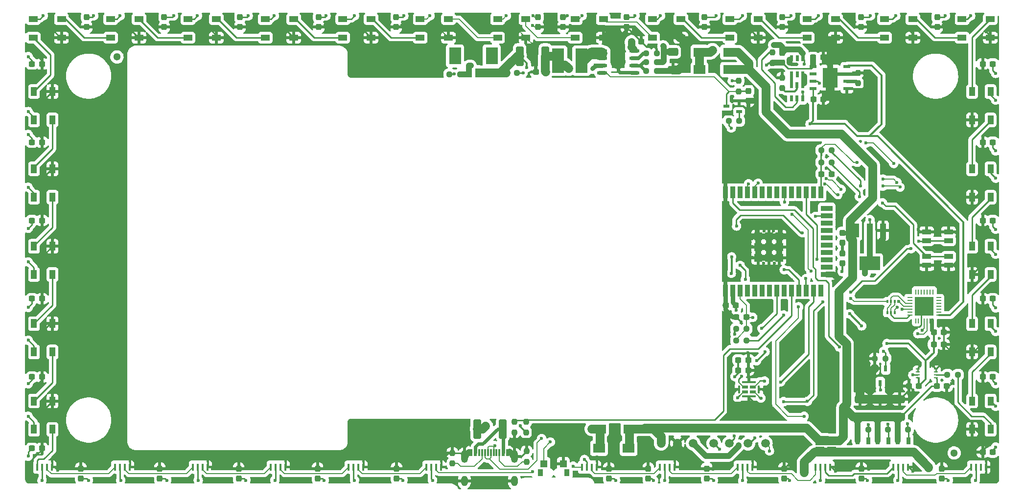
<source format=gbr>
%TF.GenerationSoftware,KiCad,Pcbnew,(6.0.6-0)*%
%TF.CreationDate,2022-08-06T22:16:54+02:00*%
%TF.ProjectId,GlowSignMainPCB,476c6f77-5369-4676-9e4d-61696e504342,rev?*%
%TF.SameCoordinates,Original*%
%TF.FileFunction,Copper,L1,Top*%
%TF.FilePolarity,Positive*%
%FSLAX46Y46*%
G04 Gerber Fmt 4.6, Leading zero omitted, Abs format (unit mm)*
G04 Created by KiCad (PCBNEW (6.0.6-0)) date 2022-08-06 22:16:54*
%MOMM*%
%LPD*%
G01*
G04 APERTURE LIST*
G04 Aperture macros list*
%AMRoundRect*
0 Rectangle with rounded corners*
0 $1 Rounding radius*
0 $2 $3 $4 $5 $6 $7 $8 $9 X,Y pos of 4 corners*
0 Add a 4 corners polygon primitive as box body*
4,1,4,$2,$3,$4,$5,$6,$7,$8,$9,$2,$3,0*
0 Add four circle primitives for the rounded corners*
1,1,$1+$1,$2,$3*
1,1,$1+$1,$4,$5*
1,1,$1+$1,$6,$7*
1,1,$1+$1,$8,$9*
0 Add four rect primitives between the rounded corners*
20,1,$1+$1,$2,$3,$4,$5,0*
20,1,$1+$1,$4,$5,$6,$7,0*
20,1,$1+$1,$6,$7,$8,$9,0*
20,1,$1+$1,$8,$9,$2,$3,0*%
%AMFreePoly0*
4,1,22,0.500000,-0.750000,0.000000,-0.750000,0.000000,-0.745033,-0.079941,-0.743568,-0.215256,-0.701293,-0.333266,-0.622738,-0.424486,-0.514219,-0.481581,-0.384460,-0.499164,-0.250000,-0.500000,-0.250000,-0.500000,0.250000,-0.499164,0.250000,-0.499963,0.256109,-0.478152,0.396186,-0.417904,0.524511,-0.324060,0.630769,-0.204165,0.706417,-0.067858,0.745374,0.000000,0.744959,0.000000,0.750000,
0.500000,0.750000,0.500000,-0.750000,0.500000,-0.750000,$1*%
%AMFreePoly1*
4,1,20,0.000000,0.744959,0.073905,0.744508,0.209726,0.703889,0.328688,0.626782,0.421226,0.519385,0.479903,0.390333,0.500000,0.250000,0.500000,-0.250000,0.499851,-0.262216,0.476331,-0.402017,0.414519,-0.529596,0.319384,-0.634700,0.198574,-0.708877,0.061801,-0.746166,0.000000,-0.745033,0.000000,-0.750000,-0.500000,-0.750000,-0.500000,0.750000,0.000000,0.750000,0.000000,0.744959,
0.000000,0.744959,$1*%
G04 Aperture macros list end*
%TA.AperFunction,SMDPad,CuDef*%
%ADD10RoundRect,0.237500X-0.237500X0.300000X-0.237500X-0.300000X0.237500X-0.300000X0.237500X0.300000X0*%
%TD*%
%TA.AperFunction,SMDPad,CuDef*%
%ADD11RoundRect,0.237500X-0.250000X-0.237500X0.250000X-0.237500X0.250000X0.237500X-0.250000X0.237500X0*%
%TD*%
%TA.AperFunction,SMDPad,CuDef*%
%ADD12RoundRect,0.250000X0.650000X-0.412500X0.650000X0.412500X-0.650000X0.412500X-0.650000X-0.412500X0*%
%TD*%
%TA.AperFunction,SMDPad,CuDef*%
%ADD13R,0.900000X2.000000*%
%TD*%
%TA.AperFunction,SMDPad,CuDef*%
%ADD14R,2.000000X0.900000*%
%TD*%
%TA.AperFunction,SMDPad,CuDef*%
%ADD15R,1.330000X1.330000*%
%TD*%
%TA.AperFunction,SMDPad,CuDef*%
%ADD16RoundRect,0.237500X0.237500X-0.250000X0.237500X0.250000X-0.237500X0.250000X-0.237500X-0.250000X0*%
%TD*%
%TA.AperFunction,SMDPad,CuDef*%
%ADD17R,1.500000X1.000000*%
%TD*%
%TA.AperFunction,SMDPad,CuDef*%
%ADD18RoundRect,0.237500X0.237500X-0.300000X0.237500X0.300000X-0.237500X0.300000X-0.237500X-0.300000X0*%
%TD*%
%TA.AperFunction,SMDPad,CuDef*%
%ADD19RoundRect,0.237500X-0.300000X-0.237500X0.300000X-0.237500X0.300000X0.237500X-0.300000X0.237500X0*%
%TD*%
%TA.AperFunction,SMDPad,CuDef*%
%ADD20R,2.046380X1.620015*%
%TD*%
%TA.AperFunction,SMDPad,CuDef*%
%ADD21RoundRect,0.237500X-0.237500X0.250000X-0.237500X-0.250000X0.237500X-0.250000X0.237500X0.250000X0*%
%TD*%
%TA.AperFunction,SMDPad,CuDef*%
%ADD22RoundRect,0.250000X-0.400000X-1.450000X0.400000X-1.450000X0.400000X1.450000X-0.400000X1.450000X0*%
%TD*%
%TA.AperFunction,SMDPad,CuDef*%
%ADD23RoundRect,0.250000X0.400000X1.450000X-0.400000X1.450000X-0.400000X-1.450000X0.400000X-1.450000X0*%
%TD*%
%TA.AperFunction,SMDPad,CuDef*%
%ADD24R,1.000000X1.500000*%
%TD*%
%TA.AperFunction,SMDPad,CuDef*%
%ADD25R,0.419990X1.300000*%
%TD*%
%TA.AperFunction,SMDPad,CuDef*%
%ADD26R,0.900000X1.200000*%
%TD*%
%TA.AperFunction,SMDPad,CuDef*%
%ADD27R,1.200000X1.300000*%
%TD*%
%TA.AperFunction,SMDPad,CuDef*%
%ADD28RoundRect,0.237500X0.250000X0.237500X-0.250000X0.237500X-0.250000X-0.237500X0.250000X-0.237500X0*%
%TD*%
%TA.AperFunction,SMDPad,CuDef*%
%ADD29O,1.800000X0.600000*%
%TD*%
%TA.AperFunction,SMDPad,CuDef*%
%ADD30R,2.289992X2.289992*%
%TD*%
%TA.AperFunction,SMDPad,CuDef*%
%ADD31RoundRect,0.237500X0.300000X0.237500X-0.300000X0.237500X-0.300000X-0.237500X0.300000X-0.237500X0*%
%TD*%
%TA.AperFunction,SMDPad,CuDef*%
%ADD32R,0.600000X1.070003*%
%TD*%
%TA.AperFunction,SMDPad,CuDef*%
%ADD33R,0.280010X0.900000*%
%TD*%
%TA.AperFunction,SMDPad,CuDef*%
%ADD34R,0.900000X0.280010*%
%TD*%
%TA.AperFunction,SMDPad,CuDef*%
%ADD35R,3.300000X3.300000*%
%TD*%
%TA.AperFunction,SMDPad,CuDef*%
%ADD36C,1.500000*%
%TD*%
%TA.AperFunction,SMDPad,CuDef*%
%ADD37R,1.200000X0.600000*%
%TD*%
%TA.AperFunction,SMDPad,CuDef*%
%ADD38R,2.500000X3.499873*%
%TD*%
%TA.AperFunction,SMDPad,CuDef*%
%ADD39O,0.750013X0.250013*%
%TD*%
%TA.AperFunction,SMDPad,CuDef*%
%ADD40FreePoly0,270.000000*%
%TD*%
%TA.AperFunction,SMDPad,CuDef*%
%ADD41FreePoly1,270.000000*%
%TD*%
%TA.AperFunction,SMDPad,CuDef*%
%ADD42R,0.700000X1.250013*%
%TD*%
%TA.AperFunction,SMDPad,CuDef*%
%ADD43R,0.980010X2.470003*%
%TD*%
%TA.AperFunction,SMDPad,CuDef*%
%ADD44R,3.600000X2.470003*%
%TD*%
%TA.AperFunction,SMDPad,CuDef*%
%ADD45R,1.500000X0.900000*%
%TD*%
%TA.AperFunction,SMDPad,CuDef*%
%ADD46R,0.419990X0.600000*%
%TD*%
%TA.AperFunction,SMDPad,CuDef*%
%ADD47R,0.600000X1.300000*%
%TD*%
%TA.AperFunction,SMDPad,CuDef*%
%ADD48R,0.300000X1.300000*%
%TD*%
%TA.AperFunction,ComponentPad*%
%ADD49O,1.200000X1.800000*%
%TD*%
%TA.AperFunction,ComponentPad*%
%ADD50O,1.200000X2.200000*%
%TD*%
%TA.AperFunction,SMDPad,CuDef*%
%ADD51R,0.532004X1.072009*%
%TD*%
%TA.AperFunction,SMDPad,CuDef*%
%ADD52RoundRect,0.250000X-0.650000X0.412500X-0.650000X-0.412500X0.650000X-0.412500X0.650000X0.412500X0*%
%TD*%
%TA.AperFunction,SMDPad,CuDef*%
%ADD53R,0.550013X1.000000*%
%TD*%
%TA.AperFunction,SMDPad,CuDef*%
%ADD54R,1.050013X0.550013*%
%TD*%
%TA.AperFunction,SMDPad,CuDef*%
%ADD55R,0.450013X1.400000*%
%TD*%
%TA.AperFunction,SMDPad,CuDef*%
%ADD56R,2.400000X0.450013*%
%TD*%
%TA.AperFunction,SMDPad,CuDef*%
%ADD57R,1.037490X0.532004*%
%TD*%
%TA.AperFunction,SMDPad,CuDef*%
%ADD58R,2.124003X4.220015*%
%TD*%
%TA.AperFunction,SMDPad,CuDef*%
%ADD59R,2.100000X3.000000*%
%TD*%
%TA.AperFunction,SMDPad,CuDef*%
%ADD60R,0.800000X1.600000*%
%TD*%
%TA.AperFunction,ViaPad*%
%ADD61C,1.300000*%
%TD*%
%TA.AperFunction,ViaPad*%
%ADD62C,0.600000*%
%TD*%
%TA.AperFunction,Conductor*%
%ADD63C,0.250000*%
%TD*%
%TA.AperFunction,Conductor*%
%ADD64C,1.000000*%
%TD*%
%TA.AperFunction,Conductor*%
%ADD65C,1.500000*%
%TD*%
%TA.AperFunction,Conductor*%
%ADD66C,0.700000*%
%TD*%
%TA.AperFunction,Conductor*%
%ADD67C,2.500000*%
%TD*%
%TA.AperFunction,Conductor*%
%ADD68C,0.600000*%
%TD*%
%TA.AperFunction,Conductor*%
%ADD69C,0.200000*%
%TD*%
%TA.AperFunction,Conductor*%
%ADD70C,0.150000*%
%TD*%
%TA.AperFunction,Conductor*%
%ADD71C,0.800000*%
%TD*%
%TA.AperFunction,Conductor*%
%ADD72C,0.350000*%
%TD*%
%TA.AperFunction,Conductor*%
%ADD73C,0.300000*%
%TD*%
%TA.AperFunction,Conductor*%
%ADD74C,0.127000*%
%TD*%
%TA.AperFunction,Conductor*%
%ADD75C,0.500000*%
%TD*%
%TA.AperFunction,Conductor*%
%ADD76C,1.300000*%
%TD*%
%TA.AperFunction,Conductor*%
%ADD77C,2.000000*%
%TD*%
G04 APERTURE END LIST*
D10*
%TO.P,C30,1*%
%TO.N,LED 5V*%
X155651200Y-60605500D03*
%TO.P,C30,2*%
%TO.N,GND*%
X155651200Y-62330500D03*
%TD*%
D11*
%TO.P,R22,1*%
%TO.N,Net-(R22-Pad1)*%
X174347500Y-68427600D03*
%TO.P,R22,2*%
%TO.N,Net-(C16-Pad1)*%
X176172500Y-68427600D03*
%TD*%
D10*
%TO.P,C24,1*%
%TO.N,LED 5V*%
X224688400Y-60605500D03*
%TO.P,C24,2*%
%TO.N,GND*%
X224688400Y-62330500D03*
%TD*%
D12*
%TO.P,C56,1*%
%TO.N,+5V*%
X211328000Y-129832500D03*
%TO.P,C56,2*%
%TO.N,GND*%
X211328000Y-126707500D03*
%TD*%
D13*
%TO.P,U4,1,GND*%
%TO.N,GND*%
X188065900Y-107922500D03*
%TO.P,U4,2,3V3*%
%TO.N,+3V3*%
X189335900Y-107922500D03*
%TO.P,U4,3,EN*%
%TO.N,EN*%
X190605900Y-107922500D03*
%TO.P,U4,4,SENSOR_VP*%
%TO.N,unconnected-(U4-Pad4)*%
X191875900Y-107922500D03*
%TO.P,U4,5,SENSOR_VN*%
%TO.N,unconnected-(U4-Pad5)*%
X193145900Y-107922500D03*
%TO.P,U4,6,I34*%
%TO.N,unconnected-(U4-Pad6)*%
X194415900Y-107922500D03*
%TO.P,U4,7,I35*%
%TO.N,unconnected-(U4-Pad7)*%
X195685900Y-107922500D03*
%TO.P,U4,8,IO32*%
%TO.N,IO32{slash}SD*%
X196955900Y-107922500D03*
%TO.P,U4,9,IO33*%
%TO.N,unconnected-(U4-Pad9)*%
X198225900Y-107922500D03*
%TO.P,U4,10,IO25*%
%TO.N,IO25{slash}VBUS*%
X199495900Y-107922500D03*
%TO.P,U4,11,IO26*%
%TO.N,IO26{slash}BATT VOLT*%
X200765900Y-107922500D03*
%TO.P,U4,12,IO27*%
%TO.N,IO27{slash}BATT CHARGING*%
X202035900Y-107922500D03*
%TO.P,U4,13,IO14*%
%TO.N,IO14{slash}SCK*%
X203305900Y-107922500D03*
%TO.P,U4,14,IO12*%
%TO.N,unconnected-(U4-Pad14)*%
X204575900Y-107922500D03*
D14*
%TO.P,U4,15,GND*%
%TO.N,GND*%
X205575900Y-105137500D03*
%TO.P,U4,16,IO13*%
%TO.N,unconnected-(U4-Pad16)*%
X205575900Y-103867500D03*
%TO.P,U4,17,NC*%
%TO.N,unconnected-(U4-Pad17)*%
X205575900Y-102597500D03*
%TO.P,U4,18,NC*%
%TO.N,unconnected-(U4-Pad18)*%
X205575900Y-101327500D03*
%TO.P,U4,19,NC*%
%TO.N,unconnected-(U4-Pad19)*%
X205575900Y-100057500D03*
%TO.P,U4,20,NC*%
%TO.N,unconnected-(U4-Pad20)*%
X205575900Y-98787500D03*
%TO.P,U4,21,NC*%
%TO.N,unconnected-(U4-Pad21)*%
X205575900Y-97517500D03*
%TO.P,U4,22,NC*%
%TO.N,unconnected-(U4-Pad22)*%
X205575900Y-96247500D03*
%TO.P,U4,23,IO15*%
%TO.N,IO15{slash}WS*%
X205575900Y-94977500D03*
%TO.P,U4,24,IO2*%
%TO.N,unconnected-(U4-Pad24)*%
X205575900Y-93707500D03*
D13*
%TO.P,U4,25,IO0*%
%TO.N,IO0*%
X204575900Y-90922500D03*
%TO.P,U4,26,IO4*%
%TO.N,unconnected-(U4-Pad26)*%
X203305900Y-90922500D03*
%TO.P,U4,27,IO16*%
%TO.N,IO16{slash}LED1*%
X202035900Y-90922500D03*
%TO.P,U4,28,IO17*%
%TO.N,unconnected-(U4-Pad28)*%
X200765900Y-90922500D03*
%TO.P,U4,29,IO5*%
%TO.N,unconnected-(U4-Pad29)*%
X199495900Y-90922500D03*
%TO.P,U4,30,IO18*%
%TO.N,IO18{slash}MAINBUTTON*%
X198225900Y-90922500D03*
%TO.P,U4,31,IO19*%
%TO.N,IO19*%
X196955900Y-90922500D03*
%TO.P,U4,32,NC1*%
%TO.N,unconnected-(U4-Pad32)*%
X195685900Y-90922500D03*
%TO.P,U4,33,IO21*%
%TO.N,unconnected-(U4-Pad33)*%
X194415900Y-90922500D03*
%TO.P,U4,34,RXD0*%
%TO.N,RXD0*%
X193145900Y-90922500D03*
%TO.P,U4,35,TXD0*%
%TO.N,TXD0*%
X191875900Y-90922500D03*
%TO.P,U4,36,IO22*%
%TO.N,unconnected-(U4-Pad36)*%
X190605900Y-90922500D03*
%TO.P,U4,37,IO23*%
%TO.N,IO23{slash}LEDPOWER*%
X189335900Y-90922500D03*
%TO.P,U4,38,GND*%
%TO.N,GND*%
X188065900Y-90922500D03*
D15*
%TO.P,U4,39,GND*%
X193730900Y-102257500D03*
X195565900Y-100422500D03*
X193730900Y-98587500D03*
X197400900Y-102257500D03*
X197400900Y-98587500D03*
X197400900Y-100422500D03*
X195565900Y-102257500D03*
X193730900Y-100422500D03*
X195565900Y-98587500D03*
%TD*%
D16*
%TO.P,R14,1*%
%TO.N,Net-(R14-Pad1)*%
X210989106Y-72077101D03*
%TO.P,R14,2*%
%TO.N,GND*%
X210989106Y-70252101D03*
%TD*%
D17*
%TO.P,D17,1,VDD*%
%TO.N,LED 5V*%
X108482750Y-60961100D03*
%TO.P,D17,2,DOUT*%
%TO.N,Net-(D17-Pad2)*%
X108482750Y-64161100D03*
%TO.P,D17,3,VSS*%
%TO.N,GND*%
X113382750Y-64161100D03*
%TO.P,D17,4,DIN*%
%TO.N,Net-(D16-Pad2)*%
X113382750Y-60961100D03*
%TD*%
%TO.P,D11,1,VDD*%
%TO.N,LED 5V*%
X188819450Y-60961100D03*
%TO.P,D11,2,DOUT*%
%TO.N,Net-(D11-Pad2)*%
X188819450Y-64161100D03*
%TO.P,D11,3,VSS*%
%TO.N,GND*%
X193719450Y-64161100D03*
%TO.P,D11,4,DIN*%
%TO.N,Net-(D10-Pad2)*%
X193719450Y-60961100D03*
%TD*%
D18*
%TO.P,C47,1*%
%TO.N,LED 5V*%
X167894000Y-140460900D03*
%TO.P,C47,2*%
%TO.N,GND*%
X167894000Y-138735900D03*
%TD*%
D19*
%TO.P,C54,1*%
%TO.N,+5V*%
X224622720Y-124496537D03*
%TO.P,C54,2*%
%TO.N,GND*%
X226347720Y-124496537D03*
%TD*%
D20*
%TO.P,U6,1,K*%
%TO.N,+5V*%
X188696631Y-69697600D03*
%TO.P,U6,2,A*%
%TO.N,Net-(C16-Pad1)*%
X183565820Y-69697600D03*
%TD*%
D10*
%TO.P,C25,1*%
%TO.N,LED 5V*%
X211531200Y-60605500D03*
%TO.P,C25,2*%
%TO.N,GND*%
X211531200Y-62330500D03*
%TD*%
D21*
%TO.P,R16,1*%
%TO.N,Net-(C12-Pad1)*%
X190334213Y-71629900D03*
%TO.P,R16,2*%
%TO.N,Net-(C13-Pad1)*%
X190334213Y-73454900D03*
%TD*%
D22*
%TO.P,F2,1*%
%TO.N,+BATT*%
X152461000Y-67362700D03*
%TO.P,F2,2*%
%TO.N,Net-(C12-Pad1)*%
X156911000Y-67362700D03*
%TD*%
D17*
%TO.P,D14,1,VDD*%
%TO.N,LED 5V*%
X148651100Y-60961100D03*
%TO.P,D14,2,DOUT*%
%TO.N,Net-(D14-Pad2)*%
X148651100Y-64161100D03*
%TO.P,D14,3,VSS*%
%TO.N,GND*%
X153551100Y-64161100D03*
%TO.P,D14,4,DIN*%
%TO.N,Net-(D13-Pad2)*%
X153551100Y-60961100D03*
%TD*%
D11*
%TO.P,R19,1*%
%TO.N,GND*%
X213920700Y-119684800D03*
%TO.P,R19,2*%
%TO.N,IO23{slash}LEDPOWER*%
X215745700Y-119684800D03*
%TD*%
D17*
%TO.P,D8,1,VDD*%
%TO.N,LED 5V*%
X228987800Y-60961100D03*
%TO.P,D8,2,DOUT*%
%TO.N,Net-(D8-Pad2)*%
X228987800Y-64161100D03*
%TO.P,D8,3,VSS*%
%TO.N,GND*%
X233887800Y-64161100D03*
%TO.P,D8,4,DIN*%
%TO.N,Net-(D7-Pad2)*%
X233887800Y-60961100D03*
%TD*%
D23*
%TO.P,F1,1*%
%TO.N,Net-(F1-Pad1)*%
X149545000Y-131876800D03*
%TO.P,F1,2*%
%TO.N,Net-(F1-Pad2)*%
X145095000Y-131876800D03*
%TD*%
D24*
%TO.P,D3,1,VDD*%
%TO.N,LED 5V*%
X233910800Y-127056100D03*
%TO.P,D3,2,DOUT*%
%TO.N,Net-(D3-Pad2)*%
X230710800Y-127056100D03*
%TO.P,D3,3,VSS*%
%TO.N,GND*%
X230710800Y-131956100D03*
%TO.P,D3,4,DIN*%
%TO.N,LED1 DATA OUT*%
X233910800Y-131956100D03*
%TD*%
D25*
%TO.P,D28,1,DIN*%
%TO.N,Net-(D27-Pad3)*%
X95956244Y-138494400D03*
%TO.P,D28,2,VDD*%
%TO.N,LED 5V*%
X96806130Y-138494400D03*
%TO.P,D28,3,DOUT*%
%TO.N,Net-(D28-Pad3)*%
X97656270Y-138494400D03*
%TO.P,D28,4,VSS*%
%TO.N,GND*%
X98506156Y-138494400D03*
%TD*%
D26*
%TO.P,SW3,1,1*%
%TO.N,unconnected-(SW3-Pad1)*%
X160643575Y-139475768D03*
%TO.P,SW3,2,2*%
%TO.N,unconnected-(SW3-Pad2)*%
X156043625Y-139475768D03*
D27*
%TO.P,SW3,3,3*%
%TO.N,GND*%
X160018479Y-137925857D03*
%TO.P,SW3,4,4*%
%TO.N,IO18{slash}MAINBUTTON*%
X156668467Y-137925857D03*
%TD*%
D17*
%TO.P,D18,1,VDD*%
%TO.N,LED 5V*%
X95093300Y-60961100D03*
%TO.P,D18,2,DOUT*%
%TO.N,Net-(D18-Pad2)*%
X95093300Y-64161100D03*
%TO.P,D18,3,VSS*%
%TO.N,GND*%
X99993300Y-64161100D03*
%TO.P,D18,4,DIN*%
%TO.N,Net-(D17-Pad2)*%
X99993300Y-60961100D03*
%TD*%
D21*
%TO.P,R2,1*%
%TO.N,GND*%
X140817600Y-136044300D03*
%TO.P,R2,2*%
%TO.N,USB-C CC1*%
X140817600Y-137869300D03*
%TD*%
D28*
%TO.P,R20,1*%
%TO.N,Net-(R18-Pad1)*%
X216202900Y-131978400D03*
%TO.P,R20,2*%
%TO.N,+5V*%
X214377900Y-131978400D03*
%TD*%
D29*
%TO.P,U5,1,LX*%
%TO.N,Net-(L1-Pad2)*%
X166737437Y-66443202D03*
%TO.P,U5,2,LX*%
X166737437Y-67713205D03*
%TO.P,U5,3,VIN*%
%TO.N,Net-(C12-Pad1)*%
X166737437Y-68983207D03*
%TO.P,U5,4,EN*%
%TO.N,Net-(C13-Pad1)*%
X166737437Y-70253210D03*
%TO.P,U5,5,GND*%
%TO.N,GND*%
X172282269Y-70253210D03*
%TO.P,U5,6,FB*%
%TO.N,Net-(R22-Pad1)*%
X172282269Y-68983207D03*
%TO.P,U5,7,OC*%
%TO.N,Net-(R17-Pad1)*%
X172282269Y-67713205D03*
%TO.P,U5,8,VO*%
%TO.N,Net-(C16-Pad1)*%
X172282269Y-66443202D03*
D30*
%TO.P,U5,9,EP*%
%TO.N,GND*%
X169509853Y-68348206D03*
%TD*%
D19*
%TO.P,C41,1*%
%TO.N,LED 5V*%
X68122800Y-135229600D03*
%TO.P,C41,2*%
%TO.N,GND*%
X69847800Y-135229600D03*
%TD*%
D10*
%TO.P,C7,1*%
%TO.N,GND*%
X208280000Y-101499500D03*
%TO.P,C7,2*%
%TO.N,+3V3*%
X208280000Y-103224500D03*
%TD*%
D17*
%TO.P,D20,1,VDD*%
%TO.N,LED 5V*%
X68314400Y-60961100D03*
%TO.P,D20,2,DOUT*%
%TO.N,Net-(D20-Pad2)*%
X68314400Y-64161100D03*
%TO.P,D20,3,VSS*%
%TO.N,GND*%
X73214400Y-64161100D03*
%TO.P,D20,4,DIN*%
%TO.N,Net-(D19-Pad2)*%
X73214400Y-60961100D03*
%TD*%
D28*
%TO.P,R18,1*%
%TO.N,Net-(R18-Pad1)*%
X219657300Y-131978400D03*
%TO.P,R18,2*%
%TO.N,+5V*%
X217832300Y-131978400D03*
%TD*%
D19*
%TO.P,C37,1*%
%TO.N,LED 5V*%
X68122800Y-82270600D03*
%TO.P,C37,2*%
%TO.N,GND*%
X69847800Y-82270600D03*
%TD*%
D31*
%TO.P,C12,1*%
%TO.N,Net-(C12-Pad1)*%
X157021700Y-70104000D03*
%TO.P,C12,2*%
%TO.N,GND*%
X155296700Y-70104000D03*
%TD*%
D17*
%TO.P,D12,1,VDD*%
%TO.N,LED 5V*%
X175430000Y-60961100D03*
%TO.P,D12,2,DOUT*%
%TO.N,Net-(D12-Pad2)*%
X175430000Y-64161100D03*
%TO.P,D12,3,VSS*%
%TO.N,GND*%
X180330000Y-64161100D03*
%TO.P,D12,4,DIN*%
%TO.N,Net-(D11-Pad2)*%
X180330000Y-60961100D03*
%TD*%
D11*
%TO.P,R17,1*%
%TO.N,Net-(R17-Pad1)*%
X174345600Y-66903600D03*
%TO.P,R17,2*%
%TO.N,GND*%
X176170600Y-66903600D03*
%TD*%
D32*
%TO.P,U12,1,G*%
%TO.N,IO23{slash}LEDPOWER*%
X215783162Y-121446923D03*
%TO.P,U12,2,S*%
%TO.N,GND*%
X213883238Y-121446923D03*
%TO.P,U12,3,D*%
%TO.N,Net-(R18-Pad1)*%
X214833200Y-123917077D03*
%TD*%
D33*
%TO.P,U7,1,DCD*%
%TO.N,unconnected-(U7-Pad1)*%
X220951930Y-113170479D03*
%TO.P,U7,2,RI*%
%TO.N,unconnected-(U7-Pad2)*%
X221452311Y-113170479D03*
%TO.P,U7,3,GND*%
%TO.N,GND*%
X221952692Y-113170479D03*
%TO.P,U7,4,D+*%
%TO.N,USB-C DATA+*%
X222453073Y-113170479D03*
%TO.P,U7,5,D-*%
%TO.N,USB-C DATA-*%
X222953454Y-113170479D03*
%TO.P,U7,6,VDD*%
%TO.N,+3V3*%
X223453835Y-113170479D03*
%TO.P,U7,7,REGIN*%
X223954216Y-113170479D03*
D34*
%TO.P,U7,8,VBUS*%
%TO.N,VBUS*%
X224953200Y-112171749D03*
%TO.P,U7,9,~{RST}*%
%TO.N,unconnected-(U7-Pad9)*%
X224953200Y-111671368D03*
%TO.P,U7,10,NC*%
%TO.N,unconnected-(U7-Pad10)*%
X224953200Y-111170987D03*
%TO.P,U7,11,~{SUSPEND}*%
%TO.N,unconnected-(U7-Pad11)*%
X224953200Y-110670606D03*
%TO.P,U7,12,SUSPEND*%
%TO.N,unconnected-(U7-Pad12)*%
X224953200Y-110170225D03*
%TO.P,U7,13,NC*%
%TO.N,unconnected-(U7-Pad13)*%
X224953200Y-109669844D03*
%TO.P,U7,14,NC*%
%TO.N,unconnected-(U7-Pad14)*%
X224953200Y-109169463D03*
D33*
%TO.P,U7,15,NC*%
%TO.N,unconnected-(U7-Pad15)*%
X223954216Y-108170479D03*
%TO.P,U7,16,NC*%
%TO.N,unconnected-(U7-Pad16)*%
X223453835Y-108170479D03*
%TO.P,U7,17,NC*%
%TO.N,unconnected-(U7-Pad17)*%
X222953454Y-108170479D03*
%TO.P,U7,18,NC*%
%TO.N,unconnected-(U7-Pad18)*%
X222453073Y-108170479D03*
%TO.P,U7,19,NC*%
%TO.N,unconnected-(U7-Pad19)*%
X221952692Y-108170479D03*
%TO.P,U7,20,NC*%
%TO.N,unconnected-(U7-Pad20)*%
X221452311Y-108170479D03*
%TO.P,U7,21,NC*%
%TO.N,unconnected-(U7-Pad21)*%
X220951930Y-108170479D03*
D34*
%TO.P,U7,22,NC*%
%TO.N,unconnected-(U7-Pad22)*%
X219953200Y-109169463D03*
%TO.P,U7,23,CTS*%
%TO.N,unconnected-(U7-Pad23)*%
X219953200Y-109669844D03*
%TO.P,U7,24,RTS*%
%TO.N,RTS*%
X219953200Y-110170225D03*
%TO.P,U7,25,RXD*%
%TO.N,TXD0*%
X219953200Y-110670606D03*
%TO.P,U7,26,TXD*%
%TO.N,RXD0*%
X219953200Y-111170987D03*
%TO.P,U7,27,DSR*%
%TO.N,unconnected-(U7-Pad27)*%
X219953200Y-111671368D03*
%TO.P,U7,28,DTR*%
%TO.N,DTR*%
X219953200Y-112171749D03*
D35*
%TO.P,U7,29,GND_PAD*%
%TO.N,GND*%
X222453073Y-110670606D03*
%TD*%
D17*
%TO.P,D10,1,VDD*%
%TO.N,LED 5V*%
X202208900Y-60961100D03*
%TO.P,D10,2,DOUT*%
%TO.N,Net-(D10-Pad2)*%
X202208900Y-64161100D03*
%TO.P,D10,3,VSS*%
%TO.N,GND*%
X207108900Y-64161100D03*
%TO.P,D10,4,DIN*%
%TO.N,Net-(D10-Pad4)*%
X207108900Y-60961100D03*
%TD*%
D24*
%TO.P,D5,1,VDD*%
%TO.N,LED 5V*%
X233910800Y-100278100D03*
%TO.P,D5,2,DOUT*%
%TO.N,Net-(D5-Pad2)*%
X230710800Y-100278100D03*
%TO.P,D5,3,VSS*%
%TO.N,GND*%
X230710800Y-105178100D03*
%TO.P,D5,4,DIN*%
%TO.N,Net-(D4-Pad2)*%
X233910800Y-105178100D03*
%TD*%
D36*
%TO.P,TP1,1,1*%
%TO.N,IO16{slash}LED1*%
X191973200Y-134366000D03*
%TD*%
D10*
%TO.P,C31,1*%
%TO.N,LED 5V*%
X131114800Y-60605500D03*
%TO.P,C31,2*%
%TO.N,GND*%
X131114800Y-62330500D03*
%TD*%
D11*
%TO.P,R12,1*%
%TO.N,VBUS*%
X188608913Y-78587600D03*
%TO.P,R12,2*%
%TO.N,Net-(R12-Pad2)*%
X190433913Y-78587600D03*
%TD*%
D19*
%TO.P,C39,1*%
%TO.N,LED 5V*%
X68122800Y-109347000D03*
%TO.P,C39,2*%
%TO.N,GND*%
X69847800Y-109347000D03*
%TD*%
D18*
%TO.P,C46,1*%
%TO.N,LED 5V*%
X131166700Y-140460900D03*
%TO.P,C46,2*%
%TO.N,GND*%
X131166700Y-138735900D03*
%TD*%
D37*
%TO.P,U10,1,TEMP*%
%TO.N,GND*%
X209067412Y-72999605D03*
%TO.P,U10,2,PROG*%
%TO.N,Net-(R14-Pad1)*%
X209067412Y-71729602D03*
%TO.P,U10,3,GND*%
%TO.N,GND*%
X209067412Y-70459600D03*
%TO.P,U10,4,VCC*%
%TO.N,VBUS*%
X209067412Y-69189597D03*
%TO.P,U10,5,BAT*%
%TO.N,+BATT*%
X203250800Y-69189597D03*
%TO.P,U10,6,STDBY#*%
%TO.N,unconnected-(U10-Pad6)*%
X203250800Y-70459600D03*
%TO.P,U10,7,CHRG#*%
%TO.N,IO27{slash}BATT CHARGING*%
X203250800Y-71729602D03*
%TO.P,U10,8,CE*%
%TO.N,VBUS*%
X203250800Y-72999605D03*
D38*
%TO.P,U10,9,EP*%
%TO.N,GND*%
X206159106Y-71094601D03*
%TD*%
D36*
%TO.P,TP4,1,1*%
%TO.N,+BATT*%
X186029600Y-134366000D03*
%TD*%
D39*
%TO.P,U3,1,VCCA*%
%TO.N,+5V*%
X224434400Y-123021600D03*
%TO.P,U3,2,A1*%
%TO.N,Net-(R1-Pad1)*%
X224434400Y-122521473D03*
%TO.P,U3,3,A2*%
%TO.N,GND*%
X224434400Y-122021600D03*
%TO.P,U3,4,GND*%
X224434400Y-121521473D03*
%TO.P,U3,5,DIR*%
X221334578Y-121521473D03*
%TO.P,U3,6,B2*%
X221334578Y-122021600D03*
%TO.P,U3,7,B1*%
%TO.N,IO16{slash}LED1*%
X221334578Y-122521473D03*
%TO.P,U3,8,VCCB*%
%TO.N,+3V3*%
X221334578Y-123021600D03*
%TD*%
D24*
%TO.P,D24,1,VDD*%
%TO.N,LED 5V*%
X68464400Y-118567100D03*
%TO.P,D24,2,DOUT*%
%TO.N,Net-(D24-Pad2)*%
X71664400Y-118567100D03*
%TO.P,D24,3,VSS*%
%TO.N,GND*%
X71664400Y-113667100D03*
%TO.P,D24,4,DIN*%
%TO.N,Net-(D23-Pad2)*%
X68464400Y-113667100D03*
%TD*%
D19*
%TO.P,C36,1*%
%TO.N,LED 5V*%
X68122800Y-68732400D03*
%TO.P,C36,2*%
%TO.N,GND*%
X69847800Y-68732400D03*
%TD*%
D10*
%TO.P,C26,1*%
%TO.N,LED 5V*%
X197916800Y-60605500D03*
%TO.P,C26,2*%
%TO.N,GND*%
X197916800Y-62330500D03*
%TD*%
D25*
%TO.P,D34,1,DIN*%
%TO.N,Net-(D33-Pad3)*%
X190190244Y-138494400D03*
%TO.P,D34,2,VDD*%
%TO.N,LED 5V*%
X191040130Y-138494400D03*
%TO.P,D34,3,DOUT*%
%TO.N,Net-(D34-Pad3)*%
X191890270Y-138494400D03*
%TO.P,D34,4,VSS*%
%TO.N,GND*%
X192740156Y-138494400D03*
%TD*%
%TO.P,D26,1,DIN*%
%TO.N,Net-(D25-Pad2)*%
X69032244Y-138494400D03*
%TO.P,D26,2,VDD*%
%TO.N,LED 5V*%
X69882130Y-138494400D03*
%TO.P,D26,3,DOUT*%
%TO.N,Net-(D26-Pad3)*%
X70732270Y-138494400D03*
%TO.P,D26,4,VSS*%
%TO.N,GND*%
X71582156Y-138494400D03*
%TD*%
D40*
%TO.P,JP2,1,A*%
%TO.N,+5V*%
X206400400Y-134173200D03*
D41*
%TO.P,JP2,2,B*%
%TO.N,LED 5V*%
X206400400Y-135473200D03*
%TD*%
D18*
%TO.P,C48,1*%
%TO.N,LED 5V*%
X174701200Y-140460900D03*
%TO.P,C48,2*%
%TO.N,GND*%
X174701200Y-138735900D03*
%TD*%
D25*
%TO.P,D32,1,DIN*%
%TO.N,Net-(D31-Pad3)*%
X163266244Y-138494400D03*
%TO.P,D32,2,VDD*%
%TO.N,LED 5V*%
X164116130Y-138494400D03*
%TO.P,D32,3,DOUT*%
%TO.N,Net-(D32-Pad3)*%
X164966270Y-138494400D03*
%TO.P,D32,4,VSS*%
%TO.N,GND*%
X165816156Y-138494400D03*
%TD*%
D42*
%TO.P,U16,1,G*%
%TO.N,Net-(R18-Pad1)*%
X212785962Y-133924800D03*
%TO.P,U16,2,S*%
%TO.N,+5V*%
X210886038Y-133924800D03*
%TO.P,U16,3,D*%
%TO.N,LED 5V*%
X211836000Y-135924800D03*
%TD*%
D20*
%TO.P,U15,1,K*%
%TO.N,+5V*%
X188696631Y-66700425D03*
%TO.P,U15,2,A*%
%TO.N,Net-(C16-Pad1)*%
X183565820Y-66700425D03*
%TD*%
D43*
%TO.P,U18,1,GND*%
%TO.N,GND*%
X215304375Y-97564850D03*
%TO.P,U18,2,Vout*%
%TO.N,+3V3*%
X213004400Y-97564850D03*
%TO.P,U18,3,Vin*%
%TO.N,+5V*%
X210704425Y-97564850D03*
D44*
%TO.P,U18,4,Vout*%
%TO.N,+3V3*%
X213004400Y-103234650D03*
%TD*%
D16*
%TO.P,R11,1*%
%TO.N,GND*%
X151545405Y-132484500D03*
%TO.P,R11,2*%
%TO.N,IO25{slash}VBUS*%
X151545405Y-130659500D03*
%TD*%
D18*
%TO.P,C44,1*%
%TO.N,LED 5V*%
X103861150Y-140460900D03*
%TO.P,C44,2*%
%TO.N,GND*%
X103861150Y-138735900D03*
%TD*%
D24*
%TO.P,D23,1,VDD*%
%TO.N,LED 5V*%
X68464400Y-105178100D03*
%TO.P,D23,2,DOUT*%
%TO.N,Net-(D23-Pad2)*%
X71664400Y-105178100D03*
%TO.P,D23,3,VSS*%
%TO.N,GND*%
X71664400Y-100278100D03*
%TO.P,D23,4,DIN*%
%TO.N,Net-(D22-Pad2)*%
X68464400Y-100278100D03*
%TD*%
D12*
%TO.P,C3,1*%
%TO.N,+5V*%
X218236800Y-129832500D03*
%TO.P,C3,2*%
%TO.N,GND*%
X218236800Y-126707500D03*
%TD*%
D17*
%TO.P,D15,1,VDD*%
%TO.N,LED 5V*%
X135261650Y-60961100D03*
%TO.P,D15,2,DOUT*%
%TO.N,Net-(D15-Pad2)*%
X135261650Y-64161100D03*
%TO.P,D15,3,VSS*%
%TO.N,GND*%
X140161650Y-64161100D03*
%TO.P,D15,4,DIN*%
%TO.N,Net-(D14-Pad2)*%
X140161650Y-60961100D03*
%TD*%
D19*
%TO.P,C38,1*%
%TO.N,LED 5V*%
X68122800Y-95808800D03*
%TO.P,C38,2*%
%TO.N,GND*%
X69847800Y-95808800D03*
%TD*%
%TO.P,C40,1*%
%TO.N,LED 5V*%
X68122800Y-122885200D03*
%TO.P,C40,2*%
%TO.N,GND*%
X69847800Y-122885200D03*
%TD*%
D25*
%TO.P,D37,1,DIN*%
%TO.N,Net-(D36-Pad3)*%
X230576244Y-138494400D03*
%TO.P,D37,2,VDD*%
%TO.N,LED 5V*%
X231426130Y-138494400D03*
%TO.P,D37,3,DOUT*%
%TO.N,unconnected-(D37-Pad3)*%
X232276270Y-138494400D03*
%TO.P,D37,4,VSS*%
%TO.N,GND*%
X233126156Y-138494400D03*
%TD*%
D45*
%TO.P,SW1,1,1*%
%TO.N,GND*%
X222839276Y-97801936D03*
X226639124Y-97801936D03*
%TO.P,SW1,2,2*%
%TO.N,Net-(R4-Pad1)*%
X226639124Y-99302064D03*
X222839276Y-99302064D03*
%TD*%
D28*
%TO.P,R8,1*%
%TO.N,IO26{slash}BATT VOLT*%
X151991700Y-70307200D03*
%TO.P,R8,2*%
%TO.N,+BATT*%
X150166700Y-70307200D03*
%TD*%
D25*
%TO.P,D33,1,DIN*%
%TO.N,Net-(D32-Pad3)*%
X176728244Y-138494400D03*
%TO.P,D33,2,VDD*%
%TO.N,LED 5V*%
X177578130Y-138494400D03*
%TO.P,D33,3,DOUT*%
%TO.N,Net-(D33-Pad3)*%
X178428270Y-138494400D03*
%TO.P,D33,4,VSS*%
%TO.N,GND*%
X179278156Y-138494400D03*
%TD*%
D24*
%TO.P,D4,1,VDD*%
%TO.N,LED 5V*%
X233910800Y-113667100D03*
%TO.P,D4,2,DOUT*%
%TO.N,Net-(D4-Pad2)*%
X230710800Y-113667100D03*
%TO.P,D4,3,VSS*%
%TO.N,GND*%
X230710800Y-118567100D03*
%TO.P,D4,4,DIN*%
%TO.N,Net-(D3-Pad2)*%
X233910800Y-118567100D03*
%TD*%
D31*
%TO.P,C19,1*%
%TO.N,LED 5V*%
X234288500Y-122885200D03*
%TO.P,C19,2*%
%TO.N,GND*%
X232563500Y-122885200D03*
%TD*%
D10*
%TO.P,C32,1*%
%TO.N,LED 5V*%
X117703600Y-60605500D03*
%TO.P,C32,2*%
%TO.N,GND*%
X117703600Y-62330500D03*
%TD*%
D19*
%TO.P,C14,1*%
%TO.N,+BATT*%
X203226606Y-67594601D03*
%TO.P,C14,2*%
%TO.N,GND*%
X204951606Y-67594601D03*
%TD*%
D17*
%TO.P,D19,1,VDD*%
%TO.N,LED 5V*%
X81703850Y-60961100D03*
%TO.P,D19,2,DOUT*%
%TO.N,Net-(D19-Pad2)*%
X81703850Y-64161100D03*
%TO.P,D19,3,VSS*%
%TO.N,GND*%
X86603850Y-64161100D03*
%TO.P,D19,4,DIN*%
%TO.N,Net-(D18-Pad2)*%
X86603850Y-60961100D03*
%TD*%
D10*
%TO.P,C34,1*%
%TO.N,LED 5V*%
X90982800Y-60605500D03*
%TO.P,C34,2*%
%TO.N,GND*%
X90982800Y-62330500D03*
%TD*%
D20*
%TO.P,U17,1,K*%
%TO.N,+5V*%
X171475431Y-131876825D03*
%TO.P,U17,2,A*%
%TO.N,Net-(F1-Pad2)*%
X166344620Y-131876825D03*
%TD*%
D28*
%TO.P,R9,1*%
%TO.N,-BATT*%
X142136500Y-70510400D03*
%TO.P,R9,2*%
%TO.N,IO26{slash}BATT VOLT*%
X140311500Y-70510400D03*
%TD*%
D18*
%TO.P,C49,1*%
%TO.N,LED 5V*%
X184823100Y-140460900D03*
%TO.P,C49,2*%
%TO.N,GND*%
X184823100Y-138735900D03*
%TD*%
D17*
%TO.P,D16,1,VDD*%
%TO.N,LED 5V*%
X121872200Y-60961100D03*
%TO.P,D16,2,DOUT*%
%TO.N,Net-(D16-Pad2)*%
X121872200Y-64161100D03*
%TO.P,D16,3,VSS*%
%TO.N,GND*%
X126772200Y-64161100D03*
%TO.P,D16,4,DIN*%
%TO.N,Net-(D15-Pad2)*%
X126772200Y-60961100D03*
%TD*%
D31*
%TO.P,C53,1*%
%TO.N,GND*%
X192022900Y-119938800D03*
%TO.P,C53,2*%
%TO.N,+3V3*%
X190297900Y-119938800D03*
%TD*%
D25*
%TO.P,D29,1,DIN*%
%TO.N,Net-(D28-Pad3)*%
X109418244Y-138494400D03*
%TO.P,D29,2,VDD*%
%TO.N,LED 5V*%
X110268130Y-138494400D03*
%TO.P,D29,3,DOUT*%
%TO.N,Net-(D29-Pad3)*%
X111118270Y-138494400D03*
%TO.P,D29,4,VSS*%
%TO.N,GND*%
X111968156Y-138494400D03*
%TD*%
D46*
%TO.P,U8,1,E*%
%TO.N,RTS*%
X216043010Y-111749633D03*
%TO.P,U8,2,B*%
%TO.N,DTR*%
X216692997Y-111749633D03*
%TO.P,U8,3,C*%
%TO.N,IO0*%
X217342984Y-111749633D03*
%TO.P,U8,4,E*%
%TO.N,DTR*%
X217342984Y-109849709D03*
%TO.P,U8,5,B*%
%TO.N,RTS*%
X216692997Y-109849709D03*
%TO.P,U8,6,C*%
%TO.N,EN*%
X216043010Y-109849709D03*
%TD*%
D47*
%TO.P,USB1,A1B12,GND*%
%TO.N,GND*%
X144018502Y-135954884D03*
%TO.P,USB1,A4B9,VBUS*%
%TO.N,Net-(F1-Pad1)*%
X144818349Y-135954884D03*
D48*
%TO.P,USB1,A5,CC1*%
%TO.N,USB-C CC1*%
X145968464Y-135954884D03*
%TO.P,USB1,A6,DP1*%
%TO.N,USB-C DATA+*%
X146968464Y-135954884D03*
%TO.P,USB1,A7,DN1*%
%TO.N,USB-C DATA-*%
X147468336Y-135954884D03*
%TO.P,USB1,A8,SBU1*%
%TO.N,unconnected-(USB1-PadA8)*%
X148468336Y-135954884D03*
D47*
%TO.P,USB1,B1A12,GND*%
%TO.N,GND*%
X150418298Y-135954884D03*
%TO.P,USB1,B4A9,VBUS*%
%TO.N,Net-(F1-Pad1)*%
X149618451Y-135954884D03*
D48*
%TO.P,USB1,B5,CC2*%
%TO.N,USB-C CC2*%
X148968464Y-135954884D03*
%TO.P,USB1,B6,DP2*%
%TO.N,USB-C DATA+*%
X147968464Y-135954884D03*
%TO.P,USB1,B7,DN2*%
%TO.N,USB-C DATA-*%
X146468336Y-135954884D03*
%TO.P,USB1,B8,SBU2*%
%TO.N,unconnected-(USB1-PadB8)*%
X145468336Y-135954884D03*
D49*
%TO.P,USB1,SHELL,SHELL*%
%TO.N,GND*%
X151538441Y-140877414D03*
D50*
X142898359Y-136697328D03*
D49*
X142898359Y-140877414D03*
D50*
X151538441Y-136697328D03*
%TD*%
D25*
%TO.P,D36,1,DIN*%
%TO.N,Net-(D35-Pad3)*%
X217114244Y-138494400D03*
%TO.P,D36,2,VDD*%
%TO.N,LED 5V*%
X217964130Y-138494400D03*
%TO.P,D36,3,DOUT*%
%TO.N,Net-(D36-Pad3)*%
X218814270Y-138494400D03*
%TO.P,D36,4,VSS*%
%TO.N,GND*%
X219664156Y-138494400D03*
%TD*%
D10*
%TO.P,C15,1*%
%TO.N,-BATT*%
X197878706Y-66767501D03*
%TO.P,C15,2*%
%TO.N,+BATT*%
X197878706Y-68492501D03*
%TD*%
D36*
%TO.P,TP7,1,1*%
%TO.N,GND*%
X179730400Y-134366000D03*
%TD*%
%TO.P,TP8,1,1*%
%TO.N,+5V*%
X176936400Y-134366000D03*
%TD*%
D19*
%TO.P,C16,1*%
%TO.N,Net-(C16-Pad1)*%
X171806700Y-64871600D03*
%TO.P,C16,2*%
%TO.N,GND*%
X173531700Y-64871600D03*
%TD*%
D17*
%TO.P,D9,1,VDD*%
%TO.N,LED 5V*%
X215598350Y-60961100D03*
%TO.P,D9,2,DOUT*%
%TO.N,Net-(D10-Pad4)*%
X215598350Y-64161100D03*
%TO.P,D9,3,VSS*%
%TO.N,GND*%
X220498350Y-64161100D03*
%TO.P,D9,4,DIN*%
%TO.N,Net-(D8-Pad2)*%
X220498350Y-60961100D03*
%TD*%
D36*
%TO.P,TP2,1,1*%
%TO.N,IO18{slash}MAINBUTTON*%
X194970400Y-134366000D03*
%TD*%
D24*
%TO.P,D7,1,VDD*%
%TO.N,LED 5V*%
X233910800Y-73500100D03*
%TO.P,D7,2,DOUT*%
%TO.N,Net-(D7-Pad2)*%
X230710800Y-73500100D03*
%TO.P,D7,3,VSS*%
%TO.N,GND*%
X230710800Y-78400100D03*
%TO.P,D7,4,DIN*%
%TO.N,Net-(D6-Pad2)*%
X233910800Y-78400100D03*
%TD*%
D18*
%TO.P,C42,1*%
%TO.N,LED 5V*%
X76555600Y-140460900D03*
%TO.P,C42,2*%
%TO.N,GND*%
X76555600Y-138735900D03*
%TD*%
D11*
%TO.P,R1,1*%
%TO.N,Net-(R1-Pad1)*%
X226452320Y-122515337D03*
%TO.P,R1,2*%
%TO.N,LED1 DATA OUT*%
X228277320Y-122515337D03*
%TD*%
D31*
%TO.P,C22,1*%
%TO.N,LED 5V*%
X234288500Y-82270600D03*
%TO.P,C22,2*%
%TO.N,GND*%
X232563500Y-82270600D03*
%TD*%
D21*
%TO.P,R3,1*%
%TO.N,GND*%
X153670000Y-135739500D03*
%TO.P,R3,2*%
%TO.N,USB-C CC2*%
X153670000Y-137564500D03*
%TD*%
D31*
%TO.P,C20,1*%
%TO.N,LED 5V*%
X234288500Y-109347000D03*
%TO.P,C20,2*%
%TO.N,GND*%
X232563500Y-109347000D03*
%TD*%
D10*
%TO.P,C29,1*%
%TO.N,LED 5V*%
X159969200Y-60605500D03*
%TO.P,C29,2*%
%TO.N,GND*%
X159969200Y-62330500D03*
%TD*%
D24*
%TO.P,D25,1,VDD*%
%TO.N,LED 5V*%
X68464400Y-131956100D03*
%TO.P,D25,2,DOUT*%
%TO.N,Net-(D25-Pad2)*%
X71664400Y-131956100D03*
%TO.P,D25,3,VSS*%
%TO.N,GND*%
X71664400Y-127056100D03*
%TO.P,D25,4,DIN*%
%TO.N,Net-(D24-Pad2)*%
X68464400Y-127056100D03*
%TD*%
%TO.P,D22,1,VDD*%
%TO.N,LED 5V*%
X68464400Y-91789100D03*
%TO.P,D22,2,DOUT*%
%TO.N,Net-(D22-Pad2)*%
X71664400Y-91789100D03*
%TO.P,D22,3,VSS*%
%TO.N,GND*%
X71664400Y-86889100D03*
%TO.P,D22,4,DIN*%
%TO.N,Net-(D21-Pad2)*%
X68464400Y-86889100D03*
%TD*%
D42*
%TO.P,U14,1,G*%
%TO.N,Net-(R18-Pad1)*%
X216265762Y-133924800D03*
%TO.P,U14,2,S*%
%TO.N,+5V*%
X214365838Y-133924800D03*
%TO.P,U14,3,D*%
%TO.N,LED 5V*%
X215315800Y-135924800D03*
%TD*%
D25*
%TO.P,D35,1,DIN*%
%TO.N,Net-(D34-Pad3)*%
X203652244Y-138494400D03*
%TO.P,D35,2,VDD*%
%TO.N,LED 5V*%
X204502130Y-138494400D03*
%TO.P,D35,3,DOUT*%
%TO.N,Net-(D35-Pad3)*%
X205352270Y-138494400D03*
%TO.P,D35,4,VSS*%
%TO.N,GND*%
X206202156Y-138494400D03*
%TD*%
D20*
%TO.P,U2,1,K*%
%TO.N,+5V*%
X171323031Y-135229625D03*
%TO.P,U2,2,A*%
%TO.N,Net-(F1-Pad2)*%
X166192220Y-135229625D03*
%TD*%
D24*
%TO.P,D6,1,VDD*%
%TO.N,LED 5V*%
X233910800Y-86889100D03*
%TO.P,D6,2,DOUT*%
%TO.N,Net-(D6-Pad2)*%
X230710800Y-86889100D03*
%TO.P,D6,3,VSS*%
%TO.N,GND*%
X230710800Y-91789100D03*
%TO.P,D6,4,DIN*%
%TO.N,Net-(D5-Pad2)*%
X233910800Y-91789100D03*
%TD*%
D10*
%TO.P,C28,1*%
%TO.N,LED 5V*%
X170942000Y-60605500D03*
%TO.P,C28,2*%
%TO.N,GND*%
X170942000Y-62330500D03*
%TD*%
D51*
%TO.P,U11,1,OD*%
%TO.N,Net-(U11-Pad1)*%
X201399468Y-72405103D03*
%TO.P,U11,2,VM*%
%TO.N,Net-(R13-Pad2)*%
X200449506Y-72405103D03*
%TO.P,U11,3,OC*%
%TO.N,Net-(U11-Pad3)*%
X199499544Y-72405103D03*
%TO.P,U11,4,TD*%
%TO.N,unconnected-(U11-Pad4)*%
X199499544Y-74703299D03*
%TO.P,U11,5,VCC*%
%TO.N,Net-(R15-Pad1)*%
X200449506Y-74703299D03*
%TO.P,U11,6,GND*%
%TO.N,-BATT*%
X201399468Y-74703299D03*
%TD*%
D31*
%TO.P,C11,1*%
%TO.N,GND*%
X204993606Y-74822201D03*
%TO.P,C11,2*%
%TO.N,VBUS*%
X203268606Y-74822201D03*
%TD*%
D28*
%TO.P,R6,1*%
%TO.N,EN*%
X191729550Y-114554000D03*
%TO.P,R6,2*%
%TO.N,+3V3*%
X189904550Y-114554000D03*
%TD*%
D10*
%TO.P,C27,1*%
%TO.N,LED 5V*%
X184454800Y-60605500D03*
%TO.P,C27,2*%
%TO.N,GND*%
X184454800Y-62330500D03*
%TD*%
D18*
%TO.P,C45,1*%
%TO.N,LED 5V*%
X117513925Y-140460900D03*
%TO.P,C45,2*%
%TO.N,GND*%
X117513925Y-138735900D03*
%TD*%
D31*
%TO.P,C4,1*%
%TO.N,GND*%
X225835497Y-117250530D03*
%TO.P,C4,2*%
%TO.N,+3V3*%
X224110497Y-117250530D03*
%TD*%
D52*
%TO.P,C17,1*%
%TO.N,Net-(C16-Pad1)*%
X178968400Y-66661900D03*
%TO.P,C17,2*%
%TO.N,GND*%
X178968400Y-69786900D03*
%TD*%
D36*
%TO.P,TP6,1,1*%
%TO.N,+3V3*%
X182473600Y-134366000D03*
%TD*%
D21*
%TO.P,R10,1*%
%TO.N,IO25{slash}VBUS*%
X153568400Y-130659500D03*
%TO.P,R10,2*%
%TO.N,VBUS*%
X153568400Y-132484500D03*
%TD*%
D28*
%TO.P,R21,1*%
%TO.N,Net-(R18-Pad1)*%
X212748500Y-131978400D03*
%TO.P,R21,2*%
%TO.N,+5V*%
X210923500Y-131978400D03*
%TD*%
D18*
%TO.P,C52,1*%
%TO.N,LED 5V*%
X225501200Y-140460900D03*
%TO.P,C52,2*%
%TO.N,GND*%
X225501200Y-138735900D03*
%TD*%
D31*
%TO.P,C2,1*%
%TO.N,+3V3*%
X221523620Y-124445737D03*
%TO.P,C2,2*%
%TO.N,GND*%
X219798620Y-124445737D03*
%TD*%
D10*
%TO.P,C33,1*%
%TO.N,LED 5V*%
X104089200Y-60605500D03*
%TO.P,C33,2*%
%TO.N,GND*%
X104089200Y-62330500D03*
%TD*%
D53*
%TO.P,U9,1,S1*%
%TO.N,-BATT*%
X201419366Y-67764150D03*
%TO.P,U9,2,D1/D2*%
%TO.N,unconnected-(U9-Pad2)*%
X200469404Y-67764150D03*
%TO.P,U9,3,S2*%
%TO.N,GND*%
X199519442Y-67764150D03*
%TO.P,U9,4,G2*%
%TO.N,Net-(U11-Pad3)*%
X199519442Y-70564252D03*
%TO.P,U9,5,D1/D2*%
%TO.N,unconnected-(U9-Pad5)*%
X200469404Y-70564252D03*
%TO.P,U9,6,G1*%
%TO.N,Net-(U11-Pad1)*%
X201419366Y-70564252D03*
%TD*%
D54*
%TO.P,U20,1,VDD*%
%TO.N,+3V3*%
X191450517Y-125453255D03*
%TO.P,U20,2,L/R*%
%TO.N,IO15{slash}WS*%
X192800784Y-125453255D03*
%TO.P,U20,3,CLK*%
%TO.N,IO14{slash}SCK*%
X192800784Y-124603369D03*
%TO.P,U20,4,DATA*%
%TO.N,IO32{slash}SD*%
X191450517Y-124603369D03*
D55*
%TO.P,U20,5,GND*%
%TO.N,GND*%
X190400733Y-125028312D03*
D56*
%TO.P,U20,6,GND*%
X192125651Y-126253357D03*
D55*
%TO.P,U20,7,GND*%
X193850568Y-125028312D03*
D56*
%TO.P,U20,8,GND*%
X192125651Y-123803268D03*
%TD*%
D42*
%TO.P,U13,1,G*%
%TO.N,Net-(R18-Pad1)*%
X219745562Y-133924800D03*
%TO.P,U13,2,S*%
%TO.N,+5V*%
X217845638Y-133924800D03*
%TO.P,U13,3,D*%
%TO.N,LED 5V*%
X218795600Y-135924800D03*
%TD*%
D31*
%TO.P,C8,1*%
%TO.N,EN*%
X191679550Y-112534000D03*
%TO.P,C8,2*%
%TO.N,GND*%
X189954550Y-112534000D03*
%TD*%
D10*
%TO.P,C35,1*%
%TO.N,LED 5V*%
X77571600Y-60605500D03*
%TO.P,C35,2*%
%TO.N,GND*%
X77571600Y-62330500D03*
%TD*%
D25*
%TO.P,D27,1,DIN*%
%TO.N,Net-(D26-Pad3)*%
X82494244Y-138494400D03*
%TO.P,D27,2,VDD*%
%TO.N,LED 5V*%
X83344130Y-138494400D03*
%TO.P,D27,3,DOUT*%
%TO.N,Net-(D27-Pad3)*%
X84194270Y-138494400D03*
%TO.P,D27,4,VSS*%
%TO.N,GND*%
X85044156Y-138494400D03*
%TD*%
D57*
%TO.P,U1,1,B*%
%TO.N,Net-(R12-Pad2)*%
X190419559Y-76997562D03*
%TO.P,U1,2,E*%
%TO.N,GND*%
X190419559Y-75097638D03*
%TO.P,U1,3,C*%
%TO.N,Net-(C13-Pad1)*%
X188216867Y-76047600D03*
%TD*%
D40*
%TO.P,JP1,1,A*%
%TO.N,+5V*%
X204368400Y-134162800D03*
D41*
%TO.P,JP1,2,B*%
%TO.N,LED 5V*%
X204368400Y-135462800D03*
%TD*%
D17*
%TO.P,D13,1,VDD*%
%TO.N,LED 5V*%
X162040550Y-60961100D03*
%TO.P,D13,2,DOUT*%
%TO.N,Net-(D13-Pad2)*%
X162040550Y-64161100D03*
%TO.P,D13,3,VSS*%
%TO.N,GND*%
X166940550Y-64161100D03*
%TO.P,D13,4,DIN*%
%TO.N,Net-(D12-Pad2)*%
X166940550Y-60961100D03*
%TD*%
D24*
%TO.P,D21,1,VDD*%
%TO.N,LED 5V*%
X68464400Y-78400100D03*
%TO.P,D21,2,DOUT*%
%TO.N,Net-(D21-Pad2)*%
X71664400Y-78400100D03*
%TO.P,D21,3,VSS*%
%TO.N,GND*%
X71664400Y-73500100D03*
%TO.P,D21,4,DIN*%
%TO.N,Net-(D20-Pad2)*%
X68464400Y-73500100D03*
%TD*%
D19*
%TO.P,C6,1*%
%TO.N,+3V3*%
X224110497Y-115150530D03*
%TO.P,C6,2*%
%TO.N,GND*%
X225835497Y-115150530D03*
%TD*%
%TO.P,C1,1*%
%TO.N,GND*%
X188108550Y-110510400D03*
%TO.P,C1,2*%
%TO.N,+3V3*%
X189833550Y-110510400D03*
%TD*%
D25*
%TO.P,D30,1,DIN*%
%TO.N,Net-(D29-Pad3)*%
X122880244Y-138494400D03*
%TO.P,D30,2,VDD*%
%TO.N,LED 5V*%
X123730130Y-138494400D03*
%TO.P,D30,3,DOUT*%
%TO.N,Net-(D30-Pad3)*%
X124580270Y-138494400D03*
%TO.P,D30,4,VSS*%
%TO.N,GND*%
X125430156Y-138494400D03*
%TD*%
D21*
%TO.P,R13,1*%
%TO.N,GND*%
X197878706Y-71086301D03*
%TO.P,R13,2*%
%TO.N,Net-(R13-Pad2)*%
X197878706Y-72911301D03*
%TD*%
D18*
%TO.P,C50,1*%
%TO.N,LED 5V*%
X198196200Y-140460900D03*
%TO.P,C50,2*%
%TO.N,GND*%
X198196200Y-138735900D03*
%TD*%
D36*
%TO.P,TP5,1,1*%
%TO.N,-BATT*%
X188766800Y-134366000D03*
%TD*%
D25*
%TO.P,D31,1,DIN*%
%TO.N,Net-(D30-Pad3)*%
X136342244Y-138494400D03*
%TO.P,D31,2,VDD*%
%TO.N,LED 5V*%
X137192130Y-138494400D03*
%TO.P,D31,3,DOUT*%
%TO.N,Net-(D31-Pad3)*%
X138042270Y-138494400D03*
%TO.P,D31,4,VSS*%
%TO.N,GND*%
X138892156Y-138494400D03*
%TD*%
D31*
%TO.P,C18,1*%
%TO.N,LED 5V*%
X234288500Y-135890000D03*
%TO.P,C18,2*%
%TO.N,GND*%
X232563500Y-135890000D03*
%TD*%
D21*
%TO.P,R15,1*%
%TO.N,Net-(R15-Pad1)*%
X196163850Y-66727701D03*
%TO.P,R15,2*%
%TO.N,+BATT*%
X196163850Y-68552701D03*
%TD*%
D11*
%TO.P,R7,1*%
%TO.N,IO0*%
X204624300Y-85742400D03*
%TO.P,R7,2*%
%TO.N,+3V3*%
X206449300Y-85742400D03*
%TD*%
D31*
%TO.P,C10,1*%
%TO.N,GND*%
X192022900Y-121718800D03*
%TO.P,C10,2*%
%TO.N,+3V3*%
X190297900Y-121718800D03*
%TD*%
D28*
%TO.P,R5,1*%
%TO.N,Net-(R5-Pad1)*%
X206449300Y-83652400D03*
%TO.P,R5,2*%
%TO.N,IO0*%
X204624300Y-83652400D03*
%TD*%
D10*
%TO.P,C13,1*%
%TO.N,Net-(C13-Pad1)*%
X192061413Y-73407100D03*
%TO.P,C13,2*%
%TO.N,GND*%
X192061413Y-75132100D03*
%TD*%
D19*
%TO.P,C9,1*%
%TO.N,IO0*%
X204674300Y-87782400D03*
%TO.P,C9,2*%
%TO.N,GND*%
X206399300Y-87782400D03*
%TD*%
D58*
%TO.P,L1,1,1*%
%TO.N,Net-(C12-Pad1)*%
X159137600Y-68173600D03*
%TO.P,L1,2,2*%
%TO.N,Net-(L1-Pad2)*%
X163137600Y-68173600D03*
%TD*%
D28*
%TO.P,R4,1*%
%TO.N,Net-(R4-Pad1)*%
X191729550Y-116574000D03*
%TO.P,R4,2*%
%TO.N,EN*%
X189904550Y-116574000D03*
%TD*%
D18*
%TO.P,C5,1*%
%TO.N,GND*%
X208280000Y-99668500D03*
%TO.P,C5,2*%
%TO.N,+5V*%
X208280000Y-97943500D03*
%TD*%
D12*
%TO.P,C55,1*%
%TO.N,+5V*%
X214782400Y-129832500D03*
%TO.P,C55,2*%
%TO.N,GND*%
X214782400Y-126707500D03*
%TD*%
D18*
%TO.P,C51,1*%
%TO.N,LED 5V*%
X211569300Y-140460900D03*
%TO.P,C51,2*%
%TO.N,GND*%
X211569300Y-138735900D03*
%TD*%
D59*
%TO.P,U26,0,0*%
%TO.N,unconnected-(U26-Pad0)*%
X141300194Y-67342191D03*
X147650206Y-67342191D03*
D60*
%TO.P,U26,1,1*%
%TO.N,+BATT*%
X145100295Y-70242115D03*
%TO.P,U26,2,2*%
%TO.N,-BATT*%
X143850105Y-70242115D03*
%TD*%
D45*
%TO.P,SW2,1,1*%
%TO.N,GND*%
X222890076Y-103569264D03*
X226689924Y-103569264D03*
%TO.P,SW2,2,2*%
%TO.N,Net-(R5-Pad1)*%
X222890076Y-102069136D03*
X226689924Y-102069136D03*
%TD*%
D28*
%TO.P,R23,1*%
%TO.N,GND*%
X176170600Y-69953500D03*
%TO.P,R23,2*%
%TO.N,Net-(R22-Pad1)*%
X174345600Y-69953500D03*
%TD*%
D18*
%TO.P,C43,1*%
%TO.N,LED 5V*%
X90208375Y-140460900D03*
%TO.P,C43,2*%
%TO.N,GND*%
X90208375Y-138735900D03*
%TD*%
D31*
%TO.P,C23,1*%
%TO.N,LED 5V*%
X234288500Y-68732400D03*
%TO.P,C23,2*%
%TO.N,GND*%
X232563500Y-68732400D03*
%TD*%
%TO.P,C21,1*%
%TO.N,LED 5V*%
X234288500Y-95808800D03*
%TO.P,C21,2*%
%TO.N,GND*%
X232563500Y-95808800D03*
%TD*%
D61*
%TO.N,*%
X82804000Y-67513200D03*
X227634800Y-136042400D03*
D62*
%TO.N,GND*%
X167944800Y-136753600D03*
X198374000Y-102311200D03*
X207111600Y-139192000D03*
X69138800Y-115824000D03*
X69138800Y-80924400D03*
X233172000Y-111099600D03*
X207111600Y-105511600D03*
X113131600Y-138734800D03*
X233172000Y-134924800D03*
X226009200Y-76149200D03*
X223012000Y-134924800D03*
X233172000Y-103378000D03*
X126492000Y-138734800D03*
X205536800Y-86766400D03*
X227076000Y-106578400D03*
X199491600Y-106121200D03*
X69138800Y-128879600D03*
X194716400Y-97586800D03*
X91541600Y-138734800D03*
X233172000Y-133858000D03*
X105308400Y-138785600D03*
X192684400Y-102209600D03*
X190500000Y-87579200D03*
X72593200Y-139039600D03*
X233172000Y-116332000D03*
X138226800Y-62026800D03*
X191973200Y-118719600D03*
X206095600Y-65481200D03*
X229108000Y-67411600D03*
X99314000Y-138734800D03*
X233172000Y-76758800D03*
X180035200Y-136194800D03*
X208280000Y-100634800D03*
X200304400Y-68763652D03*
X181203600Y-136093200D03*
X218389200Y-68021200D03*
X193243200Y-75082400D03*
X193395600Y-97586800D03*
X69138800Y-89306400D03*
X168452800Y-65887600D03*
X220472000Y-139192000D03*
X165862000Y-136753600D03*
X192684400Y-100330000D03*
X224028000Y-120954800D03*
X206248000Y-125882400D03*
X132130800Y-62026800D03*
X194665600Y-103174800D03*
X186334400Y-62026800D03*
X212852000Y-138836400D03*
X233172000Y-89865200D03*
X69138800Y-136144000D03*
X194056000Y-84480400D03*
X69138800Y-67411600D03*
X118872000Y-138785600D03*
X69138800Y-110896400D03*
X169316400Y-65836800D03*
X151739600Y-62026800D03*
X227787200Y-90119200D03*
X194970400Y-138582400D03*
X78130400Y-138684000D03*
X185928000Y-138887200D03*
X205968600Y-64439800D03*
X213258400Y-62026800D03*
X199542400Y-62026800D03*
X233172000Y-97485200D03*
X194919600Y-110337600D03*
X105511600Y-62026800D03*
X201269600Y-101701600D03*
X154736800Y-62026800D03*
X190754000Y-113334800D03*
X205282800Y-77520800D03*
X69138800Y-102108000D03*
X169926000Y-65176400D03*
X220522800Y-125120400D03*
X233172000Y-63144400D03*
X191770000Y-62026800D03*
X196392800Y-97637600D03*
X192633600Y-98958400D03*
X161188400Y-62026800D03*
X196494400Y-103174800D03*
X69138800Y-97434400D03*
X118821200Y-62026800D03*
X227177600Y-124002800D03*
X174955200Y-136753600D03*
X206095600Y-67564000D03*
X192278000Y-128320800D03*
X200710800Y-115214400D03*
X214884000Y-99415600D03*
X98247200Y-62026800D03*
X233172000Y-137210800D03*
X197713600Y-97586800D03*
X219710000Y-97332800D03*
X226822000Y-138785600D03*
X228041200Y-104140000D03*
X124663200Y-62026800D03*
X221691200Y-120954800D03*
X225755200Y-62026800D03*
X233172000Y-83972400D03*
X199034400Y-138201400D03*
X212394800Y-75438000D03*
X197916800Y-70154800D03*
X222148400Y-81635600D03*
X198424800Y-98552000D03*
X78790800Y-62026800D03*
X206095600Y-131114800D03*
X170027600Y-65887600D03*
X199370452Y-68763652D03*
X159918400Y-135483600D03*
X111252000Y-62026800D03*
X224840800Y-95351600D03*
X233172000Y-124256800D03*
X69138800Y-124053600D03*
X228904800Y-133146800D03*
X84429600Y-62026800D03*
X132537200Y-138785600D03*
X168859200Y-65175900D03*
X70916800Y-62026800D03*
X233172000Y-70459600D03*
X219049600Y-62026800D03*
X201168000Y-100279200D03*
X69138800Y-75285600D03*
X178054000Y-62026800D03*
X190627000Y-82880200D03*
X211328000Y-125679200D03*
X198374000Y-100380800D03*
X86106000Y-138684000D03*
X193192400Y-65989200D03*
X221437200Y-97332800D03*
X92557600Y-62026800D03*
%TO.N,+3V3*%
X189687200Y-122834400D03*
X190144400Y-126492000D03*
X209550000Y-111963200D03*
X212191600Y-104952800D03*
X216001600Y-117094000D03*
X189687200Y-115519200D03*
X211226400Y-91694000D03*
X189941200Y-111353600D03*
X211632800Y-114046000D03*
X213055200Y-95656400D03*
X190347600Y-134721600D03*
X208229200Y-104648000D03*
%TO.N,EN*%
X209753200Y-109321600D03*
X192786000Y-112572800D03*
%TO.N,IO0*%
X217170000Y-85953600D03*
X212394800Y-82397600D03*
X210820000Y-85750400D03*
X217779600Y-110845600D03*
%TO.N,Net-(R4-Pad1)*%
X221488000Y-99364800D03*
X198120000Y-112166400D03*
X209753200Y-108204000D03*
X220167200Y-100685600D03*
%TO.N,Net-(R5-Pad1)*%
X211429600Y-89865200D03*
X215239600Y-92760800D03*
%TO.N,IO16{slash}LED1*%
X220472000Y-122529600D03*
X203911200Y-102565200D03*
X198120000Y-127152400D03*
X202234800Y-127101600D03*
X204876400Y-109880400D03*
X193141600Y-133451600D03*
%TO.N,+BATT*%
X153720800Y-69342000D03*
X187045600Y-135382000D03*
X195173600Y-68935600D03*
%TO.N,-BATT*%
X189585600Y-133096000D03*
X201726800Y-68732400D03*
X197561200Y-65481200D03*
X144018000Y-68986400D03*
X201422000Y-73558400D03*
X196443600Y-65430400D03*
%TO.N,IO32{slash}SD*%
X193446400Y-120091200D03*
X194919600Y-118516400D03*
X190855600Y-122783600D03*
X194360800Y-114503200D03*
%TO.N,IO14{slash}SCK*%
X197612000Y-123748800D03*
X194832900Y-123596400D03*
%TO.N,IO15{slash}WS*%
X194208400Y-126542800D03*
X203606400Y-95097600D03*
X189992000Y-96774000D03*
X201371200Y-97942400D03*
X190601600Y-103581200D03*
X191516000Y-105968800D03*
%TO.N,RXD0*%
X218252500Y-90017600D03*
X193700400Y-89357200D03*
X218603978Y-111166827D03*
X207518000Y-91338400D03*
X205282800Y-89458800D03*
X215290400Y-89865200D03*
%TO.N,TXD0*%
X218052481Y-109829600D03*
X208076800Y-90424000D03*
X192074800Y-89458800D03*
X217728800Y-89204800D03*
X215341200Y-88646000D03*
X205536800Y-88544400D03*
%TO.N,Net-(F1-Pad2)*%
X164947600Y-131876800D03*
X146608800Y-131368800D03*
%TO.N,USB-C DATA+*%
X148183600Y-134772400D03*
X222097600Y-114808000D03*
%TO.N,USB-C DATA-*%
X221335600Y-115407500D03*
X156260800Y-133553200D03*
%TO.N,IO23{slash}LEDPOWER*%
X215442800Y-118414800D03*
X207772000Y-117703600D03*
%TO.N,IO18{slash}MAINBUTTON*%
X198272400Y-92608400D03*
X202844400Y-104597200D03*
X195681600Y-135686800D03*
X201676000Y-129692400D03*
X199542400Y-94742000D03*
X200710800Y-110744000D03*
X157784800Y-134152700D03*
%TO.N,VBUS*%
X189128400Y-102108000D03*
X202692000Y-79095600D03*
X189077600Y-104952800D03*
X152603200Y-131284000D03*
X189077600Y-79806800D03*
%TO.N,LED 5V*%
X234797600Y-124053600D03*
X234797600Y-70358000D03*
X234797600Y-97332800D03*
X234797600Y-127965200D03*
X96875600Y-140766800D03*
X132435600Y-60401200D03*
X234797600Y-135026400D03*
X212648800Y-140766800D03*
X154792762Y-60372951D03*
X191008000Y-60401200D03*
X191031200Y-140794400D03*
X177522800Y-140794400D03*
X230479600Y-60401200D03*
X67462400Y-102971600D03*
X213156800Y-60401200D03*
X132283200Y-140766800D03*
X92608400Y-60401200D03*
X186006400Y-140794400D03*
X110134400Y-140766800D03*
X234797600Y-110947200D03*
X67462400Y-90068400D03*
X204520800Y-140766800D03*
X123901200Y-140766800D03*
X91440000Y-140766800D03*
X234797600Y-88493600D03*
X226618800Y-140766800D03*
X226110800Y-60401200D03*
X69850000Y-140766800D03*
X234797600Y-101650800D03*
X83362800Y-60401200D03*
X234797600Y-115011200D03*
X123901200Y-60401200D03*
X67462400Y-129692400D03*
X105105200Y-140766800D03*
X67462400Y-97180400D03*
X231292400Y-140766800D03*
X96723200Y-60401200D03*
X176834800Y-60401200D03*
X175638800Y-140794400D03*
X186436000Y-60401200D03*
X77876400Y-140766800D03*
X199186800Y-140766800D03*
X67462400Y-124053600D03*
X118973600Y-60401200D03*
X78790800Y-60401200D03*
X105511600Y-60401200D03*
X83464400Y-140766800D03*
X160731200Y-60401200D03*
X67462400Y-76962000D03*
X163271200Y-60401200D03*
X234797600Y-74980800D03*
X70053200Y-60401200D03*
X172415200Y-60401200D03*
X169085600Y-140794400D03*
X234797600Y-83769200D03*
X136956800Y-60401200D03*
X67462400Y-110845600D03*
X67462400Y-80924400D03*
X118668800Y-140766800D03*
X199390000Y-60401200D03*
X137414000Y-140766800D03*
X150164800Y-60401200D03*
X204114400Y-60401200D03*
X67462400Y-67462400D03*
X67462400Y-116535200D03*
X223215200Y-138582400D03*
X217881200Y-140766800D03*
X217525600Y-60401200D03*
X110032800Y-60401200D03*
X201625200Y-139700000D03*
X67462400Y-136601200D03*
X163677600Y-137160000D03*
%TO.N,IO27{slash}BATT CHARGING*%
X201980800Y-105867200D03*
X204317600Y-72085200D03*
%TO.N,IO26{slash}BATT VOLT*%
X141122400Y-70459600D03*
X153060400Y-70256400D03*
X198221600Y-104343200D03*
%TO.N,Net-(D31-Pad3)*%
X154736800Y-139293600D03*
X161747200Y-138328400D03*
%TO.N,Net-(R18-Pad1)*%
X216154000Y-131082000D03*
X212750400Y-131114800D03*
X219557600Y-131013200D03*
X214884000Y-125120400D03*
%TO.N,Net-(C16-Pad1)*%
X171551600Y-65786000D03*
X172313600Y-65836800D03*
X177292000Y-65633600D03*
X177393600Y-66598800D03*
X185013600Y-66700400D03*
X185826400Y-66344800D03*
%TO.N,Net-(C12-Pad1)*%
X165506400Y-68935600D03*
X189230000Y-71628000D03*
X165049200Y-69545200D03*
X160477200Y-68935600D03*
X160934400Y-69545200D03*
%TD*%
D63*
%TO.N,GND*%
X91540500Y-138735900D02*
X90208375Y-138735900D01*
X226683863Y-124496537D02*
X227177600Y-124002800D01*
X230710800Y-105178100D02*
X232510900Y-103378000D01*
D64*
X206737500Y-105137500D02*
X205575900Y-105137500D01*
D65*
X180035200Y-136194800D02*
X180136800Y-136093200D01*
D63*
X194614800Y-127812800D02*
X193548000Y-127812800D01*
X192022900Y-123700517D02*
X192125651Y-123803268D01*
D66*
X188065900Y-85441300D02*
X190627000Y-82880200D01*
D63*
X191770000Y-62211650D02*
X191770000Y-62026800D01*
X72048000Y-138494400D02*
X72593200Y-139039600D01*
X231270100Y-131956100D02*
X233172000Y-133858000D01*
X192582800Y-127254000D02*
X192786000Y-127050800D01*
X69138800Y-136144000D02*
X69847800Y-135435000D01*
X117703600Y-62330500D02*
X118517500Y-62330500D01*
X230710800Y-131956100D02*
X231270100Y-131956100D01*
X219477950Y-97564850D02*
X215304375Y-97564850D01*
X92253900Y-62330500D02*
X92557600Y-62026800D01*
X219710000Y-97332800D02*
X219477950Y-97564850D01*
X221613595Y-114249200D02*
X217474800Y-114249200D01*
D64*
X215304375Y-98995225D02*
X214884000Y-99415600D01*
D63*
X212751500Y-138735900D02*
X211569300Y-138735900D01*
X132537200Y-138785600D02*
X132487500Y-138735900D01*
X179278156Y-136342244D02*
X179730400Y-135890000D01*
D67*
X169451601Y-65514801D02*
X168097900Y-64161100D01*
D68*
X169509853Y-69891053D02*
X169509853Y-68348206D01*
D65*
X181102000Y-68580000D02*
X181102000Y-64933100D01*
D63*
X132487500Y-138735900D02*
X131166700Y-138735900D01*
X131827100Y-62330500D02*
X132130800Y-62026800D01*
D69*
X155040500Y-62330500D02*
X154736800Y-62026800D01*
D63*
X113382750Y-64161100D02*
X113382750Y-64157550D01*
X152712172Y-136697328D02*
X151538441Y-136697328D01*
X220473283Y-125120400D02*
X219798620Y-124445737D01*
D66*
X190627000Y-82880200D02*
X192061413Y-81445787D01*
D64*
X196509700Y-98587500D02*
X198389300Y-98587500D01*
D63*
X224028000Y-121115073D02*
X224434400Y-121521473D01*
X225451500Y-62330500D02*
X225755200Y-62026800D01*
X220498350Y-64161100D02*
X220498350Y-63475550D01*
D64*
X193243200Y-75082400D02*
X192111113Y-75082400D01*
D63*
X69840900Y-128879600D02*
X69138800Y-128879600D01*
X194882400Y-138494400D02*
X192740156Y-138494400D01*
X118872000Y-138785600D02*
X118822300Y-138735900D01*
X227341936Y-103569264D02*
X228142800Y-102768400D01*
X209067412Y-72999605D02*
X211835995Y-72999605D01*
D65*
X211328000Y-124002161D02*
X213883238Y-121446923D01*
D63*
X190754000Y-113333450D02*
X189954550Y-112534000D01*
D65*
X180330000Y-64161100D02*
X180188300Y-64161100D01*
D64*
X206475600Y-64794400D02*
X206323200Y-64794400D01*
D63*
X99073600Y-138494400D02*
X98506156Y-138494400D01*
D64*
X142905872Y-136697328D02*
X143713200Y-135890000D01*
D63*
X227470464Y-103569264D02*
X228041200Y-104140000D01*
X228142800Y-102768400D02*
X228142800Y-98298000D01*
X69847800Y-122885200D02*
X69847800Y-123344600D01*
D64*
X151538441Y-136697328D02*
X151538441Y-136654041D01*
D63*
X206448200Y-87474600D02*
X206448200Y-87677800D01*
X190754000Y-113334800D02*
X190754000Y-113333450D01*
D64*
X189367100Y-98587500D02*
X193730900Y-98587500D01*
D63*
X193850568Y-125028312D02*
X194370312Y-125028312D01*
X213920700Y-119684800D02*
X213920700Y-120495700D01*
X205740000Y-86766400D02*
X206448200Y-87474600D01*
D66*
X188065900Y-90922500D02*
X188065900Y-97286300D01*
D63*
X85916400Y-138494400D02*
X85044156Y-138494400D01*
X69847800Y-81633400D02*
X69138800Y-80924400D01*
D64*
X201269600Y-100380800D02*
X199440800Y-98552000D01*
D63*
X165816156Y-138494400D02*
X165816156Y-136799444D01*
X69847800Y-123344600D02*
X69138800Y-124053600D01*
D70*
X155041600Y-69848900D02*
X155041600Y-65651600D01*
D63*
X126492000Y-138734800D02*
X126251600Y-138494400D01*
D71*
X189954550Y-112534000D02*
X189343600Y-112534000D01*
D63*
X192022900Y-119938800D02*
X192022900Y-120752700D01*
D70*
X155296700Y-70104000D02*
X155041600Y-69848900D01*
D63*
X192111113Y-75082400D02*
X192061413Y-75132100D01*
D70*
X155041600Y-65651600D02*
X153551100Y-64161100D01*
D63*
X167894000Y-138735900D02*
X167894000Y-136804400D01*
D64*
X142898359Y-136697328D02*
X142905872Y-136697328D01*
D63*
X232563500Y-68732400D02*
X232563500Y-69851100D01*
X71582156Y-138494400D02*
X72048000Y-138494400D01*
D69*
X159969200Y-62330500D02*
X160884700Y-62330500D01*
X140161650Y-64161100D02*
X138226800Y-62226250D01*
D63*
X113382750Y-64157550D02*
X111252000Y-62026800D01*
X232563500Y-82270600D02*
X232563500Y-83363900D01*
X105207900Y-62330500D02*
X105511600Y-62026800D01*
X211531200Y-62330500D02*
X212954700Y-62330500D01*
X192125651Y-126390451D02*
X192125651Y-126253357D01*
X195681600Y-124358400D02*
X195681600Y-122377200D01*
X211835995Y-72999605D02*
X212699600Y-72136000D01*
X211730101Y-70252101D02*
X210989106Y-70252101D01*
X174293700Y-65633600D02*
X173531700Y-64871600D01*
X69847800Y-68732400D02*
X69847800Y-68120600D01*
X199238700Y-62330500D02*
X199542400Y-62026800D01*
X71664400Y-100278100D02*
X69834500Y-102108000D01*
X232563500Y-69851100D02*
X233172000Y-70459600D01*
D64*
X215304375Y-97564850D02*
X215304375Y-98995225D01*
D70*
X153551100Y-64161100D02*
X151739600Y-62349600D01*
D64*
X198389300Y-98587500D02*
X198424800Y-98552000D01*
D69*
X155651200Y-62330500D02*
X155040500Y-62330500D01*
D63*
X71295700Y-113667100D02*
X69138800Y-115824000D01*
X221334578Y-121311422D02*
X221691200Y-120954800D01*
X227152067Y-118567100D02*
X230710800Y-118567100D01*
D64*
X206159106Y-68802101D02*
X204951606Y-67594601D01*
D63*
X159918400Y-135483600D02*
X160018479Y-135583679D01*
X160018479Y-135583679D02*
X160018479Y-137925857D01*
X151545405Y-132484500D02*
X151538441Y-132491464D01*
D65*
X211328000Y-126707500D02*
X211328000Y-125679200D01*
D63*
X112891200Y-138494400D02*
X111968156Y-138494400D01*
X69138800Y-89306400D02*
X71556100Y-86889100D01*
X212852000Y-138836400D02*
X212751500Y-138735900D01*
X225835497Y-117250530D02*
X225835497Y-120120376D01*
X99314000Y-138734800D02*
X99073600Y-138494400D01*
X232563500Y-96876700D02*
X233172000Y-97485200D01*
D68*
X200304400Y-68763652D02*
X199370452Y-68763652D01*
D64*
X204982207Y-67564000D02*
X204951606Y-67594601D01*
D63*
X233887800Y-63860200D02*
X233172000Y-63144400D01*
X69847800Y-96725400D02*
X69138800Y-97434400D01*
D66*
X188065900Y-97286300D02*
X188214000Y-97434400D01*
D64*
X197400900Y-100422500D02*
X193730900Y-100422500D01*
D63*
X206202156Y-138494400D02*
X206414000Y-138494400D01*
X199370452Y-68763652D02*
X199136000Y-68529200D01*
X71664400Y-73500100D02*
X69878900Y-75285600D01*
D68*
X209067412Y-70459600D02*
X210781607Y-70459600D01*
D63*
X69834500Y-102108000D02*
X69138800Y-102108000D01*
X206414000Y-138494400D02*
X207111600Y-139192000D01*
X195173600Y-127254000D02*
X194614800Y-127812800D01*
X69847800Y-135435000D02*
X69847800Y-135229600D01*
X221952692Y-113170479D02*
X221952692Y-111170987D01*
D68*
X168097900Y-64161100D02*
X166940550Y-64161100D01*
D63*
X124663200Y-62052100D02*
X124663200Y-62026800D01*
X206794107Y-70459600D02*
X206159106Y-71094601D01*
X185776700Y-138735900D02*
X184823100Y-138735900D01*
D64*
X151538441Y-136654041D02*
X150723600Y-135839200D01*
D68*
X169773600Y-70154800D02*
X169509853Y-69891053D01*
D63*
X228142800Y-98298000D02*
X227646736Y-97801936D01*
X232563500Y-122885200D02*
X232563500Y-123648300D01*
X230710800Y-118567100D02*
X230936900Y-118567100D01*
X86603850Y-64161100D02*
X86563900Y-64161100D01*
X212699600Y-71221600D02*
X211730101Y-70252101D01*
X140206100Y-136044300D02*
X140817600Y-136044300D01*
D64*
X207111600Y-105511600D02*
X206737500Y-105137500D01*
D63*
X153670000Y-135739500D02*
X152712172Y-136697328D01*
X190400733Y-125028312D02*
X189982488Y-125028312D01*
X71556100Y-86889100D02*
X71664400Y-86889100D01*
D72*
X208280000Y-99668500D02*
X208280000Y-100634800D01*
D65*
X218236800Y-126707500D02*
X211328000Y-126707500D01*
D64*
X176170600Y-69953500D02*
X178801800Y-69953500D01*
X206095600Y-67564000D02*
X206095600Y-65481200D01*
D63*
X212699600Y-72136000D02*
X212699600Y-71221600D01*
D65*
X180188300Y-64161100D02*
X178054000Y-62026800D01*
D63*
X194970400Y-138582400D02*
X194882400Y-138494400D01*
X232563500Y-135533300D02*
X233172000Y-134924800D01*
X231530700Y-78400100D02*
X233172000Y-76758800D01*
X195023200Y-121718800D02*
X192022900Y-121718800D01*
X221334578Y-121521473D02*
X221334578Y-121311422D01*
X105308400Y-138785600D02*
X105258700Y-138735900D01*
X225835497Y-120120376D02*
X224434400Y-121521473D01*
X99993300Y-64161100D02*
X99993300Y-63772900D01*
X126251600Y-138494400D02*
X125430156Y-138494400D01*
X205536800Y-86766400D02*
X205740000Y-86766400D01*
D64*
X197400900Y-98587500D02*
X196509700Y-98587500D01*
D72*
X208280000Y-101499500D02*
X208280000Y-100634800D01*
D63*
X174701200Y-137007600D02*
X174955200Y-136753600D01*
X232563500Y-109347000D02*
X232563500Y-110491100D01*
D67*
X169451601Y-68289954D02*
X169451601Y-65514801D01*
D63*
X199393050Y-67764150D02*
X199519442Y-67764150D01*
X138892156Y-138494400D02*
X138892156Y-137358244D01*
X226639124Y-97801936D02*
X222839276Y-97801936D01*
X197916800Y-62330500D02*
X199238700Y-62330500D01*
D64*
X195565900Y-98587500D02*
X195565900Y-102257500D01*
D65*
X180035200Y-136194800D02*
X179730400Y-135890000D01*
D70*
X151739600Y-62349600D02*
X151739600Y-62026800D01*
D63*
X131114800Y-62330500D02*
X131827100Y-62330500D01*
D71*
X188065900Y-107922500D02*
X188065900Y-110467750D01*
D63*
X118517500Y-62330500D02*
X118821200Y-62026800D01*
X227646736Y-97801936D02*
X226639124Y-97801936D01*
X86563900Y-64161100D02*
X84429600Y-62026800D01*
X189230000Y-127000000D02*
X189484000Y-127254000D01*
D69*
X138226800Y-62226250D02*
X138226800Y-62026800D01*
D64*
X206159106Y-71094601D02*
X206159106Y-68802101D01*
D63*
X86106000Y-138684000D02*
X85916400Y-138494400D01*
X151538441Y-132491464D02*
X151538441Y-136697328D01*
X69847800Y-95808800D02*
X69847800Y-96725400D01*
X192022900Y-118769300D02*
X191973200Y-118719600D01*
X176170600Y-66188600D02*
X175615600Y-65633600D01*
D64*
X197400900Y-98587500D02*
X197400900Y-102257500D01*
D63*
X185928000Y-138887200D02*
X185776700Y-138735900D01*
D68*
X209067412Y-70459600D02*
X206794107Y-70459600D01*
D63*
X99993300Y-63772900D02*
X98247200Y-62026800D01*
X212954700Y-62330500D02*
X213258400Y-62026800D01*
X126772200Y-64161100D02*
X124663200Y-62052100D01*
X197916800Y-71048207D02*
X197878706Y-71086301D01*
X232563500Y-123648300D02*
X233172000Y-124256800D01*
X194691000Y-125349000D02*
X195681600Y-124358400D01*
X219798620Y-124445737D02*
X219798620Y-125145680D01*
X173531700Y-64871600D02*
X171498600Y-62838500D01*
X199136000Y-68021200D02*
X199393050Y-67764150D01*
X78130400Y-138684000D02*
X78078500Y-138735900D01*
X195681600Y-122377200D02*
X195023200Y-121718800D01*
X224688400Y-62330500D02*
X225451500Y-62330500D01*
D64*
X206475600Y-64794400D02*
X207108900Y-64161100D01*
D63*
X226347720Y-124496537D02*
X226683863Y-124496537D01*
X192026951Y-75097638D02*
X192061413Y-75132100D01*
X198730700Y-138201400D02*
X198196200Y-138735900D01*
X222839276Y-97801936D02*
X221906336Y-97801936D01*
X190419559Y-75097638D02*
X192026951Y-75097638D01*
D64*
X201269600Y-101701600D02*
X201269600Y-100380800D01*
D63*
X193548000Y-127812800D02*
X192786000Y-127050800D01*
X219664156Y-138494400D02*
X219774400Y-138494400D01*
D64*
X197400900Y-102257500D02*
X193730900Y-102257500D01*
D63*
X217474800Y-114249200D02*
X213920700Y-117803300D01*
X226689924Y-103569264D02*
X222890076Y-103569264D01*
X118822300Y-138735900D02*
X117513925Y-138735900D01*
X91541600Y-138734800D02*
X91540500Y-138735900D01*
D69*
X160884700Y-62330500D02*
X161188400Y-62026800D01*
D65*
X178968400Y-69786900D02*
X179895100Y-69786900D01*
D63*
X226689924Y-103569264D02*
X227341936Y-103569264D01*
X184454800Y-62330500D02*
X186030700Y-62330500D01*
X174701200Y-138735900D02*
X174701200Y-137007600D01*
D64*
X199440800Y-98552000D02*
X198424800Y-98552000D01*
D63*
X140817600Y-136044300D02*
X142245331Y-136044300D01*
D64*
X206095600Y-65174400D02*
X206475600Y-64794400D01*
D63*
X233887800Y-64161100D02*
X233887800Y-63860200D01*
X105258700Y-138735900D02*
X103861150Y-138735900D01*
X69847800Y-109347000D02*
X69847800Y-110187400D01*
X192022900Y-119938800D02*
X192022900Y-118769300D01*
X195173600Y-125831600D02*
X195173600Y-127254000D01*
D68*
X172282269Y-70253210D02*
X172183859Y-70154800D01*
D63*
X192022900Y-121718800D02*
X192022900Y-123700517D01*
X171498600Y-62838500D02*
X170942000Y-62838500D01*
X225835497Y-117250530D02*
X227152067Y-118567100D01*
X232563500Y-83363900D02*
X233172000Y-83972400D01*
D65*
X181102000Y-64933100D02*
X180330000Y-64161100D01*
D63*
X221906336Y-97801936D02*
X221437200Y-97332800D01*
X232563500Y-135890000D02*
X232563500Y-135533300D01*
X138892156Y-137358244D02*
X140206100Y-136044300D01*
X226772300Y-138735900D02*
X225501200Y-138735900D01*
X230936900Y-118567100D02*
X233172000Y-116332000D01*
D71*
X188065900Y-111256300D02*
X188065900Y-110467750D01*
D64*
X193730900Y-98587500D02*
X193730900Y-102257500D01*
D63*
X165816156Y-136799444D02*
X165862000Y-136753600D01*
X189230000Y-125780800D02*
X189230000Y-127000000D01*
X231248100Y-91789100D02*
X233172000Y-89865200D01*
D64*
X206323200Y-64794400D02*
X205968600Y-64439800D01*
D63*
X71664400Y-113667100D02*
X71295700Y-113667100D01*
D68*
X172183859Y-70154800D02*
X169773600Y-70154800D01*
D63*
X220498350Y-63475550D02*
X219049600Y-62026800D01*
X199034400Y-138201400D02*
X198730700Y-138201400D01*
X226822000Y-138785600D02*
X226772300Y-138735900D01*
D71*
X189343600Y-112534000D02*
X188065900Y-111256300D01*
D63*
X233126156Y-137256644D02*
X233172000Y-137210800D01*
X175615600Y-65633600D02*
X174293700Y-65633600D01*
D65*
X211328000Y-125679200D02*
X211328000Y-124002161D01*
D63*
X221952692Y-111170987D02*
X222453073Y-110670606D01*
D64*
X196509700Y-98587500D02*
X193730900Y-98587500D01*
D63*
X194691000Y-125349000D02*
X195173600Y-125831600D01*
X225835497Y-117250530D02*
X225835497Y-115150530D01*
X230710800Y-78400100D02*
X231530700Y-78400100D01*
X194370312Y-125028312D02*
X194691000Y-125349000D01*
X78487100Y-62330500D02*
X78790800Y-62026800D01*
X213920700Y-120495700D02*
X213920700Y-121409461D01*
X73214400Y-64161100D02*
X73051100Y-64161100D01*
X226689924Y-103569264D02*
X227470464Y-103569264D01*
D64*
X206095600Y-67564000D02*
X204982207Y-67564000D01*
D63*
X179278156Y-138494400D02*
X179278156Y-136342244D01*
X69878900Y-75285600D02*
X69138800Y-75285600D01*
X233126156Y-138494400D02*
X233126156Y-137256644D01*
X178801800Y-69953500D02*
X178968400Y-69786900D01*
D64*
X204993606Y-74822201D02*
X206159106Y-73656701D01*
D63*
X69847800Y-82270600D02*
X69847800Y-81633400D01*
X113131600Y-138734800D02*
X112891200Y-138494400D01*
X213920700Y-121409461D02*
X213883238Y-121446923D01*
X232510900Y-103378000D02*
X233172000Y-103378000D01*
X189484000Y-127254000D02*
X192582800Y-127254000D01*
X219774400Y-138494400D02*
X220472000Y-139192000D01*
D64*
X199136000Y-68529200D02*
X199136000Y-68021200D01*
D63*
X219798620Y-125145680D02*
X218236800Y-126707500D01*
D64*
X188065900Y-110467750D02*
X188108550Y-110510400D01*
D63*
X186030700Y-62330500D02*
X186334400Y-62026800D01*
X232563500Y-95808800D02*
X232563500Y-96876700D01*
X224028000Y-120954800D02*
X224028000Y-121115073D01*
X221952692Y-113910103D02*
X221613595Y-114249200D01*
X193719450Y-64161100D02*
X191770000Y-62211650D01*
X224434400Y-121521473D02*
X224434400Y-122021600D01*
D66*
X188065900Y-90922500D02*
X188065900Y-85441300D01*
D63*
X232563500Y-110491100D02*
X233172000Y-111099600D01*
X69847800Y-110187400D02*
X69138800Y-110896400D01*
D66*
X192061413Y-81445787D02*
X192061413Y-75132100D01*
D68*
X210781607Y-70459600D02*
X210989106Y-70252101D01*
D63*
X189982488Y-125028312D02*
X189230000Y-125780800D01*
X69847800Y-68120600D02*
X69138800Y-67411600D01*
D66*
X188214000Y-97434400D02*
X188065900Y-97582500D01*
D64*
X206095600Y-65481200D02*
X206095600Y-65174400D01*
D63*
X197916800Y-70154800D02*
X197916800Y-71048207D01*
X167894000Y-136804400D02*
X167944800Y-136753600D01*
X220522800Y-125120400D02*
X220473283Y-125120400D01*
D64*
X188214000Y-97434400D02*
X189367100Y-98587500D01*
D63*
X192022900Y-120752700D02*
X192022900Y-121718800D01*
X221952692Y-113170479D02*
X221952692Y-113910103D01*
D65*
X179895100Y-69786900D02*
X181102000Y-68580000D01*
D63*
X192786000Y-127050800D02*
X192125651Y-126390451D01*
D66*
X188065900Y-97582500D02*
X188065900Y-107922500D01*
D65*
X180136800Y-136093200D02*
X181203600Y-136093200D01*
D63*
X142245331Y-136044300D02*
X142898359Y-136697328D01*
X78078500Y-138735900D02*
X76555600Y-138735900D01*
D68*
X169619400Y-64161100D02*
X170942000Y-62838500D01*
D63*
X71664400Y-127056100D02*
X69840900Y-128879600D01*
D68*
X168097900Y-64161100D02*
X169619400Y-64161100D01*
D63*
X176170600Y-66903600D02*
X176170600Y-66188600D01*
X230710800Y-91789100D02*
X231248100Y-91789100D01*
X77571600Y-62330500D02*
X78487100Y-62330500D01*
X221334578Y-122021600D02*
X221334578Y-121521473D01*
D67*
X169509853Y-68348206D02*
X169451601Y-68289954D01*
D63*
X73051100Y-64161100D02*
X70916800Y-62026800D01*
X213920700Y-117803300D02*
X213920700Y-120495700D01*
D65*
X179730400Y-135890000D02*
X179730400Y-134366000D01*
D63*
X104089200Y-62330500D02*
X105207900Y-62330500D01*
D65*
X206159106Y-73656701D02*
X206159106Y-71094601D01*
D63*
X90982800Y-62330500D02*
X92253900Y-62330500D01*
D71*
%TO.N,+3V3*%
X189335900Y-107922500D02*
X189335900Y-110012750D01*
D72*
X208280000Y-103224500D02*
X208280000Y-104597200D01*
D64*
X213004400Y-97564850D02*
X213004400Y-103234650D01*
D73*
X224110497Y-117250530D02*
X224110497Y-115150530D01*
D64*
X190347600Y-134835810D02*
X188633010Y-136550400D01*
D66*
X221523620Y-124445737D02*
X221538800Y-124430557D01*
D64*
X212191600Y-104952800D02*
X212191600Y-104047450D01*
D73*
X211632800Y-114046000D02*
X209550000Y-111963200D01*
X224110497Y-117250530D02*
X224110497Y-118687903D01*
X222707200Y-120091200D02*
X219710000Y-117094000D01*
D63*
X206449300Y-86104100D02*
X211226400Y-90881200D01*
D72*
X189687200Y-115519200D02*
X189687200Y-114771350D01*
X190144400Y-126492000D02*
X190500000Y-126136400D01*
X189941200Y-111353600D02*
X189941200Y-110618050D01*
D74*
X191450517Y-125453255D02*
X191183145Y-125453255D01*
D73*
X219710000Y-117094000D02*
X216001600Y-117094000D01*
D63*
X213055200Y-95656400D02*
X213055200Y-97514050D01*
D66*
X223774000Y-114814033D02*
X223774000Y-113131600D01*
D63*
X211226400Y-90881200D02*
X211226400Y-91694000D01*
D64*
X188633010Y-136550400D02*
X184658000Y-136550400D01*
D73*
X222707200Y-120091200D02*
X222707200Y-123262157D01*
D71*
X189335900Y-110012750D02*
X189833550Y-110510400D01*
D72*
X190297900Y-122223700D02*
X189687200Y-122834400D01*
D73*
X221538800Y-123225822D02*
X221334578Y-123021600D01*
X221538800Y-124430557D02*
X221538800Y-123225822D01*
D63*
X224110497Y-115150530D02*
X223774000Y-114814033D01*
D72*
X189941200Y-110618050D02*
X189833550Y-110510400D01*
D73*
X224110497Y-118687903D02*
X222707200Y-120091200D01*
D72*
X208280000Y-104597200D02*
X208229200Y-104648000D01*
D74*
X191183145Y-125453255D02*
X190500000Y-126136400D01*
D63*
X213055200Y-97514050D02*
X213004400Y-97564850D01*
D64*
X184658000Y-136550400D02*
X182473600Y-134366000D01*
D73*
X222707200Y-123262157D02*
X221523620Y-124445737D01*
D64*
X190347600Y-134721600D02*
X190347600Y-134835810D01*
D72*
X190297900Y-121718800D02*
X190297900Y-119938800D01*
D63*
X206449300Y-86055200D02*
X206449300Y-86104100D01*
D72*
X212191600Y-104047450D02*
X213004400Y-103234650D01*
X190297900Y-121718800D02*
X190297900Y-122223700D01*
X189687200Y-114771350D02*
X189904550Y-114554000D01*
D71*
%TO.N,+5V*%
X208280000Y-97943500D02*
X210325775Y-97943500D01*
D63*
X224622720Y-124496537D02*
X223686663Y-124496537D01*
D65*
X188696631Y-66700425D02*
X190296825Y-66700425D01*
X208483200Y-128168400D02*
X210147300Y-129832500D01*
X213563200Y-91948000D02*
X209651600Y-95859600D01*
X204213600Y-133858000D02*
X205638400Y-133858000D01*
X210058000Y-99229621D02*
X210058000Y-105765600D01*
D71*
X210325775Y-97943500D02*
X210704425Y-97564850D01*
D65*
X202130800Y-131775200D02*
X204213600Y-133858000D01*
X210147300Y-129832500D02*
X211328000Y-129832500D01*
X217845638Y-130223662D02*
X218236800Y-129832500D01*
X175615625Y-131876825D02*
X176936400Y-133197600D01*
X210147300Y-129832500D02*
X218236800Y-129832500D01*
D63*
X224622720Y-123209920D02*
X224434400Y-123021600D01*
D65*
X174040825Y-131876825D02*
X175615625Y-131876825D01*
X174142450Y-131775200D02*
X202130800Y-131775200D01*
X192151000Y-68554600D02*
X192151000Y-69723000D01*
X192125600Y-69697600D02*
X192151000Y-69723000D01*
X210058000Y-105765600D02*
X207721200Y-108102400D01*
X209022000Y-127629600D02*
X208483200Y-128168400D01*
D63*
X224622720Y-124496537D02*
X224622720Y-123209920D01*
D65*
X209651600Y-95859600D02*
X209651600Y-98823221D01*
X190296825Y-66700425D02*
X192151000Y-68554600D01*
D64*
X210886038Y-133924800D02*
X210886038Y-130274462D01*
X214365838Y-133924800D02*
X214365838Y-130249062D01*
D65*
X176936400Y-133197600D02*
X176936400Y-134366000D01*
X214365838Y-130249062D02*
X214782400Y-129832500D01*
X198882000Y-80873600D02*
X208127600Y-80873600D01*
X209022000Y-117185833D02*
X209022000Y-127629600D01*
X208127600Y-80873600D02*
X213563200Y-86309200D01*
X171475431Y-131876825D02*
X171475431Y-135077225D01*
X207721200Y-115885033D02*
X209022000Y-117185833D01*
D63*
X223686663Y-124496537D02*
X218350700Y-129832500D01*
D64*
X217845638Y-133924800D02*
X217845638Y-130223662D01*
D65*
X192151000Y-69723000D02*
X195072000Y-72644000D01*
D63*
X218350700Y-129832500D02*
X218236800Y-129832500D01*
D65*
X207822800Y-133908800D02*
X205333600Y-133908800D01*
X213563200Y-86309200D02*
X213563200Y-91948000D01*
X208483200Y-133248400D02*
X207822800Y-133908800D01*
X171475431Y-131876825D02*
X174040825Y-131876825D01*
X210886038Y-130274462D02*
X211328000Y-129832500D01*
X209651600Y-98823221D02*
X210058000Y-99229621D01*
X195072000Y-72644000D02*
X195072000Y-77063600D01*
X171475431Y-135077225D02*
X171323031Y-135229625D01*
X208483200Y-128168400D02*
X208483200Y-133248400D01*
X207721200Y-108102400D02*
X207721200Y-115885033D01*
X188696631Y-69697600D02*
X192125600Y-69697600D01*
X195072000Y-77063600D02*
X198882000Y-80873600D01*
X174040825Y-131876825D02*
X174142450Y-131775200D01*
D69*
%TO.N,EN*%
X191729550Y-114554000D02*
X191679550Y-114504000D01*
X191679550Y-112534000D02*
X191679550Y-110501150D01*
D70*
X216043010Y-109849709D02*
X210281309Y-109849709D01*
X210281309Y-109849709D02*
X209753200Y-109321600D01*
D69*
X189904550Y-116379000D02*
X191729550Y-114554000D01*
X191679550Y-114504000D02*
X191679550Y-112534000D01*
X190605900Y-109427500D02*
X190605900Y-107922500D01*
X189904550Y-116574000D02*
X189904550Y-116379000D01*
D70*
X192786000Y-112572800D02*
X191718350Y-112572800D01*
D69*
X191679550Y-110501150D02*
X190605900Y-109427500D01*
D70*
X191718350Y-112572800D02*
X191679550Y-112534000D01*
D63*
%TO.N,IO0*%
X204673200Y-84014100D02*
X204624300Y-83965200D01*
X204575900Y-84013600D02*
X204575900Y-90922500D01*
D69*
X207060800Y-82600800D02*
X205333600Y-82600800D01*
X217342984Y-111749633D02*
X217342984Y-111282216D01*
D63*
X204673200Y-84574800D02*
X204673200Y-84014100D01*
D69*
X210210400Y-85750400D02*
X207060800Y-82600800D01*
X213614000Y-82397600D02*
X212394800Y-82397600D01*
X217170000Y-85953600D02*
X213614000Y-82397600D01*
X204673200Y-83261200D02*
X204673200Y-84574800D01*
X205333600Y-82600800D02*
X204673200Y-83261200D01*
X210820000Y-85750400D02*
X210210400Y-85750400D01*
X217342984Y-111282216D02*
X217779600Y-110845600D01*
D63*
X204624300Y-83965200D02*
X204575900Y-84013600D01*
%TO.N,Net-(R1-Pad1)*%
X226446184Y-122521473D02*
X226452320Y-122515337D01*
X224434400Y-122521473D02*
X226446184Y-122521473D01*
%TO.N,LED1 DATA OUT*%
X230682800Y-129692400D02*
X232664000Y-129692400D01*
X228277320Y-127286920D02*
X230682800Y-129692400D01*
X228277320Y-122515337D02*
X228277320Y-127286920D01*
X232664000Y-129692400D02*
X233910800Y-130939200D01*
X233910800Y-130939200D02*
X233910800Y-131956100D01*
D70*
%TO.N,USB-C CC1*%
X140817600Y-137869300D02*
X141780900Y-137869300D01*
X145968464Y-137038336D02*
X145968464Y-135954884D01*
X144627600Y-138379200D02*
X145968464Y-137038336D01*
X142290800Y-138379200D02*
X144627600Y-138379200D01*
X141780900Y-137869300D02*
X142290800Y-138379200D01*
%TO.N,USB-C CC2*%
X153670000Y-137564500D02*
X152909900Y-137564500D01*
X149910800Y-138379200D02*
X148968464Y-137436864D01*
X148968464Y-137436864D02*
X148968464Y-135954884D01*
X152095200Y-138379200D02*
X149910800Y-138379200D01*
X152909900Y-137564500D02*
X152095200Y-138379200D01*
D63*
%TO.N,Net-(R4-Pad1)*%
X219506800Y-100685600D02*
X213918800Y-106273600D01*
X222839276Y-99302064D02*
X226639124Y-99302064D01*
X220167200Y-100685600D02*
X219506800Y-100685600D01*
X193712400Y-116574000D02*
X198120000Y-112166400D01*
X221488000Y-99364800D02*
X222776540Y-99364800D01*
X211683600Y-106273600D02*
X209753200Y-108204000D01*
X222776540Y-99364800D02*
X222839276Y-99302064D01*
X213918800Y-106273600D02*
X211683600Y-106273600D01*
X191729550Y-116574000D02*
X193712400Y-116574000D01*
%TO.N,Net-(R5-Pad1)*%
X206449300Y-83965200D02*
X211429600Y-88945500D01*
X211429600Y-88945500D02*
X211429600Y-89865200D01*
X215798400Y-93319600D02*
X217373200Y-93319600D01*
X217373200Y-93319600D02*
X220573600Y-96520000D01*
X222890076Y-102069136D02*
X226689924Y-102069136D01*
X220573600Y-99752660D02*
X222890076Y-102069136D01*
X220573600Y-96520000D02*
X220573600Y-99752660D01*
X215239600Y-92760800D02*
X215798400Y-93319600D01*
%TO.N,IO16{slash}LED1*%
X202234800Y-127101600D02*
X202184000Y-127152400D01*
X221326451Y-122529600D02*
X221334578Y-122521473D01*
X203301600Y-126034800D02*
X203301600Y-111455200D01*
X203911200Y-96621600D02*
X202035900Y-94746300D01*
X202184000Y-127152400D02*
X198120000Y-127152400D01*
X220472000Y-122529600D02*
X221326451Y-122529600D01*
X202035900Y-94746300D02*
X202035900Y-90922500D01*
X202234800Y-127101600D02*
X203301600Y-126034800D01*
X203301600Y-111455200D02*
X204876400Y-109880400D01*
X191973200Y-134366000D02*
X192227200Y-134366000D01*
X192227200Y-134366000D02*
X193141600Y-133451600D01*
X203911200Y-102565200D02*
X203911200Y-96621600D01*
%TO.N,+BATT*%
X198931405Y-69545200D02*
X197878706Y-68492501D01*
D65*
X149098000Y-70307200D02*
X145694400Y-70307200D01*
X150166700Y-70307200D02*
X149098000Y-70307200D01*
D72*
X203250800Y-67618795D02*
X203226606Y-67594601D01*
X187045600Y-135382000D02*
X186029600Y-134366000D01*
D64*
X145694400Y-70307200D02*
X145389600Y-70002400D01*
D65*
X152042500Y-67362700D02*
X152461000Y-67362700D01*
D72*
X195556499Y-68552701D02*
X196163850Y-68552701D01*
D63*
X203250800Y-69189597D02*
X202895197Y-69545200D01*
D64*
X197878706Y-68492501D02*
X196224050Y-68492501D01*
D72*
X196224050Y-68492501D02*
X196163850Y-68552701D01*
X153720800Y-69342000D02*
X153720800Y-68622500D01*
D64*
X203250800Y-68834000D02*
X203250800Y-67618795D01*
D72*
X195173600Y-68935600D02*
X195556499Y-68552701D01*
D63*
X202895197Y-69545200D02*
X198931405Y-69545200D01*
D72*
X153720800Y-68622500D02*
X152461000Y-67362700D01*
D65*
X149098000Y-70307200D02*
X152042500Y-67362700D01*
D64*
%TO.N,-BATT*%
X200812400Y-66192400D02*
X201472800Y-66852800D01*
D63*
X201726800Y-68732400D02*
X201726800Y-68071584D01*
D72*
X201472800Y-66852800D02*
X201419366Y-66906234D01*
D63*
X201399468Y-73580932D02*
X201422000Y-73558400D01*
D64*
X197561200Y-65481200D02*
X196494400Y-65481200D01*
X198453807Y-66192400D02*
X200812400Y-66192400D01*
D63*
X201399468Y-74703299D02*
X201399468Y-73580932D01*
X201726800Y-68071584D02*
X201419366Y-67764150D01*
D64*
X144018000Y-68986400D02*
X143713200Y-68986400D01*
D68*
X201419366Y-66906234D02*
X201419366Y-67764150D01*
D64*
X197878706Y-66767501D02*
X197878706Y-65798706D01*
D63*
X189585600Y-133547200D02*
X188766800Y-134366000D01*
D64*
X142136500Y-70510400D02*
X143480220Y-70510400D01*
X197878706Y-66767501D02*
X198453807Y-66192400D01*
D63*
X189585600Y-133096000D02*
X189585600Y-133547200D01*
D64*
X143713200Y-68986400D02*
X143713200Y-70105210D01*
X197878706Y-65798706D02*
X197561200Y-65481200D01*
X196494400Y-65481200D02*
X196443600Y-65430400D01*
D63*
%TO.N,IO32{slash}SD*%
X194919600Y-118618000D02*
X194919600Y-118516400D01*
X196955900Y-107922500D02*
X196955900Y-111908100D01*
D74*
X191450517Y-124603369D02*
X191202169Y-124603369D01*
X191202169Y-124603369D02*
X190347600Y-123748800D01*
X190347600Y-123748800D02*
X190347600Y-123698000D01*
D63*
X193446400Y-120091200D02*
X194919600Y-118618000D01*
X190347600Y-123291600D02*
X190347600Y-123698000D01*
X190855600Y-122783600D02*
X190347600Y-123291600D01*
X196955900Y-111908100D02*
X194360800Y-114503200D01*
%TO.N,IO14{slash}SCK*%
X202438000Y-110744000D02*
X202438000Y-112877600D01*
X203305900Y-109876100D02*
X202946000Y-110236000D01*
X202438000Y-112877600D02*
X202438000Y-118922800D01*
X202946000Y-110236000D02*
X202438000Y-110744000D01*
X202438000Y-118922800D02*
X197612000Y-123748800D01*
X194782100Y-123545600D02*
X193954400Y-123545600D01*
X194832900Y-123596400D02*
X194782100Y-123545600D01*
D74*
X192800784Y-124603369D02*
X193049031Y-124603369D01*
D63*
X203305900Y-107922500D02*
X203305900Y-109876100D01*
D74*
X193049031Y-124603369D02*
X193954400Y-123698000D01*
X193954400Y-123698000D02*
X193954400Y-123545600D01*
D68*
%TO.N,Net-(F1-Pad1)*%
X146100800Y-134467600D02*
X148691600Y-131876800D01*
X144818349Y-134988051D02*
X145338800Y-134467600D01*
X149618451Y-135954884D02*
X149618451Y-131950251D01*
X144818349Y-135954884D02*
X144818349Y-134988051D01*
X149618451Y-131950251D02*
X149545000Y-131876800D01*
X148691600Y-131876800D02*
X149545000Y-131876800D01*
X145338800Y-134467600D02*
X146100800Y-134467600D01*
D63*
%TO.N,IO15{slash}WS*%
X191516000Y-104495600D02*
X191516000Y-105968800D01*
D74*
X193852800Y-126238000D02*
X193852800Y-126288800D01*
D63*
X189890400Y-96672400D02*
X189992000Y-96774000D01*
X201117200Y-97942400D02*
X198069200Y-94894400D01*
X203726500Y-94977500D02*
X203606400Y-95097600D01*
X201371200Y-97942400D02*
X201117200Y-97942400D01*
X194208400Y-126542800D02*
X194106800Y-126542800D01*
X198069200Y-94894400D02*
X190652400Y-94894400D01*
X205575900Y-94977500D02*
X203726500Y-94977500D01*
X194106800Y-126542800D02*
X193852800Y-126288800D01*
X190601600Y-103581200D02*
X191516000Y-104495600D01*
X190652400Y-94894400D02*
X189890400Y-95656400D01*
D74*
X193068055Y-125453255D02*
X193852800Y-126238000D01*
D63*
X189890400Y-95656400D02*
X189890400Y-96672400D01*
D74*
X192800784Y-125453255D02*
X193068055Y-125453255D01*
D63*
%TO.N,Net-(R12-Pad2)*%
X190419559Y-76997562D02*
X190419559Y-78573246D01*
X190419559Y-78573246D02*
X190433913Y-78587600D01*
D72*
%TO.N,Net-(R13-Pad2)*%
X200449506Y-72405103D02*
X200449506Y-73057694D01*
X198424205Y-73456800D02*
X197878706Y-72911301D01*
X200050400Y-73456800D02*
X198424205Y-73456800D01*
X200449506Y-73057694D02*
X200050400Y-73456800D01*
D68*
%TO.N,Net-(R14-Pad1)*%
X210641607Y-71729602D02*
X210989106Y-72077101D01*
X209067412Y-71729602D02*
X210641607Y-71729602D01*
D70*
%TO.N,RXD0*%
X205714786Y-89789186D02*
X205384400Y-89458800D01*
X207264000Y-91338400D02*
X205714786Y-89789186D01*
X205384400Y-89458800D02*
X205282800Y-89458800D01*
X193700400Y-89357200D02*
X193145900Y-89911700D01*
X218100100Y-89865200D02*
X215290400Y-89865200D01*
X218608138Y-111170987D02*
X218603978Y-111166827D01*
X193145900Y-89911700D02*
X193145900Y-90922500D01*
X219953200Y-111170987D02*
X218608138Y-111170987D01*
X218252500Y-90017600D02*
X218100100Y-89865200D01*
X207518000Y-91338400D02*
X207264000Y-91338400D01*
%TO.N,TXD0*%
X217728800Y-89204800D02*
X217170000Y-88646000D01*
X218052481Y-109829600D02*
X218893487Y-110670606D01*
X205887016Y-88845200D02*
X206498000Y-88845200D01*
X206498000Y-88845200D02*
X208076800Y-90424000D01*
X191875900Y-89657700D02*
X191875900Y-90922500D01*
X217170000Y-88646000D02*
X215341200Y-88646000D01*
X205586216Y-88544400D02*
X205887016Y-88845200D01*
X192074800Y-89458800D02*
X191875900Y-89657700D01*
X205536800Y-88544400D02*
X205586216Y-88544400D01*
X218893487Y-110670606D02*
X219953200Y-110670606D01*
D63*
%TO.N,Net-(R15-Pad1)*%
X196646800Y-72034400D02*
X196646800Y-74371200D01*
X196646800Y-74371200D02*
X198475600Y-76200000D01*
X194310000Y-67970400D02*
X194310000Y-69697600D01*
X196163850Y-66727701D02*
X195552699Y-66727701D01*
X194310000Y-69697600D02*
X196646800Y-72034400D01*
X195552699Y-66727701D02*
X194310000Y-67970400D01*
X199644000Y-76200000D02*
X200449506Y-75394494D01*
X198475600Y-76200000D02*
X199644000Y-76200000D01*
X200449506Y-75394494D02*
X200449506Y-74703299D01*
D65*
%TO.N,Net-(F1-Pad2)*%
X164947625Y-131876825D02*
X166344620Y-131876825D01*
X166344620Y-131876825D02*
X166344620Y-135077225D01*
X164947600Y-131876800D02*
X164947625Y-131876825D01*
X166344620Y-135077225D02*
X166192220Y-135229625D01*
X146100800Y-131876800D02*
X146608800Y-131368800D01*
X145095000Y-131876800D02*
X146100800Y-131876800D01*
D69*
%TO.N,USB-C DATA+*%
X147968464Y-135089136D02*
X147968464Y-135954884D01*
X147904200Y-135001000D02*
X148132800Y-134772400D01*
X146968464Y-135073136D02*
X147167600Y-134874000D01*
X147904200Y-135001000D02*
X147980400Y-135077200D01*
X147777200Y-134874000D02*
X147904200Y-135001000D01*
X222097600Y-114808000D02*
X222453073Y-114452527D01*
X147167600Y-134874000D02*
X147777200Y-134874000D01*
X222453073Y-114452527D02*
X222453073Y-113170479D01*
X146968464Y-135954884D02*
X146968464Y-135073136D01*
X147980400Y-135077200D02*
X147968464Y-135089136D01*
X148132800Y-134772400D02*
X148183600Y-134772400D01*
%TO.N,USB-C DATA-*%
X222953454Y-114917346D02*
X222953454Y-113170479D01*
X156260800Y-133553200D02*
X155498800Y-134315200D01*
X146468336Y-136816336D02*
X146761200Y-137109200D01*
X221447300Y-115519200D02*
X222351600Y-115519200D01*
X146761200Y-137109200D02*
X147214148Y-137109200D01*
X222351600Y-115519200D02*
X222953454Y-114917346D01*
D70*
X147218400Y-137109200D02*
X148996400Y-138887200D01*
D69*
X155498800Y-134315200D02*
X155498800Y-136855200D01*
X221335600Y-115407500D02*
X221447300Y-115519200D01*
D70*
X148996400Y-138887200D02*
X153974800Y-138887200D01*
D69*
X147214148Y-137109200D02*
X147218400Y-137109200D01*
D70*
X153974800Y-138887200D02*
X155498800Y-137363200D01*
D69*
X147468336Y-136855012D02*
X147468336Y-135954884D01*
X155498800Y-137363200D02*
X155498800Y-136855200D01*
X146468336Y-135954884D02*
X146468336Y-136816336D01*
X155498800Y-136855200D02*
X155498800Y-136702800D01*
X147214148Y-137109200D02*
X147468336Y-136855012D01*
D70*
%TO.N,RTS*%
X219237825Y-110170225D02*
X219953200Y-110170225D01*
X216043010Y-111007390D02*
X216043010Y-111749633D01*
X217017600Y-108915200D02*
X217982800Y-108915200D01*
X216692997Y-110357403D02*
X216043010Y-111007390D01*
X216692997Y-109239803D02*
X217017600Y-108915200D01*
X216692997Y-109849709D02*
X216692997Y-109239803D01*
X217982800Y-108915200D02*
X219237825Y-110170225D01*
X216692997Y-109849709D02*
X216692997Y-110357403D01*
D63*
%TO.N,DTR*%
X219399749Y-112725200D02*
X217271600Y-112725200D01*
D70*
X216692997Y-111017803D02*
X216692997Y-111749633D01*
X217342984Y-110367816D02*
X216692997Y-111017803D01*
D63*
X217271600Y-112725200D02*
X216692997Y-112146597D01*
D70*
X217342984Y-109849709D02*
X217342984Y-110367816D01*
D63*
X219953200Y-112171749D02*
X219399749Y-112725200D01*
X216692997Y-112146597D02*
X216692997Y-111749633D01*
%TO.N,IO23{slash}LEDPOWER*%
X190550800Y-93980000D02*
X189335900Y-92765100D01*
X205892400Y-115824000D02*
X205892400Y-106680000D01*
X215745700Y-118717700D02*
X215442800Y-118414800D01*
X215783162Y-121446923D02*
X215783162Y-119722262D01*
X215745700Y-119684800D02*
X215745700Y-118717700D01*
X205384400Y-106172000D02*
X204063600Y-106172000D01*
X203200000Y-97180400D02*
X199999600Y-93980000D01*
X203657200Y-104292400D02*
X203200000Y-103835200D01*
X204063600Y-106172000D02*
X203657200Y-105765600D01*
X189335900Y-92765100D02*
X189335900Y-90922500D01*
X199999600Y-93980000D02*
X190550800Y-93980000D01*
X203200000Y-103835200D02*
X203200000Y-97180400D01*
X205892400Y-106680000D02*
X205384400Y-106172000D01*
X203657200Y-105765600D02*
X203657200Y-104292400D01*
X215783162Y-119722262D02*
X215745700Y-119684800D01*
X207772000Y-117703600D02*
X205892400Y-115824000D01*
%TO.N,Net-(D10-Pad2)*%
X194107900Y-60961100D02*
X193719450Y-60961100D01*
X197307900Y-64161100D02*
X194107900Y-60961100D01*
X202208900Y-64161100D02*
X197307900Y-64161100D01*
%TO.N,Net-(D11-Pad2)*%
X180696700Y-60961100D02*
X180330000Y-60961100D01*
X188819450Y-64161100D02*
X183896700Y-64161100D01*
X183896700Y-64161100D02*
X180696700Y-60961100D01*
D69*
%TO.N,Net-(D12-Pad2)*%
X167447450Y-61468000D02*
X166940550Y-60961100D01*
X175430000Y-64161100D02*
X172736900Y-61468000D01*
X172736900Y-61468000D02*
X167447450Y-61468000D01*
%TO.N,Net-(D13-Pad2)*%
X153551100Y-62161900D02*
X153551100Y-60961100D01*
X155550300Y-64161100D02*
X153551100Y-62161900D01*
X162040550Y-64161100D02*
X155550300Y-64161100D01*
%TO.N,Net-(D14-Pad2)*%
X148651100Y-64161100D02*
X145187100Y-64161100D01*
X141987100Y-60961100D02*
X140161650Y-60961100D01*
X145187100Y-64161100D02*
X141987100Y-60961100D01*
D63*
%TO.N,Net-(D15-Pad2)*%
X130201100Y-64161100D02*
X127001100Y-60961100D01*
X127001100Y-60961100D02*
X126772200Y-60961100D01*
X135261650Y-64161100D02*
X130201100Y-64161100D01*
%TO.N,Net-(D16-Pad2)*%
X116942300Y-64161100D02*
X113742300Y-60961100D01*
X121872200Y-64161100D02*
X116942300Y-64161100D01*
X113742300Y-60961100D02*
X113382750Y-60961100D01*
%TO.N,Net-(D18-Pad2)*%
X95093300Y-64161100D02*
X89803850Y-64161100D01*
X89803850Y-64161100D02*
X86603850Y-60961100D01*
%TO.N,Net-(D19-Pad2)*%
X77115100Y-64161100D02*
X73915100Y-60961100D01*
X73915100Y-60961100D02*
X73214400Y-60961100D01*
X81703850Y-64161100D02*
X77115100Y-64161100D01*
%TO.N,Net-(D20-Pad2)*%
X71323200Y-70641300D02*
X68464400Y-73500100D01*
X71323200Y-67169900D02*
X71323200Y-70641300D01*
X68314400Y-64161100D02*
X71323200Y-67169900D01*
%TO.N,Net-(D21-Pad2)*%
X71664400Y-83377200D02*
X71664400Y-78400100D01*
X68464400Y-86577200D02*
X71664400Y-83377200D01*
X68464400Y-86889100D02*
X68464400Y-86577200D01*
%TO.N,Net-(D22-Pad2)*%
X68464400Y-100191600D02*
X68464400Y-100278100D01*
X71664400Y-91789100D02*
X71664400Y-96991600D01*
X71664400Y-96991600D02*
X68464400Y-100191600D01*
%TO.N,Net-(D23-Pad2)*%
X71664400Y-105178100D02*
X71664400Y-110467100D01*
X71664400Y-110467100D02*
X68464400Y-113667100D01*
%TO.N,Net-(D24-Pad2)*%
X71664400Y-118567100D02*
X71664400Y-123856100D01*
X71664400Y-123856100D02*
X68464400Y-127056100D01*
%TO.N,Net-(D25-Pad2)*%
X69032244Y-137368156D02*
X69032244Y-138494400D01*
X69291200Y-137109200D02*
X69032244Y-137368156D01*
X71664400Y-131956100D02*
X71664400Y-135599600D01*
X71664400Y-135599600D02*
X70154800Y-137109200D01*
X70154800Y-137109200D02*
X69291200Y-137109200D01*
D69*
%TO.N,Net-(D27-Pad3)*%
X94852244Y-139598400D02*
X95956244Y-138494400D01*
X84194270Y-138934405D02*
X84858265Y-139598400D01*
X84858265Y-139598400D02*
X94852244Y-139598400D01*
X84194270Y-138494400D02*
X84194270Y-138934405D01*
%TO.N,Net-(D28-Pad3)*%
X97656270Y-138934405D02*
X98320265Y-139598400D01*
X108314244Y-139598400D02*
X109418244Y-138494400D01*
X97656270Y-138494400D02*
X97656270Y-138934405D01*
X98320265Y-139598400D02*
X108314244Y-139598400D01*
%TO.N,Net-(D29-Pad3)*%
X111118270Y-138934405D02*
X111782265Y-139598400D01*
X111118270Y-138494400D02*
X111118270Y-138934405D01*
X121776244Y-139598400D02*
X122880244Y-138494400D01*
X111782265Y-139598400D02*
X121776244Y-139598400D01*
D64*
%TO.N,Net-(U11-Pad1)*%
X201726800Y-70866000D02*
X201676000Y-70916800D01*
X201676000Y-70916800D02*
X201676000Y-72026971D01*
D72*
X201419366Y-70564252D02*
X201425052Y-70564252D01*
X201726800Y-72077771D02*
X201399468Y-72405103D01*
X201399468Y-70584150D02*
X201419366Y-70564252D01*
D64*
X201676000Y-72026971D02*
X201726800Y-72077771D01*
D72*
X201425052Y-70564252D02*
X201726800Y-70866000D01*
%TO.N,Net-(U11-Pad3)*%
X199519442Y-72385205D02*
X199499544Y-72405103D01*
D75*
X199519442Y-70564252D02*
X199519442Y-72385205D01*
D63*
%TO.N,Net-(D17-Pad2)*%
X103480300Y-64161100D02*
X100280300Y-60961100D01*
X108482750Y-64161100D02*
X103480300Y-64161100D01*
X100280300Y-60961100D02*
X99993300Y-60961100D01*
D69*
%TO.N,Net-(D30-Pad3)*%
X124580270Y-138494400D02*
X124580270Y-138934405D01*
X124580270Y-138934405D02*
X125244265Y-139598400D01*
X135238244Y-139598400D02*
X136342244Y-138494400D01*
X125244265Y-139598400D02*
X135238244Y-139598400D01*
%TO.N,IO18{slash}MAINBUTTON*%
X157784800Y-134152700D02*
X156668467Y-135269033D01*
X200710800Y-112674400D02*
X200710800Y-110744000D01*
X196748400Y-127609600D02*
X196748400Y-116636800D01*
X198272400Y-92608400D02*
X198272400Y-90969000D01*
X198831200Y-129692400D02*
X196748400Y-127609600D01*
X202387200Y-104140000D02*
X202844400Y-104597200D01*
X196748400Y-116636800D02*
X200710800Y-112674400D01*
X195681600Y-135077200D02*
X194970400Y-134366000D01*
X199694800Y-94742000D02*
X202387200Y-97434400D01*
X195681600Y-135686800D02*
X195681600Y-135077200D01*
X156668467Y-135269033D02*
X156668467Y-137925857D01*
X198272400Y-90969000D02*
X198225900Y-90922500D01*
X202387200Y-97434400D02*
X202387200Y-104140000D01*
X201676000Y-129692400D02*
X198831200Y-129692400D01*
X199542400Y-94742000D02*
X199694800Y-94742000D01*
D72*
%TO.N,VBUS*%
X202692000Y-79095600D02*
X203200000Y-78587600D01*
X226954427Y-112186373D02*
X224953200Y-112186373D01*
X229209600Y-109931200D02*
X226954427Y-112186373D01*
D63*
X188608913Y-78587600D02*
X188608913Y-79338113D01*
D72*
X208737200Y-79095600D02*
X210870800Y-81229200D01*
X203200000Y-78587600D02*
X203200000Y-74890807D01*
X210870800Y-81229200D02*
X212953600Y-81229200D01*
D63*
X203250800Y-74804395D02*
X203268606Y-74822201D01*
D72*
X202692000Y-79095600D02*
X208737200Y-79095600D01*
X212953600Y-81229200D02*
X214376000Y-81229200D01*
X152603200Y-131284000D02*
X152603200Y-131519300D01*
X215036400Y-70662800D02*
X213360000Y-68986400D01*
X152603200Y-131519300D02*
X153568400Y-132484500D01*
X209270609Y-68986400D02*
X209067412Y-69189597D01*
D63*
X203200000Y-74890807D02*
X203268606Y-74822201D01*
D72*
X212953600Y-81229200D02*
X215036400Y-79146400D01*
X215036400Y-79146400D02*
X215036400Y-70662800D01*
D63*
X189128400Y-104902000D02*
X189077600Y-104952800D01*
D72*
X214376000Y-81229200D02*
X229209600Y-96062800D01*
D63*
X203250800Y-72999605D02*
X203250800Y-74804395D01*
D72*
X229209600Y-96062800D02*
X229209600Y-109931200D01*
X189128400Y-102108000D02*
X189128400Y-104902000D01*
X213360000Y-68986400D02*
X209270609Y-68986400D01*
D63*
X188608913Y-79338113D02*
X189077600Y-79806800D01*
%TO.N,LED 5V*%
X68122800Y-122885200D02*
X68122800Y-123393200D01*
X68122800Y-68122800D02*
X67462400Y-67462400D01*
X217964130Y-138494400D02*
X217964130Y-140683870D01*
D65*
X203504800Y-135940800D02*
X203520800Y-135924800D01*
D63*
X67462400Y-136601200D02*
X67462400Y-135890000D01*
X96806130Y-140697330D02*
X96875600Y-140766800D01*
X191040130Y-140785470D02*
X191031200Y-140794400D01*
X231426130Y-140633070D02*
X231292400Y-140766800D01*
X96806130Y-138494400D02*
X96806130Y-140697330D01*
X234288500Y-123544500D02*
X234797600Y-124053600D01*
X191040130Y-138494400D02*
X191040130Y-140785470D01*
D69*
X148651100Y-60961100D02*
X149604900Y-60961100D01*
D63*
X83344130Y-138494400D02*
X83344130Y-140646530D01*
X68122800Y-68732400D02*
X68122800Y-68122800D01*
X233910800Y-86889100D02*
X233910800Y-87606800D01*
X68122800Y-82270600D02*
X68122800Y-81584800D01*
X212342900Y-140460900D02*
X212648800Y-140766800D01*
X68122800Y-81584800D02*
X67462400Y-80924400D01*
X105307300Y-60605500D02*
X105511600Y-60401200D01*
D65*
X201676000Y-139446000D02*
X201676000Y-137617200D01*
D63*
X233910800Y-127078400D02*
X234797600Y-127965200D01*
X233910800Y-100278100D02*
X233910800Y-100764000D01*
X184823100Y-140460900D02*
X185672900Y-140460900D01*
X170942000Y-60605500D02*
X172210900Y-60605500D01*
X117513925Y-140460900D02*
X118362900Y-140460900D01*
X76555600Y-140460900D02*
X77570500Y-140460900D01*
X67462400Y-135890000D02*
X68122800Y-135229600D01*
X197916800Y-60605500D02*
X199185700Y-60605500D01*
X234288500Y-122885200D02*
X234288500Y-123544500D01*
X131114800Y-60605500D02*
X132231300Y-60605500D01*
D65*
X220645600Y-135924800D02*
X218795600Y-135924800D01*
D63*
X68464400Y-131956100D02*
X68464400Y-130694400D01*
X234288500Y-109347000D02*
X234288500Y-110438100D01*
X175430000Y-60961100D02*
X176274900Y-60961100D01*
X137192130Y-138494400D02*
X137192130Y-140544930D01*
X234288500Y-110438100D02*
X234797600Y-110947200D01*
X68122800Y-123393200D02*
X67462400Y-124053600D01*
X233910800Y-73500100D02*
X233910800Y-74094000D01*
X225906500Y-60605500D02*
X226110800Y-60401200D01*
X77570500Y-140460900D02*
X77876400Y-140766800D01*
X198196200Y-140460900D02*
X198880900Y-140460900D01*
X103861150Y-140460900D02*
X104799300Y-140460900D01*
X123341300Y-60961100D02*
X123901200Y-60401200D01*
X175305300Y-140460900D02*
X175638800Y-140794400D01*
X199185700Y-60605500D02*
X199390000Y-60401200D01*
X68464400Y-130694400D02*
X67462400Y-129692400D01*
X211569300Y-140460900D02*
X212342900Y-140460900D01*
X167894000Y-140460900D02*
X168752100Y-140460900D01*
X121872200Y-60961100D02*
X123341300Y-60961100D01*
X68464400Y-105178100D02*
X68464400Y-103973600D01*
X109472900Y-60961100D02*
X110032800Y-60401200D01*
X224688400Y-60605500D02*
X225906500Y-60605500D01*
X108482750Y-60961100D02*
X109472900Y-60961100D01*
X168752100Y-140460900D02*
X169085600Y-140794400D01*
X164116130Y-138494400D02*
X164116130Y-137598530D01*
X185672900Y-140460900D02*
X186006400Y-140794400D01*
X77571600Y-60605500D02*
X78586500Y-60605500D01*
X234288500Y-83260100D02*
X234797600Y-83769200D01*
X95093300Y-60961100D02*
X96163300Y-60961100D01*
X137192130Y-140544930D02*
X137414000Y-140766800D01*
X123730130Y-138494400D02*
X123730130Y-140595730D01*
X68464400Y-77964000D02*
X67462400Y-76962000D01*
X92404100Y-60605500D02*
X92608400Y-60401200D01*
X83344130Y-140646530D02*
X83464400Y-140766800D01*
X81703850Y-60961100D02*
X82802900Y-60961100D01*
X78586500Y-60605500D02*
X78790800Y-60401200D01*
X68122800Y-110185200D02*
X67462400Y-110845600D01*
X231426130Y-138494400D02*
X231426130Y-140633070D01*
X233910800Y-113667100D02*
X233910800Y-114124400D01*
X211531200Y-60605500D02*
X212952500Y-60605500D01*
X184454800Y-60605500D02*
X186231700Y-60605500D01*
X228987800Y-60961100D02*
X229919700Y-60961100D01*
X68314400Y-60961100D02*
X69493300Y-60961100D01*
X82802900Y-60961100D02*
X83362800Y-60401200D01*
D69*
X160526900Y-60605500D02*
X160731200Y-60401200D01*
D63*
X68464400Y-117537200D02*
X67462400Y-116535200D01*
X172210900Y-60605500D02*
X172415200Y-60401200D01*
X131166700Y-140460900D02*
X131977300Y-140460900D01*
X233910800Y-100764000D02*
X234797600Y-101650800D01*
X91134100Y-140460900D02*
X91440000Y-140766800D01*
X110268130Y-138494400D02*
X110268130Y-140633070D01*
X186231700Y-60605500D02*
X186436000Y-60401200D01*
X190448100Y-60961100D02*
X191008000Y-60401200D01*
X104799300Y-140460900D02*
X105105200Y-140766800D01*
X96163300Y-60961100D02*
X96723200Y-60401200D01*
X68122800Y-95808800D02*
X68122800Y-96520000D01*
X234288500Y-135890000D02*
X234288500Y-135535500D01*
X233910800Y-74094000D02*
X234797600Y-74980800D01*
X234288500Y-68732400D02*
X234288500Y-69848900D01*
X69493300Y-60961100D02*
X70053200Y-60401200D01*
X68464400Y-91070400D02*
X67462400Y-90068400D01*
X90208375Y-140460900D02*
X91134100Y-140460900D01*
X110268130Y-140633070D02*
X110134400Y-140766800D01*
D69*
X162711300Y-60961100D02*
X163271200Y-60401200D01*
D63*
X104089200Y-60605500D02*
X105307300Y-60605500D01*
X68464400Y-91789100D02*
X68464400Y-91070400D01*
X212952500Y-60605500D02*
X213156800Y-60401200D01*
X203554500Y-60961100D02*
X204114400Y-60401200D01*
X204502130Y-140748130D02*
X204520800Y-140766800D01*
X215598350Y-60961100D02*
X216965700Y-60961100D01*
X234288500Y-95808800D02*
X234288500Y-96823700D01*
X204502130Y-138494400D02*
X204502130Y-140748130D01*
X233910800Y-114124400D02*
X234797600Y-115011200D01*
X176274900Y-60961100D02*
X176834800Y-60401200D01*
X118362900Y-140460900D02*
X118668800Y-140766800D01*
X123730130Y-140595730D02*
X123901200Y-140766800D01*
D69*
X155025311Y-60605500D02*
X154792762Y-60372951D01*
D63*
X233910800Y-127056100D02*
X233910800Y-127078400D01*
X90982800Y-60605500D02*
X92404100Y-60605500D01*
X68122800Y-109347000D02*
X68122800Y-110185200D01*
D65*
X223215200Y-138582400D02*
X223215200Y-138494400D01*
D63*
X188819450Y-60961100D02*
X190448100Y-60961100D01*
D65*
X203520800Y-135924800D02*
X218795600Y-135924800D01*
D63*
X117703600Y-60605500D02*
X118769300Y-60605500D01*
X229919700Y-60961100D02*
X230479600Y-60401200D01*
X68464400Y-103973600D02*
X67462400Y-102971600D01*
X216965700Y-60961100D02*
X217525600Y-60401200D01*
X234288500Y-82270600D02*
X234288500Y-83260100D01*
X217964130Y-140683870D02*
X217881200Y-140766800D01*
X177578130Y-138494400D02*
X177578130Y-140739070D01*
X234288500Y-69848900D02*
X234797600Y-70358000D01*
X118769300Y-60605500D02*
X118973600Y-60401200D01*
X68122800Y-96520000D02*
X67462400Y-97180400D01*
D65*
X223215200Y-138494400D02*
X220645600Y-135924800D01*
D69*
X159969200Y-60605500D02*
X160526900Y-60605500D01*
D63*
X233910800Y-87606800D02*
X234797600Y-88493600D01*
D69*
X162040550Y-60961100D02*
X162711300Y-60961100D01*
D63*
X225501200Y-140460900D02*
X226312900Y-140460900D01*
D65*
X203352400Y-135940800D02*
X203504800Y-135940800D01*
D63*
X174701200Y-140460900D02*
X175305300Y-140460900D01*
D69*
X136396900Y-60961100D02*
X136956800Y-60401200D01*
D63*
X69882130Y-140734670D02*
X69850000Y-140766800D01*
D65*
X201676000Y-137617200D02*
X203352400Y-135940800D01*
D63*
X234288500Y-135535500D02*
X234797600Y-135026400D01*
D69*
X135261650Y-60961100D02*
X136396900Y-60961100D01*
D63*
X68464400Y-78400100D02*
X68464400Y-77964000D01*
X198880900Y-140460900D02*
X199186800Y-140766800D01*
X69882130Y-138494400D02*
X69882130Y-140734670D01*
X202208900Y-60961100D02*
X203554500Y-60961100D01*
X164116130Y-137598530D02*
X163677600Y-137160000D01*
X234288500Y-96823700D02*
X234797600Y-97332800D01*
X68464400Y-118567100D02*
X68464400Y-117537200D01*
X226312900Y-140460900D02*
X226618800Y-140766800D01*
X132231300Y-60605500D02*
X132435600Y-60401200D01*
X177578130Y-140739070D02*
X177522800Y-140794400D01*
D69*
X155651200Y-60605500D02*
X155025311Y-60605500D01*
X149604900Y-60961100D02*
X150164800Y-60401200D01*
D63*
X131977300Y-140460900D02*
X132283200Y-140766800D01*
%TO.N,Net-(D3-Pad2)*%
X230484900Y-127056100D02*
X230710800Y-127056100D01*
X230710800Y-122044400D02*
X233910800Y-118844400D01*
X230710800Y-127056100D02*
X230710800Y-122044400D01*
X233910800Y-118844400D02*
X233910800Y-118567100D01*
%TO.N,Net-(D5-Pad2)*%
X233910800Y-92072800D02*
X233910800Y-91789100D01*
X230710800Y-95272800D02*
X233910800Y-92072800D01*
X230710800Y-100278100D02*
X230710800Y-95272800D01*
%TO.N,Net-(D6-Pad2)*%
X230710800Y-81810800D02*
X233910800Y-78610800D01*
X233910800Y-78610800D02*
X233910800Y-78400100D01*
X230710800Y-86889100D02*
X230710800Y-81810800D01*
%TO.N,Net-(D7-Pad2)*%
X230710800Y-64138100D02*
X233887800Y-60961100D01*
X230710800Y-73500100D02*
X230710800Y-64138100D01*
D69*
%TO.N,Net-(D26-Pad3)*%
X70732270Y-138494400D02*
X70732270Y-138934405D01*
X75539600Y-139649200D02*
X75590400Y-139598400D01*
X71447065Y-139649200D02*
X75539600Y-139649200D01*
X81390244Y-139598400D02*
X82494244Y-138494400D01*
X70732270Y-138934405D02*
X71447065Y-139649200D01*
X75590400Y-139598400D02*
X81390244Y-139598400D01*
%TO.N,Net-(D32-Pad3)*%
X165460161Y-139598400D02*
X175717200Y-139598400D01*
X175717200Y-139598400D02*
X176728244Y-138587356D01*
X164966270Y-138494400D02*
X164966270Y-139104509D01*
X164966270Y-139104509D02*
X165460161Y-139598400D01*
X176728244Y-138587356D02*
X176728244Y-138494400D01*
%TO.N,Net-(D33-Pad3)*%
X178428270Y-139210670D02*
X178816000Y-139598400D01*
X189086244Y-139598400D02*
X190190244Y-138494400D01*
X178816000Y-139598400D02*
X189086244Y-139598400D01*
X178428270Y-138494400D02*
X178428270Y-139210670D01*
%TO.N,Net-(D34-Pad3)*%
X192252200Y-139623400D02*
X199465800Y-139623400D01*
X203652244Y-139806556D02*
X203652244Y-138494400D01*
X199465800Y-139623400D02*
X200609200Y-140766800D01*
X191890270Y-139261470D02*
X192252200Y-139623400D01*
X200609200Y-140766800D02*
X202692000Y-140766800D01*
X191890270Y-138494400D02*
X191890270Y-139261470D01*
X202692000Y-140766800D02*
X203652244Y-139806556D01*
D63*
%TO.N,Net-(D35-Pad3)*%
X205352270Y-139394400D02*
X205911870Y-139954000D01*
X205352270Y-138494400D02*
X205352270Y-139394400D01*
X205911870Y-139954000D02*
X210007200Y-139954000D01*
X210007200Y-139954000D02*
X210362800Y-139598400D01*
X216010244Y-139598400D02*
X217114244Y-138494400D01*
X210362800Y-139598400D02*
X216010244Y-139598400D01*
D69*
%TO.N,Net-(D36-Pad3)*%
X224332800Y-139903200D02*
X224637600Y-139598400D01*
X224637600Y-139598400D02*
X229472244Y-139598400D01*
X219405200Y-139903200D02*
X224332800Y-139903200D01*
X229472244Y-139598400D02*
X230576244Y-138494400D01*
X218814270Y-139312270D02*
X219405200Y-139903200D01*
X218814270Y-138494400D02*
X218814270Y-139312270D01*
D63*
%TO.N,IO25{slash}VBUS*%
X199495900Y-112263700D02*
X199495900Y-107922500D01*
X187706000Y-119126000D02*
X188823600Y-118008400D01*
X153312500Y-130403600D02*
X151801305Y-130403600D01*
X151801305Y-130403600D02*
X151545405Y-130659500D01*
X187706000Y-128778000D02*
X187706000Y-119126000D01*
X188823600Y-118008400D02*
X193751200Y-118008400D01*
X193751200Y-118008400D02*
X199495900Y-112263700D01*
X186182000Y-130302000D02*
X187706000Y-128778000D01*
X153568400Y-130659500D02*
X153925900Y-130302000D01*
X153925900Y-130302000D02*
X186182000Y-130302000D01*
X153568400Y-130659500D02*
X153312500Y-130403600D01*
%TO.N,IO27{slash}BATT CHARGING*%
X204317600Y-72085200D02*
X203962002Y-71729602D01*
X201980800Y-107867400D02*
X202035900Y-107922500D01*
X203962002Y-71729602D02*
X203250800Y-71729602D01*
X201980800Y-105867200D02*
X201980800Y-107867400D01*
%TO.N,IO26{slash}BATT VOLT*%
X153009600Y-70307200D02*
X153060400Y-70256400D01*
X200765900Y-106125500D02*
X200765900Y-107922500D01*
X151991700Y-70307200D02*
X153009600Y-70307200D01*
X140362300Y-70459600D02*
X140311500Y-70510400D01*
X198983600Y-104343200D02*
X200765900Y-106125500D01*
X198221600Y-104343200D02*
X198983600Y-104343200D01*
X141122400Y-70459600D02*
X140362300Y-70459600D01*
%TO.N,Net-(D4-Pad2)*%
X230710800Y-108734800D02*
X233910800Y-105534800D01*
X233910800Y-105534800D02*
X233910800Y-105178100D01*
X230710800Y-113667100D02*
X230710800Y-108734800D01*
%TO.N,Net-(D8-Pad2)*%
X221082700Y-60961100D02*
X220498350Y-60961100D01*
X228987800Y-64161100D02*
X224282700Y-64161100D01*
X224282700Y-64161100D02*
X221082700Y-60961100D01*
%TO.N,Net-(D10-Pad4)*%
X207773100Y-60961100D02*
X207108900Y-60961100D01*
X210973100Y-64161100D02*
X207773100Y-60961100D01*
X215598350Y-64161100D02*
X210973100Y-64161100D01*
D70*
%TO.N,Net-(D31-Pad3)*%
X138042270Y-139054509D02*
X138407161Y-139419400D01*
X145721000Y-139419400D02*
X154611000Y-139419400D01*
X154611000Y-139419400D02*
X154736800Y-139293600D01*
X138407161Y-139419400D02*
X145721000Y-139419400D01*
X161747200Y-138328400D02*
X161913200Y-138494400D01*
X138042270Y-138494400D02*
X138042270Y-139054509D01*
X161913200Y-138494400D02*
X163266244Y-138494400D01*
D63*
%TO.N,Net-(R18-Pad1)*%
X214833200Y-125069600D02*
X214884000Y-125120400D01*
X219557600Y-131878700D02*
X219657300Y-131978400D01*
X214833200Y-123917077D02*
X214833200Y-125069600D01*
X219745562Y-132066662D02*
X219657300Y-131978400D01*
X212750400Y-131976500D02*
X212748500Y-131978400D01*
X219745562Y-133924800D02*
X219745562Y-132066662D01*
X216154000Y-131929500D02*
X216202900Y-131978400D01*
X216265762Y-133924800D02*
X216265762Y-132041262D01*
X216265762Y-132041262D02*
X216202900Y-131978400D01*
X216154000Y-131082000D02*
X216154000Y-131929500D01*
X212785962Y-133924800D02*
X212785962Y-132015862D01*
X219557600Y-131013200D02*
X219557600Y-131878700D01*
X212750400Y-131114800D02*
X212750400Y-131976500D01*
X212785962Y-132015862D02*
X212748500Y-131978400D01*
%TO.N,Net-(C13-Pad1)*%
X166737437Y-70253210D02*
X167484410Y-70253210D01*
X190382013Y-73407100D02*
X190334213Y-73454900D01*
D69*
X186131200Y-70916800D02*
X188669300Y-73454900D01*
D63*
X192061413Y-73407100D02*
X190382013Y-73407100D01*
D69*
X168148000Y-70916800D02*
X186131200Y-70916800D01*
X188669300Y-73454900D02*
X190334213Y-73454900D01*
X167484410Y-70253210D02*
X168148000Y-70916800D01*
D63*
X188216867Y-73907333D02*
X188669300Y-73454900D01*
X188216867Y-76047600D02*
X188216867Y-73907333D01*
D65*
%TO.N,Net-(C16-Pad1)*%
X185013600Y-66700400D02*
X185470800Y-66700400D01*
D76*
X171806700Y-65530900D02*
X171806700Y-64871600D01*
D65*
X183565820Y-66700425D02*
X183565820Y-69697600D01*
X185470800Y-66700400D02*
X185826400Y-66344800D01*
D64*
X177393600Y-66598800D02*
X177393600Y-68224400D01*
X177190400Y-68427600D02*
X176172500Y-68427600D01*
X177393600Y-66598800D02*
X177456700Y-66661900D01*
X177456700Y-66661900D02*
X178968400Y-66661900D01*
X177393600Y-68224400D02*
X177190400Y-68427600D01*
X177393600Y-66598800D02*
X177393600Y-65735200D01*
D65*
X183565820Y-66700425D02*
X185013575Y-66700425D01*
D64*
X177393600Y-65735200D02*
X177292000Y-65633600D01*
D65*
X185013575Y-66700425D02*
X185013600Y-66700400D01*
D76*
X171754800Y-65786000D02*
X172110400Y-66141600D01*
D77*
%TO.N,Net-(L1-Pad2)*%
X164947600Y-66903600D02*
X166624000Y-66903600D01*
D65*
X163677600Y-68173600D02*
X164947600Y-66903600D01*
X163391600Y-68173600D02*
X163677600Y-68173600D01*
D72*
%TO.N,Net-(R17-Pad1)*%
X172977195Y-67713205D02*
X172282269Y-67713205D01*
X174345600Y-66903600D02*
X173786800Y-66903600D01*
D68*
X173786800Y-66903600D02*
X172977195Y-67713205D01*
%TO.N,Net-(R22-Pad1)*%
X174252286Y-69953500D02*
X173281993Y-68983207D01*
X173281993Y-68983207D02*
X172282269Y-68983207D01*
X174345600Y-69953500D02*
X174252286Y-69953500D01*
X174347500Y-68427600D02*
X173837600Y-68427600D01*
X173837600Y-68427600D02*
X173281993Y-68983207D01*
D65*
%TO.N,Net-(C12-Pad1)*%
X158580700Y-67362700D02*
X159391600Y-68173600D01*
D68*
X165506400Y-68935600D02*
X165554007Y-68983207D01*
D71*
X165049200Y-69545200D02*
X165611193Y-68983207D01*
D68*
X165554007Y-68983207D02*
X166737437Y-68983207D01*
D65*
X160274000Y-68884800D02*
X160102800Y-68884800D01*
D63*
X190334213Y-71629900D02*
X189231900Y-71629900D01*
D65*
X156911000Y-67362700D02*
X156911000Y-69993300D01*
D68*
X160102800Y-68884800D02*
X159391600Y-68173600D01*
D65*
X160934400Y-69545200D02*
X160274000Y-68884800D01*
X156911000Y-67362700D02*
X158580700Y-67362700D01*
D71*
X165611193Y-68983207D02*
X166737437Y-68983207D01*
D65*
X156911000Y-69993300D02*
X157021700Y-70104000D01*
D63*
X189231900Y-71629900D02*
X189230000Y-71628000D01*
%TD*%
%TA.AperFunction,Conductor*%
%TO.N,GND*%
G36*
X138028333Y-139864201D02*
G01*
X138112894Y-139929086D01*
X138254837Y-139987881D01*
X138407161Y-140007935D01*
X138415349Y-140006857D01*
X138437217Y-140003978D01*
X138453664Y-140002900D01*
X141748663Y-140002900D01*
X141816784Y-140022902D01*
X141863277Y-140076558D01*
X141873381Y-140146832D01*
X141865529Y-140175998D01*
X141833398Y-140255725D01*
X141830004Y-140267184D01*
X141791502Y-140464342D01*
X141790425Y-140473205D01*
X141790359Y-140475914D01*
X141790359Y-140605299D01*
X141794834Y-140620538D01*
X141796224Y-140621743D01*
X141803907Y-140623414D01*
X143988244Y-140623414D01*
X144003483Y-140618939D01*
X144004688Y-140617549D01*
X144006359Y-140609866D01*
X144006359Y-140527582D01*
X144006074Y-140521606D01*
X143991888Y-140372920D01*
X143989629Y-140361185D01*
X143931890Y-140164369D01*
X143931907Y-140093373D01*
X143970306Y-140033656D01*
X144034893Y-140004178D01*
X144052795Y-140002900D01*
X150388745Y-140002900D01*
X150456866Y-140022902D01*
X150503359Y-140076558D01*
X150513463Y-140146832D01*
X150505611Y-140175998D01*
X150473480Y-140255725D01*
X150470086Y-140267184D01*
X150431584Y-140464342D01*
X150430507Y-140473205D01*
X150430441Y-140475914D01*
X150430441Y-140605299D01*
X150434916Y-140620538D01*
X150436306Y-140621743D01*
X150443989Y-140623414D01*
X151666441Y-140623414D01*
X151734562Y-140643416D01*
X151781055Y-140697072D01*
X151792441Y-140749414D01*
X151792441Y-141005414D01*
X151772439Y-141073535D01*
X151718783Y-141120028D01*
X151666441Y-141131414D01*
X150448556Y-141131414D01*
X150433317Y-141135889D01*
X150432112Y-141137279D01*
X150430441Y-141144962D01*
X150430441Y-141227246D01*
X150430726Y-141233222D01*
X150444912Y-141381908D01*
X150447171Y-141393642D01*
X150503313Y-141585013D01*
X150507743Y-141596089D01*
X150599060Y-141773392D01*
X150605510Y-141783438D01*
X150728703Y-141940271D01*
X150736940Y-141948920D01*
X150887564Y-142079626D01*
X150897288Y-142086561D01*
X150921474Y-142100553D01*
X150970422Y-142151978D01*
X150983798Y-142221703D01*
X150957354Y-142287591D01*
X150899486Y-142328723D01*
X150858379Y-142335617D01*
X143576082Y-142335617D01*
X143507961Y-142315615D01*
X143461468Y-142261959D01*
X143451364Y-142191685D01*
X143480858Y-142127105D01*
X143503182Y-142106847D01*
X143620756Y-142023446D01*
X143629784Y-142015653D01*
X143767701Y-141871583D01*
X143775097Y-141862218D01*
X143883280Y-141694673D01*
X143888776Y-141684069D01*
X143963320Y-141499102D01*
X143966714Y-141487644D01*
X144005216Y-141290486D01*
X144006293Y-141281623D01*
X144006359Y-141278914D01*
X144006359Y-141149529D01*
X144001884Y-141134290D01*
X144000494Y-141133085D01*
X143992811Y-141131414D01*
X141808474Y-141131414D01*
X141793235Y-141135889D01*
X141792030Y-141137279D01*
X141790359Y-141144962D01*
X141790359Y-141227246D01*
X141790644Y-141233222D01*
X141804830Y-141381908D01*
X141807089Y-141393642D01*
X141863231Y-141585013D01*
X141867661Y-141596089D01*
X141958978Y-141773392D01*
X141965428Y-141783438D01*
X142088621Y-141940271D01*
X142096858Y-141948920D01*
X142247482Y-142079626D01*
X142257206Y-142086561D01*
X142281392Y-142100553D01*
X142330340Y-142151978D01*
X142343716Y-142221703D01*
X142317272Y-142287591D01*
X142259404Y-142328723D01*
X142218297Y-142335617D01*
X141989342Y-142335617D01*
X141921221Y-142315615D01*
X141874728Y-142261959D01*
X141871466Y-142254125D01*
X141856249Y-142213800D01*
X141752183Y-142024739D01*
X141622348Y-141852354D01*
X141469370Y-141700132D01*
X141465781Y-141697457D01*
X141465778Y-141697454D01*
X141299932Y-141573827D01*
X141296344Y-141571152D01*
X141252422Y-141547258D01*
X141110712Y-141470167D01*
X141110707Y-141470165D01*
X141106770Y-141468023D01*
X140904483Y-141392832D01*
X140693575Y-141347100D01*
X140633884Y-141342844D01*
X140518582Y-141334622D01*
X140506641Y-141333195D01*
X140495661Y-141331348D01*
X140495660Y-141331348D01*
X140490864Y-141330541D01*
X140484750Y-141330466D01*
X140483177Y-141330447D01*
X140483173Y-141330447D01*
X140478312Y-141330388D01*
X140450680Y-141334345D01*
X140432819Y-141335617D01*
X138241802Y-141335617D01*
X138173681Y-141315615D01*
X138127188Y-141261959D01*
X138117084Y-141191685D01*
X138132320Y-141151756D01*
X138130525Y-141150833D01*
X138133741Y-141144574D01*
X138137643Y-141138702D01*
X138191136Y-140997883D01*
X138199555Y-140975720D01*
X138199556Y-140975718D01*
X138202055Y-140969138D01*
X138203824Y-140956551D01*
X138226748Y-140793439D01*
X138226748Y-140793436D01*
X138227299Y-140789517D01*
X138227616Y-140766800D01*
X138207397Y-140586545D01*
X138203814Y-140576256D01*
X138150064Y-140421906D01*
X138150062Y-140421903D01*
X138147745Y-140415248D01*
X138098109Y-140335813D01*
X138055359Y-140267398D01*
X138051626Y-140261424D01*
X138034210Y-140243886D01*
X137928778Y-140137715D01*
X137928774Y-140137712D01*
X137923815Y-140132718D01*
X137884114Y-140107523D01*
X137837317Y-140054135D01*
X137825630Y-140001139D01*
X137825630Y-139964164D01*
X137845632Y-139896043D01*
X137899288Y-139849550D01*
X137969562Y-139839446D01*
X138028333Y-139864201D01*
G37*
%TD.AperFunction*%
%TA.AperFunction,Conductor*%
G36*
X72118241Y-59872619D02*
G01*
X72164734Y-59926275D01*
X72174838Y-59996549D01*
X72145344Y-60061129D01*
X72125692Y-60079438D01*
X72101139Y-60097839D01*
X72013785Y-60214395D01*
X71962655Y-60350784D01*
X71955900Y-60412966D01*
X71955900Y-61509234D01*
X71962655Y-61571416D01*
X72013785Y-61707805D01*
X72101139Y-61824361D01*
X72217695Y-61911715D01*
X72354084Y-61962845D01*
X72416266Y-61969600D01*
X73975506Y-61969600D01*
X74043627Y-61989602D01*
X74064601Y-62006505D01*
X76611443Y-64553347D01*
X76618987Y-64561637D01*
X76623100Y-64568118D01*
X76628877Y-64573543D01*
X76672767Y-64614758D01*
X76675609Y-64617513D01*
X76695330Y-64637234D01*
X76698525Y-64639712D01*
X76707547Y-64647418D01*
X76739779Y-64677686D01*
X76746728Y-64681506D01*
X76757532Y-64687446D01*
X76774056Y-64698299D01*
X76790059Y-64710713D01*
X76830643Y-64728276D01*
X76841273Y-64733483D01*
X76880040Y-64754795D01*
X76887717Y-64756766D01*
X76887722Y-64756768D01*
X76899658Y-64759832D01*
X76918366Y-64766237D01*
X76936955Y-64774281D01*
X76944780Y-64775520D01*
X76944782Y-64775521D01*
X76980619Y-64781197D01*
X76992240Y-64783604D01*
X77022984Y-64791497D01*
X77035070Y-64794600D01*
X77055331Y-64794600D01*
X77075040Y-64796151D01*
X77095043Y-64799319D01*
X77102935Y-64798573D01*
X77108162Y-64798079D01*
X77139054Y-64795159D01*
X77150911Y-64794600D01*
X80373468Y-64794600D01*
X80441589Y-64814602D01*
X80488082Y-64868258D01*
X80491449Y-64876369D01*
X80500081Y-64899393D01*
X80503235Y-64907805D01*
X80590589Y-65024361D01*
X80707145Y-65111715D01*
X80843534Y-65162845D01*
X80905716Y-65169600D01*
X82501984Y-65169600D01*
X82564166Y-65162845D01*
X82700555Y-65111715D01*
X82817111Y-65024361D01*
X82904465Y-64907805D01*
X82955595Y-64771416D01*
X82962350Y-64709234D01*
X82962350Y-64705769D01*
X85345851Y-64705769D01*
X85346221Y-64712590D01*
X85351745Y-64763452D01*
X85355371Y-64778704D01*
X85400526Y-64899154D01*
X85409064Y-64914749D01*
X85485565Y-65016824D01*
X85498126Y-65029385D01*
X85600201Y-65105886D01*
X85615796Y-65114424D01*
X85736244Y-65159578D01*
X85751499Y-65163205D01*
X85802364Y-65168731D01*
X85809178Y-65169100D01*
X86331735Y-65169100D01*
X86346974Y-65164625D01*
X86348179Y-65163235D01*
X86349850Y-65155552D01*
X86349850Y-65150984D01*
X86857850Y-65150984D01*
X86862325Y-65166223D01*
X86863715Y-65167428D01*
X86871398Y-65169099D01*
X87398519Y-65169099D01*
X87405340Y-65168729D01*
X87456202Y-65163205D01*
X87471454Y-65159579D01*
X87591904Y-65114424D01*
X87607499Y-65105886D01*
X87709574Y-65029385D01*
X87722135Y-65016824D01*
X87798636Y-64914749D01*
X87807174Y-64899154D01*
X87852328Y-64778706D01*
X87855955Y-64763451D01*
X87861481Y-64712586D01*
X87861850Y-64705772D01*
X87861850Y-64433215D01*
X87857375Y-64417976D01*
X87855985Y-64416771D01*
X87848302Y-64415100D01*
X86875965Y-64415100D01*
X86860726Y-64419575D01*
X86859521Y-64420965D01*
X86857850Y-64428648D01*
X86857850Y-65150984D01*
X86349850Y-65150984D01*
X86349850Y-64433215D01*
X86345375Y-64417976D01*
X86343985Y-64416771D01*
X86336302Y-64415100D01*
X85363966Y-64415100D01*
X85348727Y-64419575D01*
X85347522Y-64420965D01*
X85345851Y-64428648D01*
X85345851Y-64705769D01*
X82962350Y-64705769D01*
X82962350Y-63888985D01*
X85345850Y-63888985D01*
X85350325Y-63904224D01*
X85351715Y-63905429D01*
X85359398Y-63907100D01*
X86331735Y-63907100D01*
X86346974Y-63902625D01*
X86348179Y-63901235D01*
X86349850Y-63893552D01*
X86349850Y-63171216D01*
X86345375Y-63155977D01*
X86343985Y-63154772D01*
X86336302Y-63153101D01*
X85809181Y-63153101D01*
X85802360Y-63153471D01*
X85751498Y-63158995D01*
X85736246Y-63162621D01*
X85615796Y-63207776D01*
X85600201Y-63216314D01*
X85498126Y-63292815D01*
X85485565Y-63305376D01*
X85409064Y-63407451D01*
X85400526Y-63423046D01*
X85355372Y-63543494D01*
X85351745Y-63558749D01*
X85346219Y-63609614D01*
X85345850Y-63616428D01*
X85345850Y-63888985D01*
X82962350Y-63888985D01*
X82962350Y-63612966D01*
X82955595Y-63550784D01*
X82904465Y-63414395D01*
X82817111Y-63297839D01*
X82700555Y-63210485D01*
X82564166Y-63159355D01*
X82501984Y-63152600D01*
X80905716Y-63152600D01*
X80843534Y-63159355D01*
X80707145Y-63210485D01*
X80590589Y-63297839D01*
X80503235Y-63414395D01*
X80500083Y-63422803D01*
X80500081Y-63422807D01*
X80491449Y-63445831D01*
X80448807Y-63502595D01*
X80382245Y-63527294D01*
X80373468Y-63527600D01*
X78219234Y-63527600D01*
X78151113Y-63507598D01*
X78104620Y-63453942D01*
X78094516Y-63383668D01*
X78124010Y-63319088D01*
X78152932Y-63294455D01*
X78269092Y-63222574D01*
X78280490Y-63213540D01*
X78392963Y-63100871D01*
X78401975Y-63089460D01*
X78485512Y-62953937D01*
X78491656Y-62940759D01*
X78541915Y-62789234D01*
X78544781Y-62775868D01*
X78554272Y-62683230D01*
X78554600Y-62676815D01*
X78554600Y-62602615D01*
X78550125Y-62587376D01*
X78548735Y-62586171D01*
X78541052Y-62584500D01*
X76606715Y-62584500D01*
X76565414Y-62596627D01*
X76549525Y-62606837D01*
X76478528Y-62606833D01*
X76424939Y-62575034D01*
X74509805Y-60659900D01*
X74475779Y-60597588D01*
X74472900Y-60570805D01*
X74472900Y-60412966D01*
X74466145Y-60350784D01*
X74415015Y-60214395D01*
X74327661Y-60097839D01*
X74303113Y-60079441D01*
X74260600Y-60022584D01*
X74255574Y-59951766D01*
X74289634Y-59889473D01*
X74351965Y-59855482D01*
X74378680Y-59852617D01*
X76523780Y-59852617D01*
X76591901Y-59872619D01*
X76638394Y-59926275D01*
X76648498Y-59996549D01*
X76643374Y-60018279D01*
X76598626Y-60153191D01*
X76588100Y-60255928D01*
X76588100Y-60955072D01*
X76588437Y-60958318D01*
X76588437Y-60958322D01*
X76597874Y-61049269D01*
X76598893Y-61059093D01*
X76601074Y-61065629D01*
X76601074Y-61065631D01*
X76626602Y-61142147D01*
X76653946Y-61224107D01*
X76745484Y-61372031D01*
X76750665Y-61377203D01*
X76752739Y-61379273D01*
X76753705Y-61381038D01*
X76755213Y-61382941D01*
X76754887Y-61383199D01*
X76786819Y-61441554D01*
X76781818Y-61512375D01*
X76752892Y-61557470D01*
X76750236Y-61560131D01*
X76741225Y-61571540D01*
X76657688Y-61707063D01*
X76651544Y-61720241D01*
X76601285Y-61871766D01*
X76598419Y-61885132D01*
X76588928Y-61977770D01*
X76588600Y-61984185D01*
X76588600Y-62058385D01*
X76593075Y-62073624D01*
X76594465Y-62074829D01*
X76602148Y-62076500D01*
X78536485Y-62076500D01*
X78551724Y-62072025D01*
X78552929Y-62070635D01*
X78554600Y-62062952D01*
X78554600Y-61984234D01*
X78554263Y-61977718D01*
X78544525Y-61883868D01*
X78541632Y-61870472D01*
X78491112Y-61719047D01*
X78484947Y-61705885D01*
X78401174Y-61570508D01*
X78392136Y-61559106D01*
X78390461Y-61557433D01*
X78389681Y-61556007D01*
X78387593Y-61553373D01*
X78388044Y-61553016D01*
X78356381Y-61495151D01*
X78361384Y-61424331D01*
X78390301Y-61379246D01*
X78393356Y-61376185D01*
X78398529Y-61371003D01*
X78406956Y-61357333D01*
X78442031Y-61300430D01*
X78494803Y-61252936D01*
X78545332Y-61240607D01*
X78582003Y-61239454D01*
X78594487Y-61239062D01*
X78598445Y-61239000D01*
X78626356Y-61239000D01*
X78630291Y-61238503D01*
X78630356Y-61238495D01*
X78642193Y-61237562D01*
X78674451Y-61236548D01*
X78678470Y-61236422D01*
X78686389Y-61236173D01*
X78705843Y-61230521D01*
X78725200Y-61226513D01*
X78737433Y-61224968D01*
X78737437Y-61224967D01*
X78745297Y-61223974D01*
X78752666Y-61221057D01*
X78760344Y-61219085D01*
X78760459Y-61219535D01*
X78785501Y-61213570D01*
X78924970Y-61200876D01*
X78954400Y-61198198D01*
X78961102Y-61196020D01*
X78961104Y-61196020D01*
X79120209Y-61144324D01*
X79120212Y-61144323D01*
X79126908Y-61142147D01*
X79223313Y-61084678D01*
X79276660Y-61052877D01*
X79276662Y-61052876D01*
X79282712Y-61049269D01*
X79414066Y-60924182D01*
X79514443Y-60773102D01*
X79567387Y-60633727D01*
X79576355Y-60610120D01*
X79576356Y-60610118D01*
X79578855Y-60603538D01*
X79583570Y-60569988D01*
X79603548Y-60427839D01*
X79603548Y-60427836D01*
X79604099Y-60423917D01*
X79604416Y-60401200D01*
X79584197Y-60220945D01*
X79581880Y-60214291D01*
X79526864Y-60056306D01*
X79526862Y-60056303D01*
X79524545Y-60049648D01*
X79520810Y-60043670D01*
X79517768Y-60037322D01*
X79519405Y-60036538D01*
X79502746Y-59977014D01*
X79523614Y-59909153D01*
X79577856Y-59863347D01*
X79628736Y-59852617D01*
X80539570Y-59852617D01*
X80607691Y-59872619D01*
X80654184Y-59926275D01*
X80664288Y-59996549D01*
X80634794Y-60061129D01*
X80615142Y-60079438D01*
X80590589Y-60097839D01*
X80503235Y-60214395D01*
X80452105Y-60350784D01*
X80445350Y-60412966D01*
X80445350Y-61509234D01*
X80452105Y-61571416D01*
X80503235Y-61707805D01*
X80590589Y-61824361D01*
X80707145Y-61911715D01*
X80843534Y-61962845D01*
X80905716Y-61969600D01*
X82501984Y-61969600D01*
X82564166Y-61962845D01*
X82700555Y-61911715D01*
X82817111Y-61824361D01*
X82896590Y-61718313D01*
X82899083Y-61714987D01*
X82899085Y-61714984D01*
X82904465Y-61707805D01*
X82931312Y-61636190D01*
X82973953Y-61579425D01*
X83014141Y-61559422D01*
X83048883Y-61549329D01*
X83048884Y-61549329D01*
X83056493Y-61547118D01*
X83063312Y-61543085D01*
X83063317Y-61543083D01*
X83073928Y-61536807D01*
X83091676Y-61528112D01*
X83110517Y-61520652D01*
X83121910Y-61512375D01*
X83146287Y-61494664D01*
X83156207Y-61488148D01*
X83187435Y-61469680D01*
X83187438Y-61469678D01*
X83194262Y-61465642D01*
X83208583Y-61451321D01*
X83223617Y-61438480D01*
X83233594Y-61431231D01*
X83240007Y-61426572D01*
X83268198Y-61392495D01*
X83276188Y-61383716D01*
X83422977Y-61236927D01*
X83485289Y-61202901D01*
X83500637Y-61200543D01*
X83526400Y-61198198D01*
X83533102Y-61196020D01*
X83533104Y-61196020D01*
X83692209Y-61144324D01*
X83692212Y-61144323D01*
X83698908Y-61142147D01*
X83795313Y-61084678D01*
X83848660Y-61052877D01*
X83848662Y-61052876D01*
X83854712Y-61049269D01*
X83986066Y-60924182D01*
X84086443Y-60773102D01*
X84139387Y-60633727D01*
X84148355Y-60610120D01*
X84148356Y-60610118D01*
X84150855Y-60603538D01*
X84155570Y-60569988D01*
X84175548Y-60427839D01*
X84175548Y-60427836D01*
X84176099Y-60423917D01*
X84176416Y-60401200D01*
X84156197Y-60220945D01*
X84153880Y-60214291D01*
X84098864Y-60056306D01*
X84098862Y-60056303D01*
X84096545Y-60049648D01*
X84092810Y-60043670D01*
X84089768Y-60037322D01*
X84091405Y-60036538D01*
X84074746Y-59977014D01*
X84095614Y-59909153D01*
X84149856Y-59863347D01*
X84200736Y-59852617D01*
X85439570Y-59852617D01*
X85507691Y-59872619D01*
X85554184Y-59926275D01*
X85564288Y-59996549D01*
X85534794Y-60061129D01*
X85515142Y-60079438D01*
X85490589Y-60097839D01*
X85403235Y-60214395D01*
X85352105Y-60350784D01*
X85345350Y-60412966D01*
X85345350Y-61509234D01*
X85352105Y-61571416D01*
X85403235Y-61707805D01*
X85490589Y-61824361D01*
X85607145Y-61911715D01*
X85743534Y-61962845D01*
X85805716Y-61969600D01*
X86664256Y-61969600D01*
X86732377Y-61989602D01*
X86753351Y-62006505D01*
X87776471Y-63029625D01*
X87810497Y-63091937D01*
X87805432Y-63162752D01*
X87762885Y-63219588D01*
X87696365Y-63244399D01*
X87626991Y-63229308D01*
X87611811Y-63219546D01*
X87607499Y-63216314D01*
X87591904Y-63207776D01*
X87471456Y-63162622D01*
X87456201Y-63158995D01*
X87405336Y-63153469D01*
X87398522Y-63153100D01*
X86875965Y-63153100D01*
X86860726Y-63157575D01*
X86859521Y-63158965D01*
X86857850Y-63166648D01*
X86857850Y-63888985D01*
X86862325Y-63904224D01*
X86863715Y-63905429D01*
X86871398Y-63907100D01*
X87843734Y-63907100D01*
X87858973Y-63902625D01*
X87860178Y-63901235D01*
X87861849Y-63893552D01*
X87861849Y-63616431D01*
X87861479Y-63609610D01*
X87855955Y-63558748D01*
X87852329Y-63543496D01*
X87807174Y-63423046D01*
X87798636Y-63407451D01*
X87795404Y-63403139D01*
X87770556Y-63336632D01*
X87785609Y-63267250D01*
X87835783Y-63217020D01*
X87905149Y-63201890D01*
X87971683Y-63226664D01*
X87985325Y-63238479D01*
X89300193Y-64553347D01*
X89307737Y-64561637D01*
X89311850Y-64568118D01*
X89317627Y-64573543D01*
X89361517Y-64614758D01*
X89364359Y-64617513D01*
X89384080Y-64637234D01*
X89387275Y-64639712D01*
X89396297Y-64647418D01*
X89428529Y-64677686D01*
X89435478Y-64681506D01*
X89446282Y-64687446D01*
X89462806Y-64698299D01*
X89478809Y-64710713D01*
X89519393Y-64728276D01*
X89530023Y-64733483D01*
X89568790Y-64754795D01*
X89576467Y-64756766D01*
X89576472Y-64756768D01*
X89588408Y-64759832D01*
X89607116Y-64766237D01*
X89625705Y-64774281D01*
X89633530Y-64775520D01*
X89633532Y-64775521D01*
X89669369Y-64781197D01*
X89680990Y-64783604D01*
X89711734Y-64791497D01*
X89723820Y-64794600D01*
X89744081Y-64794600D01*
X89763790Y-64796151D01*
X89783793Y-64799319D01*
X89791685Y-64798573D01*
X89796912Y-64798079D01*
X89827804Y-64795159D01*
X89839661Y-64794600D01*
X93762918Y-64794600D01*
X93831039Y-64814602D01*
X93877532Y-64868258D01*
X93880899Y-64876369D01*
X93889531Y-64899393D01*
X93892685Y-64907805D01*
X93980039Y-65024361D01*
X94096595Y-65111715D01*
X94232984Y-65162845D01*
X94295166Y-65169600D01*
X95891434Y-65169600D01*
X95953616Y-65162845D01*
X96090005Y-65111715D01*
X96206561Y-65024361D01*
X96293915Y-64907805D01*
X96345045Y-64771416D01*
X96351800Y-64709234D01*
X96351800Y-64705769D01*
X98735301Y-64705769D01*
X98735671Y-64712590D01*
X98741195Y-64763452D01*
X98744821Y-64778704D01*
X98789976Y-64899154D01*
X98798514Y-64914749D01*
X98875015Y-65016824D01*
X98887576Y-65029385D01*
X98989651Y-65105886D01*
X99005246Y-65114424D01*
X99125694Y-65159578D01*
X99140949Y-65163205D01*
X99191814Y-65168731D01*
X99198628Y-65169100D01*
X99721185Y-65169100D01*
X99736424Y-65164625D01*
X99737629Y-65163235D01*
X99739300Y-65155552D01*
X99739300Y-65150984D01*
X100247300Y-65150984D01*
X100251775Y-65166223D01*
X100253165Y-65167428D01*
X100260848Y-65169099D01*
X100787969Y-65169099D01*
X100794790Y-65168729D01*
X100845652Y-65163205D01*
X100860904Y-65159579D01*
X100981354Y-65114424D01*
X100996949Y-65105886D01*
X101099024Y-65029385D01*
X101111585Y-65016824D01*
X101188086Y-64914749D01*
X101196624Y-64899154D01*
X101241778Y-64778706D01*
X101245405Y-64763451D01*
X101250931Y-64712586D01*
X101251300Y-64705772D01*
X101251300Y-64433215D01*
X101246825Y-64417976D01*
X101245435Y-64416771D01*
X101237752Y-64415100D01*
X100265415Y-64415100D01*
X100250176Y-64419575D01*
X100248971Y-64420965D01*
X100247300Y-64428648D01*
X100247300Y-65150984D01*
X99739300Y-65150984D01*
X99739300Y-64433215D01*
X99734825Y-64417976D01*
X99733435Y-64416771D01*
X99725752Y-64415100D01*
X98753416Y-64415100D01*
X98738177Y-64419575D01*
X98736972Y-64420965D01*
X98735301Y-64428648D01*
X98735301Y-64705769D01*
X96351800Y-64705769D01*
X96351800Y-63888985D01*
X98735300Y-63888985D01*
X98739775Y-63904224D01*
X98741165Y-63905429D01*
X98748848Y-63907100D01*
X99721185Y-63907100D01*
X99736424Y-63902625D01*
X99737629Y-63901235D01*
X99739300Y-63893552D01*
X99739300Y-63888985D01*
X100247300Y-63888985D01*
X100251775Y-63904224D01*
X100253165Y-63905429D01*
X100260848Y-63907100D01*
X101233184Y-63907100D01*
X101248423Y-63902625D01*
X101249628Y-63901235D01*
X101251299Y-63893552D01*
X101251299Y-63616431D01*
X101250929Y-63609610D01*
X101245405Y-63558748D01*
X101241779Y-63543496D01*
X101196624Y-63423046D01*
X101188086Y-63407451D01*
X101111585Y-63305376D01*
X101099024Y-63292815D01*
X100996949Y-63216314D01*
X100981354Y-63207776D01*
X100860906Y-63162622D01*
X100845651Y-63158995D01*
X100794786Y-63153469D01*
X100787972Y-63153100D01*
X100265415Y-63153100D01*
X100250176Y-63157575D01*
X100248971Y-63158965D01*
X100247300Y-63166648D01*
X100247300Y-63888985D01*
X99739300Y-63888985D01*
X99739300Y-63171216D01*
X99734825Y-63155977D01*
X99733435Y-63154772D01*
X99725752Y-63153101D01*
X99198631Y-63153101D01*
X99191810Y-63153471D01*
X99140948Y-63158995D01*
X99125696Y-63162621D01*
X99005246Y-63207776D01*
X98989651Y-63216314D01*
X98887576Y-63292815D01*
X98875015Y-63305376D01*
X98798514Y-63407451D01*
X98789976Y-63423046D01*
X98744822Y-63543494D01*
X98741195Y-63558749D01*
X98735669Y-63609614D01*
X98735300Y-63616428D01*
X98735300Y-63888985D01*
X96351800Y-63888985D01*
X96351800Y-63612966D01*
X96345045Y-63550784D01*
X96293915Y-63414395D01*
X96206561Y-63297839D01*
X96090005Y-63210485D01*
X95953616Y-63159355D01*
X95891434Y-63152600D01*
X94295166Y-63152600D01*
X94232984Y-63159355D01*
X94096595Y-63210485D01*
X93980039Y-63297839D01*
X93892685Y-63414395D01*
X93889533Y-63422803D01*
X93889531Y-63422807D01*
X93880899Y-63445831D01*
X93838257Y-63502595D01*
X93771695Y-63527294D01*
X93762918Y-63527600D01*
X91630434Y-63527600D01*
X91562313Y-63507598D01*
X91515820Y-63453942D01*
X91505716Y-63383668D01*
X91535210Y-63319088D01*
X91564132Y-63294455D01*
X91680292Y-63222574D01*
X91691690Y-63213540D01*
X91804163Y-63100871D01*
X91813175Y-63089460D01*
X91896712Y-62953937D01*
X91902856Y-62940759D01*
X91953115Y-62789234D01*
X91955981Y-62775868D01*
X91965472Y-62683230D01*
X91965800Y-62676815D01*
X91965800Y-62602615D01*
X91961325Y-62587376D01*
X91959935Y-62586171D01*
X91952252Y-62584500D01*
X90017915Y-62584500D01*
X90002676Y-62588975D01*
X90001471Y-62590365D01*
X89999800Y-62598048D01*
X89999800Y-62676766D01*
X90000137Y-62683282D01*
X90009875Y-62777132D01*
X90012768Y-62790528D01*
X90063288Y-62941953D01*
X90069453Y-62955115D01*
X90153226Y-63090492D01*
X90162260Y-63101890D01*
X90274929Y-63214363D01*
X90286343Y-63223377D01*
X90401467Y-63294340D01*
X90448961Y-63347112D01*
X90460385Y-63417183D01*
X90432111Y-63482307D01*
X90373117Y-63521807D01*
X90335352Y-63527600D01*
X90118445Y-63527600D01*
X90050324Y-63507598D01*
X90029350Y-63490695D01*
X87899255Y-61360600D01*
X87865229Y-61298288D01*
X87862350Y-61271505D01*
X87862350Y-60412966D01*
X87855595Y-60350784D01*
X87804465Y-60214395D01*
X87717111Y-60097839D01*
X87692563Y-60079441D01*
X87650050Y-60022584D01*
X87645024Y-59951766D01*
X87679084Y-59889473D01*
X87741415Y-59855482D01*
X87768130Y-59852617D01*
X89934980Y-59852617D01*
X90003101Y-59872619D01*
X90049594Y-59926275D01*
X90059698Y-59996549D01*
X90054574Y-60018279D01*
X90009826Y-60153191D01*
X89999300Y-60255928D01*
X89999300Y-60955072D01*
X89999637Y-60958318D01*
X89999637Y-60958322D01*
X90009074Y-61049269D01*
X90010093Y-61059093D01*
X90012274Y-61065629D01*
X90012274Y-61065631D01*
X90037802Y-61142147D01*
X90065146Y-61224107D01*
X90156684Y-61372031D01*
X90161865Y-61377203D01*
X90163939Y-61379273D01*
X90164905Y-61381038D01*
X90166413Y-61382941D01*
X90166087Y-61383199D01*
X90198019Y-61441554D01*
X90193018Y-61512375D01*
X90164092Y-61557470D01*
X90161436Y-61560131D01*
X90152425Y-61571540D01*
X90068888Y-61707063D01*
X90062744Y-61720241D01*
X90012485Y-61871766D01*
X90009619Y-61885132D01*
X90000128Y-61977770D01*
X89999800Y-61984185D01*
X89999800Y-62058385D01*
X90004275Y-62073624D01*
X90005665Y-62074829D01*
X90013348Y-62076500D01*
X91947685Y-62076500D01*
X91962924Y-62072025D01*
X91964129Y-62070635D01*
X91965800Y-62062952D01*
X91965800Y-61984234D01*
X91965463Y-61977718D01*
X91955725Y-61883868D01*
X91952832Y-61870472D01*
X91902312Y-61719047D01*
X91896147Y-61705885D01*
X91812374Y-61570508D01*
X91803336Y-61559106D01*
X91801661Y-61557433D01*
X91800881Y-61556007D01*
X91798793Y-61553373D01*
X91799244Y-61553016D01*
X91767581Y-61495151D01*
X91772584Y-61424331D01*
X91801501Y-61379246D01*
X91804556Y-61376185D01*
X91809729Y-61371003D01*
X91854184Y-61298884D01*
X91906956Y-61251391D01*
X91961444Y-61239000D01*
X92325333Y-61239000D01*
X92336516Y-61239527D01*
X92344009Y-61241202D01*
X92351935Y-61240953D01*
X92351936Y-61240953D01*
X92412086Y-61239062D01*
X92416045Y-61239000D01*
X92443956Y-61239000D01*
X92447891Y-61238503D01*
X92447956Y-61238495D01*
X92459793Y-61237562D01*
X92492051Y-61236548D01*
X92496070Y-61236422D01*
X92503989Y-61236173D01*
X92523443Y-61230521D01*
X92542800Y-61226513D01*
X92555033Y-61224968D01*
X92555037Y-61224967D01*
X92562897Y-61223974D01*
X92570266Y-61221057D01*
X92577944Y-61219085D01*
X92578059Y-61219535D01*
X92603101Y-61213570D01*
X92742570Y-61200876D01*
X92772000Y-61198198D01*
X92778702Y-61196020D01*
X92778704Y-61196020D01*
X92937809Y-61144324D01*
X92937812Y-61144323D01*
X92944508Y-61142147D01*
X93040913Y-61084678D01*
X93094260Y-61052877D01*
X93094262Y-61052876D01*
X93100312Y-61049269D01*
X93231666Y-60924182D01*
X93332043Y-60773102D01*
X93384987Y-60633727D01*
X93393955Y-60610120D01*
X93393956Y-60610118D01*
X93396455Y-60603538D01*
X93401170Y-60569988D01*
X93421148Y-60427839D01*
X93421148Y-60427836D01*
X93421699Y-60423917D01*
X93422016Y-60401200D01*
X93401797Y-60220945D01*
X93399480Y-60214291D01*
X93344464Y-60056306D01*
X93344462Y-60056303D01*
X93342145Y-60049648D01*
X93338410Y-60043670D01*
X93335368Y-60037322D01*
X93337005Y-60036538D01*
X93320346Y-59977014D01*
X93341214Y-59909153D01*
X93395456Y-59863347D01*
X93446336Y-59852617D01*
X93929020Y-59852617D01*
X93997141Y-59872619D01*
X94043634Y-59926275D01*
X94053738Y-59996549D01*
X94024244Y-60061129D01*
X94004592Y-60079438D01*
X93980039Y-60097839D01*
X93892685Y-60214395D01*
X93841555Y-60350784D01*
X93834800Y-60412966D01*
X93834800Y-61509234D01*
X93841555Y-61571416D01*
X93892685Y-61707805D01*
X93980039Y-61824361D01*
X94096595Y-61911715D01*
X94232984Y-61962845D01*
X94295166Y-61969600D01*
X95891434Y-61969600D01*
X95953616Y-61962845D01*
X96090005Y-61911715D01*
X96206561Y-61824361D01*
X96293915Y-61707805D01*
X96324313Y-61626718D01*
X96366954Y-61569953D01*
X96402016Y-61552503D01*
X96402005Y-61552478D01*
X96402469Y-61552277D01*
X96407145Y-61549950D01*
X96416893Y-61547118D01*
X96423712Y-61543085D01*
X96423717Y-61543083D01*
X96434328Y-61536807D01*
X96452076Y-61528112D01*
X96470917Y-61520652D01*
X96482310Y-61512375D01*
X96506687Y-61494664D01*
X96516607Y-61488148D01*
X96547835Y-61469680D01*
X96547838Y-61469678D01*
X96554662Y-61465642D01*
X96568983Y-61451321D01*
X96584017Y-61438480D01*
X96593994Y-61431231D01*
X96600407Y-61426572D01*
X96628598Y-61392495D01*
X96636588Y-61383716D01*
X96783377Y-61236927D01*
X96845689Y-61202901D01*
X96861037Y-61200543D01*
X96886800Y-61198198D01*
X96893502Y-61196020D01*
X96893504Y-61196020D01*
X97052609Y-61144324D01*
X97052612Y-61144323D01*
X97059308Y-61142147D01*
X97155713Y-61084678D01*
X97209060Y-61052877D01*
X97209062Y-61052876D01*
X97215112Y-61049269D01*
X97346466Y-60924182D01*
X97446843Y-60773102D01*
X97499787Y-60633727D01*
X97508755Y-60610120D01*
X97508756Y-60610118D01*
X97511255Y-60603538D01*
X97515970Y-60569988D01*
X97535948Y-60427839D01*
X97535948Y-60427836D01*
X97536499Y-60423917D01*
X97536816Y-60401200D01*
X97516597Y-60220945D01*
X97514280Y-60214291D01*
X97459264Y-60056306D01*
X97459262Y-60056303D01*
X97456945Y-60049648D01*
X97453210Y-60043670D01*
X97450168Y-60037322D01*
X97451805Y-60036538D01*
X97435146Y-59977014D01*
X97456014Y-59909153D01*
X97510256Y-59863347D01*
X97561136Y-59852617D01*
X98829020Y-59852617D01*
X98897141Y-59872619D01*
X98943634Y-59926275D01*
X98953738Y-59996549D01*
X98924244Y-60061129D01*
X98904592Y-60079438D01*
X98880039Y-60097839D01*
X98792685Y-60214395D01*
X98741555Y-60350784D01*
X98734800Y-60412966D01*
X98734800Y-61509234D01*
X98741555Y-61571416D01*
X98792685Y-61707805D01*
X98880039Y-61824361D01*
X98996595Y-61911715D01*
X99132984Y-61962845D01*
X99195166Y-61969600D01*
X100340706Y-61969600D01*
X100408827Y-61989602D01*
X100429801Y-62006505D01*
X102976643Y-64553347D01*
X102984187Y-64561637D01*
X102988300Y-64568118D01*
X102994077Y-64573543D01*
X103037967Y-64614758D01*
X103040809Y-64617513D01*
X103060530Y-64637234D01*
X103063725Y-64639712D01*
X103072747Y-64647418D01*
X103104979Y-64677686D01*
X103111928Y-64681506D01*
X103122732Y-64687446D01*
X103139256Y-64698299D01*
X103155259Y-64710713D01*
X103195843Y-64728276D01*
X103206473Y-64733483D01*
X103245240Y-64754795D01*
X103252917Y-64756766D01*
X103252922Y-64756768D01*
X103264858Y-64759832D01*
X103283566Y-64766237D01*
X103302155Y-64774281D01*
X103309980Y-64775520D01*
X103309982Y-64775521D01*
X103345819Y-64781197D01*
X103357440Y-64783604D01*
X103388184Y-64791497D01*
X103400270Y-64794600D01*
X103420531Y-64794600D01*
X103440240Y-64796151D01*
X103460243Y-64799319D01*
X103468135Y-64798573D01*
X103473362Y-64798079D01*
X103504254Y-64795159D01*
X103516111Y-64794600D01*
X107152368Y-64794600D01*
X107220489Y-64814602D01*
X107266982Y-64868258D01*
X107270349Y-64876369D01*
X107278981Y-64899393D01*
X107282135Y-64907805D01*
X107369489Y-65024361D01*
X107486045Y-65111715D01*
X107622434Y-65162845D01*
X107684616Y-65169600D01*
X109280884Y-65169600D01*
X109343066Y-65162845D01*
X109479455Y-65111715D01*
X109596011Y-65024361D01*
X109683365Y-64907805D01*
X109734495Y-64771416D01*
X109741250Y-64709234D01*
X109741250Y-64705769D01*
X112124751Y-64705769D01*
X112125121Y-64712590D01*
X112130645Y-64763452D01*
X112134271Y-64778704D01*
X112179426Y-64899154D01*
X112187964Y-64914749D01*
X112264465Y-65016824D01*
X112277026Y-65029385D01*
X112379101Y-65105886D01*
X112394696Y-65114424D01*
X112515144Y-65159578D01*
X112530399Y-65163205D01*
X112581264Y-65168731D01*
X112588078Y-65169100D01*
X113110635Y-65169100D01*
X113125874Y-65164625D01*
X113127079Y-65163235D01*
X113128750Y-65155552D01*
X113128750Y-65150984D01*
X113636750Y-65150984D01*
X113641225Y-65166223D01*
X113642615Y-65167428D01*
X113650298Y-65169099D01*
X114177419Y-65169099D01*
X114184240Y-65168729D01*
X114235102Y-65163205D01*
X114250354Y-65159579D01*
X114370804Y-65114424D01*
X114386399Y-65105886D01*
X114488474Y-65029385D01*
X114501035Y-65016824D01*
X114577536Y-64914749D01*
X114586074Y-64899154D01*
X114631228Y-64778706D01*
X114634855Y-64763451D01*
X114640381Y-64712586D01*
X114640750Y-64705772D01*
X114640750Y-64433215D01*
X114636275Y-64417976D01*
X114634885Y-64416771D01*
X114627202Y-64415100D01*
X113654865Y-64415100D01*
X113639626Y-64419575D01*
X113638421Y-64420965D01*
X113636750Y-64428648D01*
X113636750Y-65150984D01*
X113128750Y-65150984D01*
X113128750Y-64433215D01*
X113124275Y-64417976D01*
X113122885Y-64416771D01*
X113115202Y-64415100D01*
X112142866Y-64415100D01*
X112127627Y-64419575D01*
X112126422Y-64420965D01*
X112124751Y-64428648D01*
X112124751Y-64705769D01*
X109741250Y-64705769D01*
X109741250Y-63888985D01*
X112124750Y-63888985D01*
X112129225Y-63904224D01*
X112130615Y-63905429D01*
X112138298Y-63907100D01*
X113110635Y-63907100D01*
X113125874Y-63902625D01*
X113127079Y-63901235D01*
X113128750Y-63893552D01*
X113128750Y-63888985D01*
X113636750Y-63888985D01*
X113641225Y-63904224D01*
X113642615Y-63905429D01*
X113650298Y-63907100D01*
X114622634Y-63907100D01*
X114637873Y-63902625D01*
X114639078Y-63901235D01*
X114640749Y-63893552D01*
X114640749Y-63616431D01*
X114640379Y-63609610D01*
X114634855Y-63558748D01*
X114631229Y-63543496D01*
X114586074Y-63423046D01*
X114577536Y-63407451D01*
X114501035Y-63305376D01*
X114488474Y-63292815D01*
X114386399Y-63216314D01*
X114370804Y-63207776D01*
X114250356Y-63162622D01*
X114235101Y-63158995D01*
X114184236Y-63153469D01*
X114177422Y-63153100D01*
X113654865Y-63153100D01*
X113639626Y-63157575D01*
X113638421Y-63158965D01*
X113636750Y-63166648D01*
X113636750Y-63888985D01*
X113128750Y-63888985D01*
X113128750Y-63171216D01*
X113124275Y-63155977D01*
X113122885Y-63154772D01*
X113115202Y-63153101D01*
X112588081Y-63153101D01*
X112581260Y-63153471D01*
X112530398Y-63158995D01*
X112515146Y-63162621D01*
X112394696Y-63207776D01*
X112379101Y-63216314D01*
X112277026Y-63292815D01*
X112264465Y-63305376D01*
X112187964Y-63407451D01*
X112179426Y-63423046D01*
X112134272Y-63543494D01*
X112130645Y-63558749D01*
X112125119Y-63609614D01*
X112124750Y-63616428D01*
X112124750Y-63888985D01*
X109741250Y-63888985D01*
X109741250Y-63612966D01*
X109734495Y-63550784D01*
X109683365Y-63414395D01*
X109596011Y-63297839D01*
X109479455Y-63210485D01*
X109343066Y-63159355D01*
X109280884Y-63152600D01*
X107684616Y-63152600D01*
X107622434Y-63159355D01*
X107486045Y-63210485D01*
X107369489Y-63297839D01*
X107282135Y-63414395D01*
X107278983Y-63422803D01*
X107278981Y-63422807D01*
X107270349Y-63445831D01*
X107227707Y-63502595D01*
X107161145Y-63527294D01*
X107152368Y-63527600D01*
X104736834Y-63527600D01*
X104668713Y-63507598D01*
X104622220Y-63453942D01*
X104612116Y-63383668D01*
X104641610Y-63319088D01*
X104670532Y-63294455D01*
X104786692Y-63222574D01*
X104798090Y-63213540D01*
X104910563Y-63100871D01*
X104919575Y-63089460D01*
X105003112Y-62953937D01*
X105009256Y-62940759D01*
X105059515Y-62789234D01*
X105062381Y-62775868D01*
X105071872Y-62683230D01*
X105072200Y-62676815D01*
X105072200Y-62602615D01*
X105067725Y-62587376D01*
X105066335Y-62586171D01*
X105058652Y-62584500D01*
X103124315Y-62584500D01*
X103109076Y-62588975D01*
X103107871Y-62590365D01*
X103103321Y-62611283D01*
X103099299Y-62610408D01*
X103086198Y-62655026D01*
X103032542Y-62701519D01*
X102962268Y-62711623D01*
X102897688Y-62682129D01*
X102891105Y-62676000D01*
X101288705Y-61073600D01*
X101254679Y-61011288D01*
X101251800Y-60984505D01*
X101251800Y-60412966D01*
X101245045Y-60350784D01*
X101193915Y-60214395D01*
X101106561Y-60097839D01*
X101082013Y-60079441D01*
X101039500Y-60022584D01*
X101034474Y-59951766D01*
X101068534Y-59889473D01*
X101130865Y-59855482D01*
X101157580Y-59852617D01*
X103041380Y-59852617D01*
X103109501Y-59872619D01*
X103155994Y-59926275D01*
X103166098Y-59996549D01*
X103160974Y-60018279D01*
X103116226Y-60153191D01*
X103105700Y-60255928D01*
X103105700Y-60955072D01*
X103106037Y-60958318D01*
X103106037Y-60958322D01*
X103115474Y-61049269D01*
X103116493Y-61059093D01*
X103118674Y-61065629D01*
X103118674Y-61065631D01*
X103144202Y-61142147D01*
X103171546Y-61224107D01*
X103263084Y-61372031D01*
X103268265Y-61377203D01*
X103270339Y-61379273D01*
X103271305Y-61381038D01*
X103272813Y-61382941D01*
X103272487Y-61383199D01*
X103304419Y-61441554D01*
X103299418Y-61512375D01*
X103270492Y-61557470D01*
X103267836Y-61560131D01*
X103258825Y-61571540D01*
X103175288Y-61707063D01*
X103169144Y-61720241D01*
X103118885Y-61871766D01*
X103116019Y-61885132D01*
X103106528Y-61977770D01*
X103106200Y-61984185D01*
X103106200Y-62058385D01*
X103110675Y-62073624D01*
X103112065Y-62074829D01*
X103119748Y-62076500D01*
X105054085Y-62076500D01*
X105069324Y-62072025D01*
X105070529Y-62070635D01*
X105072200Y-62062952D01*
X105072200Y-61984234D01*
X105071863Y-61977718D01*
X105062125Y-61883868D01*
X105059232Y-61870472D01*
X105008712Y-61719047D01*
X105002547Y-61705885D01*
X104918774Y-61570508D01*
X104909736Y-61559106D01*
X104908061Y-61557433D01*
X104907281Y-61556007D01*
X104905193Y-61553373D01*
X104905644Y-61553016D01*
X104873981Y-61495151D01*
X104878984Y-61424331D01*
X104907901Y-61379246D01*
X104910956Y-61376185D01*
X104916129Y-61371003D01*
X104960584Y-61298884D01*
X105013356Y-61251391D01*
X105067844Y-61239000D01*
X105228533Y-61239000D01*
X105239716Y-61239527D01*
X105247209Y-61241202D01*
X105255135Y-61240953D01*
X105255136Y-61240953D01*
X105315286Y-61239062D01*
X105319245Y-61239000D01*
X105347156Y-61239000D01*
X105351091Y-61238503D01*
X105351156Y-61238495D01*
X105362993Y-61237562D01*
X105395251Y-61236548D01*
X105399270Y-61236422D01*
X105407189Y-61236173D01*
X105426643Y-61230521D01*
X105446000Y-61226513D01*
X105458233Y-61224968D01*
X105458237Y-61224967D01*
X105466097Y-61223974D01*
X105473466Y-61221057D01*
X105481144Y-61219085D01*
X105481259Y-61219535D01*
X105506301Y-61213570D01*
X105645770Y-61200876D01*
X105675200Y-61198198D01*
X105681902Y-61196020D01*
X105681904Y-61196020D01*
X105841009Y-61144324D01*
X105841012Y-61144323D01*
X105847708Y-61142147D01*
X105944113Y-61084678D01*
X105997460Y-61052877D01*
X105997462Y-61052876D01*
X106003512Y-61049269D01*
X106134866Y-60924182D01*
X106235243Y-60773102D01*
X106288187Y-60633727D01*
X106297155Y-60610120D01*
X106297156Y-60610118D01*
X106299655Y-60603538D01*
X106304370Y-60569988D01*
X106324348Y-60427839D01*
X106324348Y-60427836D01*
X106324899Y-60423917D01*
X106325216Y-60401200D01*
X106304997Y-60220945D01*
X106302680Y-60214291D01*
X106247664Y-60056306D01*
X106247662Y-60056303D01*
X106245345Y-60049648D01*
X106241610Y-60043670D01*
X106238568Y-60037322D01*
X106240205Y-60036538D01*
X106223546Y-59977014D01*
X106244414Y-59909153D01*
X106298656Y-59863347D01*
X106349536Y-59852617D01*
X107318470Y-59852617D01*
X107386591Y-59872619D01*
X107433084Y-59926275D01*
X107443188Y-59996549D01*
X107413694Y-60061129D01*
X107394042Y-60079438D01*
X107369489Y-60097839D01*
X107282135Y-60214395D01*
X107231005Y-60350784D01*
X107224250Y-60412966D01*
X107224250Y-61509234D01*
X107231005Y-61571416D01*
X107282135Y-61707805D01*
X107369489Y-61824361D01*
X107486045Y-61911715D01*
X107622434Y-61962845D01*
X107684616Y-61969600D01*
X109280884Y-61969600D01*
X109343066Y-61962845D01*
X109479455Y-61911715D01*
X109596011Y-61824361D01*
X109683365Y-61707805D01*
X109730671Y-61581616D01*
X109773312Y-61524851D01*
X109778751Y-61521351D01*
X109780517Y-61520652D01*
X109816287Y-61494664D01*
X109826207Y-61488148D01*
X109857435Y-61469680D01*
X109857438Y-61469678D01*
X109864262Y-61465642D01*
X109878583Y-61451321D01*
X109893617Y-61438480D01*
X109903594Y-61431231D01*
X109910007Y-61426572D01*
X109938198Y-61392495D01*
X109946188Y-61383716D01*
X110092977Y-61236927D01*
X110155289Y-61202901D01*
X110170637Y-61200543D01*
X110196400Y-61198198D01*
X110203102Y-61196020D01*
X110203104Y-61196020D01*
X110362209Y-61144324D01*
X110362212Y-61144323D01*
X110368908Y-61142147D01*
X110465313Y-61084678D01*
X110518660Y-61052877D01*
X110518662Y-61052876D01*
X110524712Y-61049269D01*
X110656066Y-60924182D01*
X110756443Y-60773102D01*
X110809387Y-60633727D01*
X110818355Y-60610120D01*
X110818356Y-60610118D01*
X110820855Y-60603538D01*
X110825570Y-60569988D01*
X110845548Y-60427839D01*
X110845548Y-60427836D01*
X110846099Y-60423917D01*
X110846416Y-60401200D01*
X110826197Y-60220945D01*
X110823880Y-60214291D01*
X110768864Y-60056306D01*
X110768862Y-60056303D01*
X110766545Y-60049648D01*
X110762810Y-60043670D01*
X110759768Y-60037322D01*
X110761405Y-60036538D01*
X110744746Y-59977014D01*
X110765614Y-59909153D01*
X110819856Y-59863347D01*
X110870736Y-59852617D01*
X112218470Y-59852617D01*
X112286591Y-59872619D01*
X112333084Y-59926275D01*
X112343188Y-59996549D01*
X112313694Y-60061129D01*
X112294042Y-60079438D01*
X112269489Y-60097839D01*
X112182135Y-60214395D01*
X112131005Y-60350784D01*
X112124250Y-60412966D01*
X112124250Y-61509234D01*
X112131005Y-61571416D01*
X112182135Y-61707805D01*
X112269489Y-61824361D01*
X112386045Y-61911715D01*
X112522434Y-61962845D01*
X112584616Y-61969600D01*
X113802706Y-61969600D01*
X113870827Y-61989602D01*
X113891801Y-62006505D01*
X116438643Y-64553347D01*
X116446187Y-64561637D01*
X116450300Y-64568118D01*
X116456077Y-64573543D01*
X116499967Y-64614758D01*
X116502809Y-64617513D01*
X116522530Y-64637234D01*
X116525725Y-64639712D01*
X116534747Y-64647418D01*
X116566979Y-64677686D01*
X116573928Y-64681506D01*
X116584732Y-64687446D01*
X116601256Y-64698299D01*
X116617259Y-64710713D01*
X116657843Y-64728276D01*
X116668473Y-64733483D01*
X116707240Y-64754795D01*
X116714917Y-64756766D01*
X116714922Y-64756768D01*
X116726858Y-64759832D01*
X116745566Y-64766237D01*
X116764155Y-64774281D01*
X116771980Y-64775520D01*
X116771982Y-64775521D01*
X116807819Y-64781197D01*
X116819440Y-64783604D01*
X116850184Y-64791497D01*
X116862270Y-64794600D01*
X116882531Y-64794600D01*
X116902240Y-64796151D01*
X116922243Y-64799319D01*
X116930135Y-64798573D01*
X116935362Y-64798079D01*
X116966254Y-64795159D01*
X116978111Y-64794600D01*
X120541818Y-64794600D01*
X120609939Y-64814602D01*
X120656432Y-64868258D01*
X120659799Y-64876369D01*
X120668431Y-64899393D01*
X120671585Y-64907805D01*
X120758939Y-65024361D01*
X120875495Y-65111715D01*
X121011884Y-65162845D01*
X121074066Y-65169600D01*
X122670334Y-65169600D01*
X122732516Y-65162845D01*
X122868905Y-65111715D01*
X122985461Y-65024361D01*
X123072815Y-64907805D01*
X123123945Y-64771416D01*
X123130700Y-64709234D01*
X123130700Y-64705769D01*
X125514201Y-64705769D01*
X125514571Y-64712590D01*
X125520095Y-64763452D01*
X125523721Y-64778704D01*
X125568876Y-64899154D01*
X125577414Y-64914749D01*
X125653915Y-65016824D01*
X125666476Y-65029385D01*
X125768551Y-65105886D01*
X125784146Y-65114424D01*
X125904594Y-65159578D01*
X125919849Y-65163205D01*
X125970714Y-65168731D01*
X125977528Y-65169100D01*
X126500085Y-65169100D01*
X126515324Y-65164625D01*
X126516529Y-65163235D01*
X126518200Y-65155552D01*
X126518200Y-65150984D01*
X127026200Y-65150984D01*
X127030675Y-65166223D01*
X127032065Y-65167428D01*
X127039748Y-65169099D01*
X127566869Y-65169099D01*
X127573690Y-65168729D01*
X127624552Y-65163205D01*
X127639804Y-65159579D01*
X127760254Y-65114424D01*
X127775849Y-65105886D01*
X127877924Y-65029385D01*
X127890485Y-65016824D01*
X127966986Y-64914749D01*
X127975524Y-64899154D01*
X128020678Y-64778706D01*
X128024305Y-64763451D01*
X128029831Y-64712586D01*
X128030200Y-64705772D01*
X128030200Y-64433215D01*
X128025725Y-64417976D01*
X128024335Y-64416771D01*
X128016652Y-64415100D01*
X127044315Y-64415100D01*
X127029076Y-64419575D01*
X127027871Y-64420965D01*
X127026200Y-64428648D01*
X127026200Y-65150984D01*
X126518200Y-65150984D01*
X126518200Y-64433215D01*
X126513725Y-64417976D01*
X126512335Y-64416771D01*
X126504652Y-64415100D01*
X125532316Y-64415100D01*
X125517077Y-64419575D01*
X125515872Y-64420965D01*
X125514201Y-64428648D01*
X125514201Y-64705769D01*
X123130700Y-64705769D01*
X123130700Y-63888985D01*
X125514200Y-63888985D01*
X125518675Y-63904224D01*
X125520065Y-63905429D01*
X125527748Y-63907100D01*
X126500085Y-63907100D01*
X126515324Y-63902625D01*
X126516529Y-63901235D01*
X126518200Y-63893552D01*
X126518200Y-63888985D01*
X127026200Y-63888985D01*
X127030675Y-63904224D01*
X127032065Y-63905429D01*
X127039748Y-63907100D01*
X128012084Y-63907100D01*
X128027323Y-63902625D01*
X128028528Y-63901235D01*
X128030199Y-63893552D01*
X128030199Y-63616431D01*
X128029829Y-63609610D01*
X128024305Y-63558748D01*
X128020679Y-63543496D01*
X127975524Y-63423046D01*
X127966986Y-63407451D01*
X127890485Y-63305376D01*
X127877924Y-63292815D01*
X127775849Y-63216314D01*
X127760254Y-63207776D01*
X127639806Y-63162622D01*
X127624551Y-63158995D01*
X127573686Y-63153469D01*
X127566872Y-63153100D01*
X127044315Y-63153100D01*
X127029076Y-63157575D01*
X127027871Y-63158965D01*
X127026200Y-63166648D01*
X127026200Y-63888985D01*
X126518200Y-63888985D01*
X126518200Y-63171216D01*
X126513725Y-63155977D01*
X126512335Y-63154772D01*
X126504652Y-63153101D01*
X125977531Y-63153101D01*
X125970710Y-63153471D01*
X125919848Y-63158995D01*
X125904596Y-63162621D01*
X125784146Y-63207776D01*
X125768551Y-63216314D01*
X125666476Y-63292815D01*
X125653915Y-63305376D01*
X125577414Y-63407451D01*
X125568876Y-63423046D01*
X125523722Y-63543494D01*
X125520095Y-63558749D01*
X125514569Y-63609614D01*
X125514200Y-63616428D01*
X125514200Y-63888985D01*
X123130700Y-63888985D01*
X123130700Y-63612966D01*
X123123945Y-63550784D01*
X123072815Y-63414395D01*
X122985461Y-63297839D01*
X122868905Y-63210485D01*
X122732516Y-63159355D01*
X122670334Y-63152600D01*
X121074066Y-63152600D01*
X121011884Y-63159355D01*
X120875495Y-63210485D01*
X120758939Y-63297839D01*
X120671585Y-63414395D01*
X120668433Y-63422803D01*
X120668431Y-63422807D01*
X120659799Y-63445831D01*
X120617157Y-63502595D01*
X120550595Y-63527294D01*
X120541818Y-63527600D01*
X118351234Y-63527600D01*
X118283113Y-63507598D01*
X118236620Y-63453942D01*
X118226516Y-63383668D01*
X118256010Y-63319088D01*
X118284932Y-63294455D01*
X118401092Y-63222574D01*
X118412490Y-63213540D01*
X118524963Y-63100871D01*
X118533975Y-63089460D01*
X118617512Y-62953937D01*
X118623656Y-62940759D01*
X118673915Y-62789234D01*
X118676781Y-62775868D01*
X118686272Y-62683230D01*
X118686600Y-62676815D01*
X118686600Y-62602615D01*
X118682125Y-62587376D01*
X118680735Y-62586171D01*
X118673052Y-62584500D01*
X116738715Y-62584500D01*
X116723476Y-62588975D01*
X116722271Y-62590365D01*
X116720600Y-62598048D01*
X116720600Y-62676766D01*
X116720937Y-62683279D01*
X116726035Y-62732408D01*
X116713171Y-62802230D01*
X116664600Y-62854012D01*
X116595745Y-62871315D01*
X116528465Y-62848645D01*
X116511613Y-62834508D01*
X114678155Y-61001050D01*
X114644129Y-60938738D01*
X114641250Y-60911955D01*
X114641250Y-60412966D01*
X114634495Y-60350784D01*
X114583365Y-60214395D01*
X114496011Y-60097839D01*
X114471463Y-60079441D01*
X114428950Y-60022584D01*
X114423924Y-59951766D01*
X114457984Y-59889473D01*
X114520315Y-59855482D01*
X114547030Y-59852617D01*
X116655780Y-59852617D01*
X116723901Y-59872619D01*
X116770394Y-59926275D01*
X116780498Y-59996549D01*
X116775374Y-60018279D01*
X116730626Y-60153191D01*
X116720100Y-60255928D01*
X116720100Y-60955072D01*
X116720437Y-60958318D01*
X116720437Y-60958322D01*
X116729874Y-61049269D01*
X116730893Y-61059093D01*
X116733074Y-61065629D01*
X116733074Y-61065631D01*
X116758602Y-61142147D01*
X116785946Y-61224107D01*
X116877484Y-61372031D01*
X116882665Y-61377203D01*
X116884739Y-61379273D01*
X116885705Y-61381038D01*
X116887213Y-61382941D01*
X116886887Y-61383199D01*
X116918819Y-61441554D01*
X116913818Y-61512375D01*
X116884892Y-61557470D01*
X116882236Y-61560131D01*
X116873225Y-61571540D01*
X116789688Y-61707063D01*
X116783544Y-61720241D01*
X116733285Y-61871766D01*
X116730419Y-61885132D01*
X116720928Y-61977770D01*
X116720600Y-61984185D01*
X116720600Y-62058385D01*
X116725075Y-62073624D01*
X116726465Y-62074829D01*
X116734148Y-62076500D01*
X118668485Y-62076500D01*
X118683724Y-62072025D01*
X118684929Y-62070635D01*
X118686600Y-62062952D01*
X118686600Y-61984234D01*
X118686263Y-61977718D01*
X118676525Y-61883868D01*
X118673632Y-61870472D01*
X118623112Y-61719047D01*
X118616947Y-61705885D01*
X118533174Y-61570508D01*
X118524136Y-61559106D01*
X118522461Y-61557433D01*
X118521681Y-61556007D01*
X118519593Y-61553373D01*
X118520044Y-61553016D01*
X118488381Y-61495151D01*
X118493384Y-61424331D01*
X118522301Y-61379246D01*
X118525356Y-61376185D01*
X118530529Y-61371003D01*
X118574984Y-61298884D01*
X118627756Y-61251391D01*
X118682244Y-61239000D01*
X118690533Y-61239000D01*
X118701716Y-61239527D01*
X118709209Y-61241202D01*
X118717135Y-61240953D01*
X118717136Y-61240953D01*
X118777286Y-61239062D01*
X118781245Y-61239000D01*
X118809156Y-61239000D01*
X118813091Y-61238503D01*
X118813156Y-61238495D01*
X118824993Y-61237562D01*
X118857251Y-61236548D01*
X118861270Y-61236422D01*
X118869189Y-61236173D01*
X118888643Y-61230521D01*
X118908000Y-61226513D01*
X118920233Y-61224968D01*
X118920237Y-61224967D01*
X118928097Y-61223974D01*
X118935466Y-61221057D01*
X118943144Y-61219085D01*
X118943259Y-61219535D01*
X118968301Y-61213570D01*
X119107770Y-61200876D01*
X119137200Y-61198198D01*
X119143902Y-61196020D01*
X119143904Y-61196020D01*
X119303009Y-61144324D01*
X119303012Y-61144323D01*
X119309708Y-61142147D01*
X119406113Y-61084678D01*
X119459460Y-61052877D01*
X119459462Y-61052876D01*
X119465512Y-61049269D01*
X119596866Y-60924182D01*
X119697243Y-60773102D01*
X119750187Y-60633727D01*
X119759155Y-60610120D01*
X119759156Y-60610118D01*
X119761655Y-60603538D01*
X119766370Y-60569988D01*
X119786348Y-60427839D01*
X119786348Y-60427836D01*
X119786899Y-60423917D01*
X119787216Y-60401200D01*
X119766997Y-60220945D01*
X119764680Y-60214291D01*
X119709664Y-60056306D01*
X119709662Y-60056303D01*
X119707345Y-60049648D01*
X119703610Y-60043670D01*
X119700568Y-60037322D01*
X119702205Y-60036538D01*
X119685546Y-59977014D01*
X119706414Y-59909153D01*
X119760656Y-59863347D01*
X119811536Y-59852617D01*
X120707920Y-59852617D01*
X120776041Y-59872619D01*
X120822534Y-59926275D01*
X120832638Y-59996549D01*
X120803144Y-60061129D01*
X120783492Y-60079438D01*
X120758939Y-60097839D01*
X120671585Y-60214395D01*
X120620455Y-60350784D01*
X120613700Y-60412966D01*
X120613700Y-61509234D01*
X120620455Y-61571416D01*
X120671585Y-61707805D01*
X120758939Y-61824361D01*
X120875495Y-61911715D01*
X121011884Y-61962845D01*
X121074066Y-61969600D01*
X122670334Y-61969600D01*
X122732516Y-61962845D01*
X122868905Y-61911715D01*
X122985461Y-61824361D01*
X123072815Y-61707805D01*
X123075969Y-61699393D01*
X123084601Y-61676369D01*
X123127243Y-61619605D01*
X123193805Y-61594906D01*
X123202582Y-61594600D01*
X123262533Y-61594600D01*
X123273716Y-61595127D01*
X123281209Y-61596802D01*
X123289135Y-61596553D01*
X123289136Y-61596553D01*
X123349286Y-61594662D01*
X123353245Y-61594600D01*
X123381156Y-61594600D01*
X123385091Y-61594103D01*
X123385156Y-61594095D01*
X123396993Y-61593162D01*
X123429251Y-61592148D01*
X123433270Y-61592022D01*
X123441189Y-61591773D01*
X123460643Y-61586121D01*
X123480000Y-61582113D01*
X123492230Y-61580568D01*
X123492231Y-61580568D01*
X123500097Y-61579574D01*
X123507468Y-61576655D01*
X123507470Y-61576655D01*
X123541212Y-61563296D01*
X123552442Y-61559451D01*
X123587283Y-61549329D01*
X123587284Y-61549329D01*
X123594893Y-61547118D01*
X123601712Y-61543085D01*
X123601717Y-61543083D01*
X123612328Y-61536807D01*
X123630076Y-61528112D01*
X123648917Y-61520652D01*
X123660310Y-61512375D01*
X123684687Y-61494664D01*
X123694607Y-61488148D01*
X123725835Y-61469680D01*
X123725838Y-61469678D01*
X123732662Y-61465642D01*
X123746983Y-61451321D01*
X123762017Y-61438480D01*
X123771994Y-61431231D01*
X123778407Y-61426572D01*
X123806598Y-61392495D01*
X123814588Y-61383716D01*
X123961377Y-61236927D01*
X124023689Y-61202901D01*
X124039037Y-61200543D01*
X124064800Y-61198198D01*
X124071502Y-61196020D01*
X124071504Y-61196020D01*
X124230609Y-61144324D01*
X124230612Y-61144323D01*
X124237308Y-61142147D01*
X124333713Y-61084678D01*
X124387060Y-61052877D01*
X124387062Y-61052876D01*
X124393112Y-61049269D01*
X124524466Y-60924182D01*
X124624843Y-60773102D01*
X124677787Y-60633727D01*
X124686755Y-60610120D01*
X124686756Y-60610118D01*
X124689255Y-60603538D01*
X124693970Y-60569988D01*
X124713948Y-60427839D01*
X124713948Y-60427836D01*
X124714499Y-60423917D01*
X124714816Y-60401200D01*
X124694597Y-60220945D01*
X124692280Y-60214291D01*
X124637264Y-60056306D01*
X124637262Y-60056303D01*
X124634945Y-60049648D01*
X124631210Y-60043670D01*
X124628168Y-60037322D01*
X124629805Y-60036538D01*
X124613146Y-59977014D01*
X124634014Y-59909153D01*
X124688256Y-59863347D01*
X124739136Y-59852617D01*
X125607920Y-59852617D01*
X125676041Y-59872619D01*
X125722534Y-59926275D01*
X125732638Y-59996549D01*
X125703144Y-60061129D01*
X125683492Y-60079438D01*
X125658939Y-60097839D01*
X125571585Y-60214395D01*
X125520455Y-60350784D01*
X125513700Y-60412966D01*
X125513700Y-61509234D01*
X125520455Y-61571416D01*
X125571585Y-61707805D01*
X125658939Y-61824361D01*
X125775495Y-61911715D01*
X125911884Y-61962845D01*
X125974066Y-61969600D01*
X127061506Y-61969600D01*
X127129627Y-61989602D01*
X127150601Y-62006505D01*
X129697443Y-64553347D01*
X129704987Y-64561637D01*
X129709100Y-64568118D01*
X129714877Y-64573543D01*
X129758767Y-64614758D01*
X129761609Y-64617513D01*
X129781330Y-64637234D01*
X129784525Y-64639712D01*
X129793547Y-64647418D01*
X129825779Y-64677686D01*
X129832728Y-64681506D01*
X129843532Y-64687446D01*
X129860056Y-64698299D01*
X129876059Y-64710713D01*
X129916643Y-64728276D01*
X129927273Y-64733483D01*
X129966040Y-64754795D01*
X129973717Y-64756766D01*
X129973722Y-64756768D01*
X129985658Y-64759832D01*
X130004366Y-64766237D01*
X130022955Y-64774281D01*
X130030780Y-64775520D01*
X130030782Y-64775521D01*
X130066619Y-64781197D01*
X130078240Y-64783604D01*
X130108984Y-64791497D01*
X130121070Y-64794600D01*
X130141331Y-64794600D01*
X130161040Y-64796151D01*
X130181043Y-64799319D01*
X130188935Y-64798573D01*
X130194162Y-64798079D01*
X130225054Y-64795159D01*
X130236911Y-64794600D01*
X133931268Y-64794600D01*
X133999389Y-64814602D01*
X134045882Y-64868258D01*
X134049249Y-64876369D01*
X134057881Y-64899393D01*
X134061035Y-64907805D01*
X134148389Y-65024361D01*
X134264945Y-65111715D01*
X134401334Y-65162845D01*
X134463516Y-65169600D01*
X136059784Y-65169600D01*
X136121966Y-65162845D01*
X136258355Y-65111715D01*
X136374911Y-65024361D01*
X136462265Y-64907805D01*
X136513395Y-64771416D01*
X136520150Y-64709234D01*
X136520150Y-63888985D01*
X138903650Y-63888985D01*
X138908125Y-63904224D01*
X138909515Y-63905429D01*
X138917198Y-63907100D01*
X139889535Y-63907100D01*
X139904774Y-63902625D01*
X139905979Y-63901235D01*
X139907650Y-63893552D01*
X139907650Y-63888985D01*
X140415650Y-63888985D01*
X140420125Y-63904224D01*
X140421515Y-63905429D01*
X140429198Y-63907100D01*
X141401534Y-63907100D01*
X141416773Y-63902625D01*
X141417978Y-63901235D01*
X141419649Y-63893552D01*
X141419649Y-63616431D01*
X141419279Y-63609610D01*
X141413755Y-63558748D01*
X141410129Y-63543496D01*
X141364974Y-63423046D01*
X141356436Y-63407451D01*
X141279935Y-63305376D01*
X141267374Y-63292815D01*
X141165299Y-63216314D01*
X141149704Y-63207776D01*
X141029256Y-63162622D01*
X141014001Y-63158995D01*
X140963136Y-63153469D01*
X140956322Y-63153100D01*
X140433765Y-63153100D01*
X140418526Y-63157575D01*
X140417321Y-63158965D01*
X140415650Y-63166648D01*
X140415650Y-63888985D01*
X139907650Y-63888985D01*
X139907650Y-63171216D01*
X139903175Y-63155977D01*
X139901785Y-63154772D01*
X139894102Y-63153101D01*
X139366981Y-63153101D01*
X139360160Y-63153471D01*
X139309298Y-63158995D01*
X139294046Y-63162621D01*
X139173596Y-63207776D01*
X139158001Y-63216314D01*
X139055926Y-63292815D01*
X139043365Y-63305376D01*
X138966864Y-63407451D01*
X138958326Y-63423046D01*
X138913172Y-63543494D01*
X138909545Y-63558749D01*
X138904019Y-63609614D01*
X138903650Y-63616428D01*
X138903650Y-63888985D01*
X136520150Y-63888985D01*
X136520150Y-63612966D01*
X136513395Y-63550784D01*
X136462265Y-63414395D01*
X136374911Y-63297839D01*
X136258355Y-63210485D01*
X136121966Y-63159355D01*
X136059784Y-63152600D01*
X134463516Y-63152600D01*
X134401334Y-63159355D01*
X134264945Y-63210485D01*
X134148389Y-63297839D01*
X134061035Y-63414395D01*
X134057883Y-63422803D01*
X134057881Y-63422807D01*
X134049249Y-63445831D01*
X134006607Y-63502595D01*
X133940045Y-63527294D01*
X133931268Y-63527600D01*
X131762434Y-63527600D01*
X131694313Y-63507598D01*
X131647820Y-63453942D01*
X131637716Y-63383668D01*
X131667210Y-63319088D01*
X131696132Y-63294455D01*
X131812292Y-63222574D01*
X131823690Y-63213540D01*
X131936163Y-63100871D01*
X131945175Y-63089460D01*
X132028712Y-62953937D01*
X132034856Y-62940759D01*
X132085115Y-62789234D01*
X132087981Y-62775868D01*
X132097472Y-62683230D01*
X132097800Y-62676815D01*
X132097800Y-62602615D01*
X132093325Y-62587376D01*
X132091935Y-62586171D01*
X132084252Y-62584500D01*
X130149915Y-62584500D01*
X130134676Y-62588975D01*
X130133471Y-62590365D01*
X130131800Y-62598048D01*
X130131800Y-62676766D01*
X130132137Y-62683282D01*
X130141875Y-62777132D01*
X130144768Y-62790528D01*
X130185194Y-62911699D01*
X130187778Y-62982648D01*
X130151595Y-63043732D01*
X130088130Y-63075557D01*
X130017535Y-63068018D01*
X129976575Y-63040670D01*
X128067605Y-61131700D01*
X128033579Y-61069388D01*
X128030700Y-61042605D01*
X128030700Y-60412966D01*
X128023945Y-60350784D01*
X127972815Y-60214395D01*
X127885461Y-60097839D01*
X127860913Y-60079441D01*
X127818400Y-60022584D01*
X127813374Y-59951766D01*
X127847434Y-59889473D01*
X127909765Y-59855482D01*
X127936480Y-59852617D01*
X130066980Y-59852617D01*
X130135101Y-59872619D01*
X130181594Y-59926275D01*
X130191698Y-59996549D01*
X130186574Y-60018279D01*
X130141826Y-60153191D01*
X130131300Y-60255928D01*
X130131300Y-60955072D01*
X130131637Y-60958318D01*
X130131637Y-60958322D01*
X130141074Y-61049269D01*
X130142093Y-61059093D01*
X130144274Y-61065629D01*
X130144274Y-61065631D01*
X130169802Y-61142147D01*
X130197146Y-61224107D01*
X130288684Y-61372031D01*
X130293865Y-61377203D01*
X130295939Y-61379273D01*
X130296905Y-61381038D01*
X130298413Y-61382941D01*
X130298087Y-61383199D01*
X130330019Y-61441554D01*
X130325018Y-61512375D01*
X130296092Y-61557470D01*
X130293436Y-61560131D01*
X130284425Y-61571540D01*
X130200888Y-61707063D01*
X130194744Y-61720241D01*
X130144485Y-61871766D01*
X130141619Y-61885132D01*
X130132128Y-61977770D01*
X130131800Y-61984185D01*
X130131800Y-62058385D01*
X130136275Y-62073624D01*
X130137665Y-62074829D01*
X130145348Y-62076500D01*
X132079685Y-62076500D01*
X132094924Y-62072025D01*
X132096129Y-62070635D01*
X132097800Y-62062952D01*
X132097800Y-61984234D01*
X132097463Y-61977718D01*
X132087725Y-61883868D01*
X132084832Y-61870472D01*
X132034312Y-61719047D01*
X132028147Y-61705885D01*
X131944374Y-61570508D01*
X131935336Y-61559106D01*
X131933661Y-61557433D01*
X131932881Y-61556007D01*
X131930793Y-61553373D01*
X131931244Y-61553016D01*
X131899581Y-61495151D01*
X131904584Y-61424331D01*
X131933501Y-61379246D01*
X131936556Y-61376185D01*
X131941729Y-61371003D01*
X131986184Y-61298884D01*
X132038956Y-61251391D01*
X132093444Y-61239000D01*
X132152533Y-61239000D01*
X132163716Y-61239527D01*
X132171209Y-61241202D01*
X132179135Y-61240953D01*
X132179136Y-61240953D01*
X132239286Y-61239062D01*
X132243245Y-61239000D01*
X132271156Y-61239000D01*
X132275091Y-61238503D01*
X132275156Y-61238495D01*
X132286993Y-61237562D01*
X132319251Y-61236548D01*
X132323270Y-61236422D01*
X132331189Y-61236173D01*
X132350643Y-61230521D01*
X132370000Y-61226513D01*
X132382233Y-61224968D01*
X132382237Y-61224967D01*
X132390097Y-61223974D01*
X132397466Y-61221057D01*
X132405144Y-61219085D01*
X132405259Y-61219535D01*
X132430301Y-61213570D01*
X132569770Y-61200876D01*
X132599200Y-61198198D01*
X132605902Y-61196020D01*
X132605904Y-61196020D01*
X132765009Y-61144324D01*
X132765012Y-61144323D01*
X132771708Y-61142147D01*
X132868113Y-61084678D01*
X132921460Y-61052877D01*
X132921462Y-61052876D01*
X132927512Y-61049269D01*
X133058866Y-60924182D01*
X133159243Y-60773102D01*
X133212187Y-60633727D01*
X133221155Y-60610120D01*
X133221156Y-60610118D01*
X133223655Y-60603538D01*
X133228370Y-60569988D01*
X133248348Y-60427839D01*
X133248348Y-60427836D01*
X133248899Y-60423917D01*
X133249216Y-60401200D01*
X133228997Y-60220945D01*
X133226680Y-60214291D01*
X133171664Y-60056306D01*
X133171662Y-60056303D01*
X133169345Y-60049648D01*
X133165610Y-60043670D01*
X133162568Y-60037322D01*
X133164205Y-60036538D01*
X133147546Y-59977014D01*
X133168414Y-59909153D01*
X133222656Y-59863347D01*
X133273536Y-59852617D01*
X134097370Y-59852617D01*
X134165491Y-59872619D01*
X134211984Y-59926275D01*
X134222088Y-59996549D01*
X134192594Y-60061129D01*
X134172942Y-60079438D01*
X134148389Y-60097839D01*
X134061035Y-60214395D01*
X134009905Y-60350784D01*
X134003150Y-60412966D01*
X134003150Y-61509234D01*
X134009905Y-61571416D01*
X134061035Y-61707805D01*
X134148389Y-61824361D01*
X134264945Y-61911715D01*
X134401334Y-61962845D01*
X134463516Y-61969600D01*
X136059784Y-61969600D01*
X136121966Y-61962845D01*
X136258355Y-61911715D01*
X136374911Y-61824361D01*
X136462265Y-61707805D01*
X136487419Y-61640707D01*
X136494157Y-61622734D01*
X136536798Y-61565969D01*
X136563921Y-61550554D01*
X136645335Y-61516831D01*
X136703776Y-61492624D01*
X136733675Y-61469682D01*
X136798972Y-61419577D01*
X136798975Y-61419574D01*
X136824337Y-61400113D01*
X136830887Y-61395087D01*
X136850358Y-61369713D01*
X136861216Y-61357333D01*
X136978082Y-61240467D01*
X137040394Y-61206441D01*
X137055755Y-61204081D01*
X137120400Y-61198198D01*
X137127102Y-61196020D01*
X137127104Y-61196020D01*
X137286209Y-61144324D01*
X137286212Y-61144323D01*
X137292908Y-61142147D01*
X137389313Y-61084678D01*
X137442660Y-61052877D01*
X137442662Y-61052876D01*
X137448712Y-61049269D01*
X137580066Y-60924182D01*
X137680443Y-60773102D01*
X137733387Y-60633727D01*
X137742355Y-60610120D01*
X137742356Y-60610118D01*
X137744855Y-60603538D01*
X137749570Y-60569988D01*
X137769548Y-60427839D01*
X137769548Y-60427836D01*
X137770099Y-60423917D01*
X137770416Y-60401200D01*
X137750197Y-60220945D01*
X137747880Y-60214291D01*
X137692864Y-60056306D01*
X137692862Y-60056303D01*
X137690545Y-60049648D01*
X137686810Y-60043670D01*
X137683768Y-60037322D01*
X137685405Y-60036538D01*
X137668746Y-59977014D01*
X137689614Y-59909153D01*
X137743856Y-59863347D01*
X137794736Y-59852617D01*
X138997370Y-59852617D01*
X139065491Y-59872619D01*
X139111984Y-59926275D01*
X139122088Y-59996549D01*
X139092594Y-60061129D01*
X139072942Y-60079438D01*
X139048389Y-60097839D01*
X138961035Y-60214395D01*
X138909905Y-60350784D01*
X138903150Y-60412966D01*
X138903150Y-61509234D01*
X138909905Y-61571416D01*
X138961035Y-61707805D01*
X139048389Y-61824361D01*
X139164945Y-61911715D01*
X139301334Y-61962845D01*
X139363516Y-61969600D01*
X140959784Y-61969600D01*
X141021966Y-61962845D01*
X141158355Y-61911715D01*
X141274911Y-61824361D01*
X141362265Y-61707805D01*
X141383422Y-61651370D01*
X141426064Y-61594605D01*
X141492626Y-61569906D01*
X141501404Y-61569600D01*
X141682861Y-61569600D01*
X141750982Y-61589602D01*
X141771956Y-61606505D01*
X144722785Y-64557334D01*
X144733652Y-64569725D01*
X144753113Y-64595087D01*
X144785025Y-64619574D01*
X144785028Y-64619577D01*
X144818220Y-64645046D01*
X144880225Y-64692624D01*
X145028250Y-64753938D01*
X145147215Y-64769600D01*
X145147220Y-64769600D01*
X145147229Y-64769601D01*
X145178912Y-64773772D01*
X145187100Y-64774850D01*
X145218793Y-64770678D01*
X145235236Y-64769600D01*
X147311346Y-64769600D01*
X147379467Y-64789602D01*
X147425960Y-64843258D01*
X147429328Y-64851370D01*
X147431087Y-64856062D01*
X147450485Y-64907805D01*
X147537839Y-65024361D01*
X147647209Y-65106329D01*
X147647924Y-65106865D01*
X147690439Y-65163724D01*
X147695465Y-65234543D01*
X147661405Y-65296836D01*
X147599074Y-65330826D01*
X147572359Y-65333691D01*
X146552072Y-65333691D01*
X146489890Y-65340446D01*
X146353501Y-65391576D01*
X146236945Y-65478930D01*
X146149591Y-65595486D01*
X146098461Y-65731875D01*
X146091706Y-65794057D01*
X146091706Y-68890325D01*
X146093745Y-68909092D01*
X146081218Y-68978973D01*
X146032898Y-69030989D01*
X145968482Y-69048700D01*
X145865297Y-69048700D01*
X145797176Y-69028698D01*
X145789732Y-69023526D01*
X145784323Y-69019472D01*
X145747000Y-68991500D01*
X145610611Y-68940370D01*
X145548429Y-68933615D01*
X145140961Y-68933615D01*
X145072840Y-68913613D01*
X145026347Y-68859957D01*
X145015480Y-68819037D01*
X145015185Y-68815797D01*
X145013430Y-68796512D01*
X144957590Y-68606781D01*
X144952163Y-68596399D01*
X144888555Y-68474730D01*
X144865960Y-68431510D01*
X144742032Y-68277375D01*
X144731824Y-68268809D01*
X144703853Y-68245339D01*
X144590526Y-68150246D01*
X144585128Y-68147279D01*
X144585123Y-68147275D01*
X144422608Y-68057933D01*
X144422609Y-68057933D01*
X144417213Y-68054967D01*
X144411346Y-68053106D01*
X144411344Y-68053105D01*
X144234564Y-67997027D01*
X144234563Y-67997027D01*
X144228694Y-67995165D01*
X144074773Y-67977900D01*
X143773073Y-67977900D01*
X143759903Y-67977210D01*
X143726404Y-67973689D01*
X143726402Y-67973689D01*
X143720275Y-67973045D01*
X143670027Y-67977618D01*
X143665993Y-67977900D01*
X143663431Y-67977900D01*
X143660373Y-67978200D01*
X143660369Y-67978200D01*
X143618604Y-67982295D01*
X143617729Y-67982377D01*
X143596030Y-67984352D01*
X143523312Y-67990970D01*
X143519903Y-67991973D01*
X143516367Y-67992320D01*
X143425479Y-68019761D01*
X143424810Y-68019961D01*
X143333581Y-68046810D01*
X143330428Y-68048458D01*
X143327031Y-68049484D01*
X143321601Y-68052371D01*
X143321599Y-68052372D01*
X143316662Y-68054997D01*
X143243099Y-68094111D01*
X143242519Y-68094416D01*
X143158310Y-68138440D01*
X143155542Y-68140665D01*
X143152404Y-68142334D01*
X143084256Y-68197915D01*
X143078775Y-68202385D01*
X143078312Y-68202760D01*
X143063643Y-68214554D01*
X142998023Y-68241649D01*
X142928169Y-68228965D01*
X142876261Y-68180529D01*
X142858694Y-68116356D01*
X142858694Y-65794057D01*
X142851939Y-65731875D01*
X142800809Y-65595486D01*
X142713455Y-65478930D01*
X142596899Y-65391576D01*
X142460510Y-65340446D01*
X142398328Y-65333691D01*
X141239557Y-65333691D01*
X141171436Y-65313689D01*
X141124943Y-65260033D01*
X141114839Y-65189759D01*
X141144333Y-65125179D01*
X141163992Y-65106865D01*
X141267374Y-65029385D01*
X141279935Y-65016824D01*
X141356436Y-64914749D01*
X141364974Y-64899154D01*
X141410128Y-64778706D01*
X141413755Y-64763451D01*
X141419281Y-64712586D01*
X141419650Y-64705772D01*
X141419650Y-64433215D01*
X141415175Y-64417976D01*
X141413785Y-64416771D01*
X141406102Y-64415100D01*
X138921766Y-64415100D01*
X138906527Y-64419575D01*
X138905322Y-64420965D01*
X138903651Y-64428648D01*
X138903651Y-64705769D01*
X138904021Y-64712590D01*
X138909545Y-64763452D01*
X138913171Y-64778704D01*
X138958326Y-64899154D01*
X138966864Y-64914749D01*
X139043365Y-65016824D01*
X139055926Y-65029385D01*
X139158001Y-65105886D01*
X139173596Y-65114424D01*
X139294044Y-65159578D01*
X139309299Y-65163205D01*
X139360164Y-65168731D01*
X139366978Y-65169100D01*
X139922120Y-65169100D01*
X139990241Y-65189102D01*
X140036734Y-65242758D01*
X140046838Y-65313032D01*
X140017344Y-65377612D01*
X139997686Y-65395925D01*
X139886933Y-65478930D01*
X139799579Y-65595486D01*
X139748449Y-65731875D01*
X139741694Y-65794057D01*
X139741694Y-68890325D01*
X139748449Y-68952507D01*
X139799579Y-69088896D01*
X139886933Y-69205452D01*
X139919239Y-69229664D01*
X139995757Y-69287011D01*
X140003489Y-69292806D01*
X140011897Y-69295958D01*
X140011939Y-69295981D01*
X140062084Y-69346240D01*
X140077098Y-69415631D01*
X140052212Y-69482123D01*
X139995329Y-69524606D01*
X139964433Y-69531828D01*
X139914765Y-69536981D01*
X139914761Y-69536982D01*
X139907907Y-69537693D01*
X139901371Y-69539874D01*
X139901369Y-69539874D01*
X139843056Y-69559329D01*
X139742893Y-69592746D01*
X139594969Y-69684284D01*
X139589796Y-69689466D01*
X139477242Y-69802216D01*
X139477238Y-69802221D01*
X139472071Y-69807397D01*
X139468231Y-69813627D01*
X139468230Y-69813628D01*
X139410805Y-69906789D01*
X139380791Y-69955480D01*
X139326026Y-70120591D01*
X139325326Y-70127427D01*
X139325325Y-70127430D01*
X139322573Y-70154289D01*
X139315500Y-70223328D01*
X139315500Y-70797472D01*
X139315837Y-70800718D01*
X139315837Y-70800722D01*
X139325517Y-70894011D01*
X139326293Y-70901493D01*
X139328474Y-70908029D01*
X139328474Y-70908031D01*
X139332381Y-70919741D01*
X139334965Y-70990690D01*
X139298782Y-71051774D01*
X139235317Y-71083599D01*
X139212857Y-71085617D01*
X123264967Y-71085617D01*
X123245582Y-71084117D01*
X123230748Y-71081807D01*
X123230745Y-71081807D01*
X123221876Y-71080426D01*
X123212974Y-71081590D01*
X123212850Y-71081606D01*
X123182409Y-71081877D01*
X123158019Y-71079129D01*
X123120336Y-71074883D01*
X123092829Y-71068605D01*
X123015739Y-71041630D01*
X122990321Y-71029391D01*
X122921165Y-70985937D01*
X122899108Y-70968347D01*
X122841358Y-70910598D01*
X122823767Y-70888540D01*
X122789268Y-70833637D01*
X122780314Y-70819388D01*
X122768072Y-70793968D01*
X122766679Y-70789986D01*
X122741096Y-70716878D01*
X122734818Y-70689373D01*
X122734020Y-70682286D01*
X122728572Y-70633944D01*
X122728932Y-70618244D01*
X122727800Y-70618230D01*
X122727909Y-70609258D01*
X122729291Y-70600384D01*
X122725164Y-70568827D01*
X122724100Y-70552488D01*
X122724100Y-67113524D01*
X122725846Y-67092622D01*
X122728369Y-67077625D01*
X122728369Y-67077621D01*
X122729176Y-67072826D01*
X122729329Y-67060274D01*
X122727247Y-67045740D01*
X122726296Y-67036872D01*
X122725890Y-67031195D01*
X122712573Y-66845044D01*
X122708542Y-66826513D01*
X122693463Y-66757203D01*
X122666702Y-66634196D01*
X122597581Y-66448882D01*
X122592866Y-66436241D01*
X122592864Y-66436237D01*
X122591292Y-66432022D01*
X122487878Y-66242637D01*
X122484018Y-66237480D01*
X122361265Y-66073506D01*
X122358564Y-66069898D01*
X122205983Y-65917319D01*
X122128213Y-65859102D01*
X122036844Y-65790705D01*
X122036843Y-65790704D01*
X122033241Y-65788008D01*
X122024006Y-65782965D01*
X121847800Y-65686751D01*
X121847799Y-65686750D01*
X121843855Y-65684597D01*
X121785498Y-65662831D01*
X121645897Y-65610763D01*
X121645894Y-65610762D01*
X121641679Y-65609190D01*
X121637289Y-65608235D01*
X121637282Y-65608233D01*
X121519096Y-65582524D01*
X121430830Y-65563323D01*
X121426344Y-65563002D01*
X121426343Y-65563002D01*
X121365555Y-65558655D01*
X121256070Y-65550825D01*
X121244155Y-65549399D01*
X121232952Y-65547514D01*
X121232945Y-65547513D01*
X121228152Y-65546707D01*
X121221913Y-65546631D01*
X121220460Y-65546613D01*
X121220457Y-65546613D01*
X121215600Y-65546554D01*
X121191279Y-65550037D01*
X121187976Y-65550510D01*
X121170114Y-65551783D01*
X86168850Y-65551783D01*
X86147945Y-65550037D01*
X86132944Y-65547513D01*
X86132941Y-65547513D01*
X86128152Y-65546707D01*
X86121876Y-65546631D01*
X86120459Y-65546613D01*
X86120456Y-65546613D01*
X86115600Y-65546554D01*
X86100585Y-65548705D01*
X86091718Y-65549655D01*
X85953731Y-65559524D01*
X85900372Y-65563340D01*
X85878675Y-65568060D01*
X85693932Y-65608248D01*
X85693928Y-65608249D01*
X85689525Y-65609207D01*
X85685308Y-65610780D01*
X85685304Y-65610781D01*
X85491563Y-65683041D01*
X85491558Y-65683043D01*
X85487352Y-65684612D01*
X85483408Y-65686765D01*
X85483407Y-65686766D01*
X85301946Y-65785851D01*
X85297968Y-65788023D01*
X85294366Y-65790719D01*
X85294365Y-65790720D01*
X85232855Y-65836765D01*
X85125228Y-65917332D01*
X84972649Y-66069909D01*
X84969954Y-66073509D01*
X84969948Y-66073516D01*
X84910742Y-66152605D01*
X84843337Y-66242646D01*
X84841181Y-66246595D01*
X84841179Y-66246598D01*
X84744193Y-66424210D01*
X84739923Y-66432029D01*
X84738352Y-66436241D01*
X84738351Y-66436243D01*
X84666089Y-66629978D01*
X84664514Y-66634201D01*
X84618644Y-66845047D01*
X84607293Y-67003731D01*
X84606143Y-67019802D01*
X84604719Y-67031706D01*
X84602024Y-67047722D01*
X84601871Y-67060274D01*
X84603763Y-67073487D01*
X84605828Y-67087908D01*
X84607100Y-67105768D01*
X84607100Y-134007031D01*
X84605353Y-134027936D01*
X84602024Y-134047722D01*
X84601871Y-134060274D01*
X84602562Y-134065099D01*
X84602562Y-134065102D01*
X84604020Y-134075289D01*
X84604971Y-134084157D01*
X84611214Y-134171457D01*
X84618654Y-134275505D01*
X84664518Y-134486354D01*
X84666088Y-134490565D01*
X84666090Y-134490570D01*
X84734757Y-134674680D01*
X84739923Y-134688530D01*
X84843333Y-134877917D01*
X84915558Y-134974400D01*
X84968543Y-135045180D01*
X84972644Y-135050659D01*
X85125222Y-135203240D01*
X85297962Y-135332553D01*
X85487347Y-135435966D01*
X85565093Y-135464964D01*
X85685294Y-135509798D01*
X85685302Y-135509800D01*
X85689521Y-135511374D01*
X85693924Y-135512332D01*
X85693928Y-135512333D01*
X85895969Y-135556285D01*
X85895974Y-135556286D01*
X85900370Y-135557242D01*
X86075135Y-135569742D01*
X86087046Y-135571167D01*
X86098248Y-135573052D01*
X86098255Y-135573053D01*
X86103048Y-135573859D01*
X86109324Y-135573936D01*
X86110740Y-135573953D01*
X86110743Y-135573953D01*
X86115600Y-135574012D01*
X86143224Y-135570056D01*
X86161086Y-135568783D01*
X121162350Y-135568783D01*
X121183255Y-135570529D01*
X121198256Y-135573053D01*
X121198259Y-135573053D01*
X121203048Y-135573859D01*
X121209287Y-135573935D01*
X121210740Y-135573953D01*
X121210743Y-135573953D01*
X121215600Y-135574012D01*
X121220767Y-135573272D01*
X121230132Y-135571931D01*
X121239005Y-135570979D01*
X121324068Y-135564895D01*
X121430833Y-135557259D01*
X121435237Y-135556301D01*
X121637282Y-135512349D01*
X121637287Y-135512347D01*
X121641684Y-135511391D01*
X121843861Y-135435982D01*
X122033248Y-135332567D01*
X122036859Y-135329864D01*
X122202382Y-135205953D01*
X122202389Y-135205947D01*
X122205989Y-135203252D01*
X122244356Y-135164885D01*
X122318529Y-135090711D01*
X122358569Y-135050670D01*
X122402513Y-134991967D01*
X122485182Y-134881532D01*
X122485184Y-134881529D01*
X122487881Y-134877926D01*
X122591292Y-134688537D01*
X122592868Y-134684313D01*
X122631850Y-134579793D01*
X122666698Y-134486359D01*
X122712563Y-134275507D01*
X122713963Y-134255925D01*
X122725060Y-134100739D01*
X122726484Y-134088827D01*
X122729176Y-134072826D01*
X122729329Y-134060274D01*
X122728229Y-134052590D01*
X122725373Y-134032653D01*
X122724100Y-134014789D01*
X122724100Y-130643475D01*
X122725600Y-130624092D01*
X122726950Y-130615418D01*
X122729291Y-130600384D01*
X122728111Y-130591362D01*
X122727839Y-130560914D01*
X122727924Y-130560165D01*
X122732344Y-130520926D01*
X122734832Y-130498845D01*
X122741110Y-130471338D01*
X122768083Y-130394251D01*
X122780325Y-130368831D01*
X122823774Y-130299680D01*
X122841366Y-130277619D01*
X122899113Y-130219871D01*
X122921173Y-130202279D01*
X122990325Y-130158828D01*
X123015745Y-130146586D01*
X123092828Y-130119613D01*
X123120336Y-130113334D01*
X123175761Y-130107089D01*
X123191466Y-130107398D01*
X123191479Y-130106317D01*
X123200452Y-130106427D01*
X123209324Y-130107808D01*
X123218226Y-130106644D01*
X123218228Y-130106644D01*
X123233277Y-130104676D01*
X123240886Y-130103681D01*
X123257221Y-130102617D01*
X143828822Y-130102617D01*
X143896943Y-130122619D01*
X143943436Y-130176275D01*
X143953540Y-130246549D01*
X143950685Y-130258659D01*
X143950810Y-130258686D01*
X143949368Y-130265412D01*
X143947203Y-130271939D01*
X143946503Y-130278775D01*
X143946502Y-130278778D01*
X143943896Y-130304214D01*
X143936500Y-130376400D01*
X143936500Y-131358286D01*
X143925873Y-131408931D01*
X143897412Y-131473767D01*
X143844968Y-131692211D01*
X143844645Y-131697816D01*
X143832431Y-131909662D01*
X143832037Y-131916490D01*
X143859025Y-132139515D01*
X143925082Y-132354235D01*
X143927241Y-132358418D01*
X143936500Y-132405615D01*
X143936500Y-133377200D01*
X143936837Y-133380446D01*
X143936837Y-133380450D01*
X143946577Y-133474317D01*
X143947474Y-133482966D01*
X143949655Y-133489502D01*
X143949655Y-133489504D01*
X143968947Y-133547328D01*
X144003450Y-133650746D01*
X144096522Y-133801148D01*
X144221697Y-133926105D01*
X144227927Y-133929945D01*
X144227928Y-133929946D01*
X144352983Y-134007031D01*
X144372262Y-134018915D01*
X144382561Y-134022331D01*
X144384553Y-134023711D01*
X144385844Y-134024313D01*
X144385741Y-134024534D01*
X144440921Y-134062761D01*
X144468158Y-134128326D01*
X144455625Y-134198207D01*
X144431989Y-134231019D01*
X144253191Y-134409817D01*
X144252254Y-134410745D01*
X144209829Y-134452291D01*
X144187842Y-134473822D01*
X144164351Y-134510272D01*
X144156932Y-134520597D01*
X144129873Y-134554494D01*
X144126808Y-134560835D01*
X144126807Y-134560836D01*
X144115277Y-134584688D01*
X144107748Y-134598105D01*
X144089584Y-134626289D01*
X144087176Y-134632906D01*
X144087173Y-134632911D01*
X144074757Y-134667024D01*
X144069796Y-134678767D01*
X144053995Y-134711454D01*
X144053993Y-134711459D01*
X144050928Y-134717800D01*
X144049345Y-134724658D01*
X144049344Y-134724660D01*
X144043384Y-134750477D01*
X144039017Y-134765220D01*
X144027546Y-134796736D01*
X144026663Y-134803726D01*
X144026661Y-134803734D01*
X144022111Y-134839752D01*
X144019875Y-134852305D01*
X144013272Y-134880905D01*
X143978459Y-134942780D01*
X143915720Y-134976011D01*
X143844974Y-134970047D01*
X143788683Y-134926782D01*
X143764719Y-134859952D01*
X143764502Y-134852560D01*
X143764502Y-134815000D01*
X143760027Y-134799761D01*
X143758637Y-134798556D01*
X143750954Y-134796885D01*
X143673833Y-134796885D01*
X143667012Y-134797255D01*
X143616150Y-134802779D01*
X143600898Y-134806405D01*
X143480448Y-134851560D01*
X143464853Y-134860098D01*
X143362778Y-134936599D01*
X143350217Y-134949160D01*
X143273712Y-135051240D01*
X143273614Y-135051420D01*
X143273470Y-135051564D01*
X143268330Y-135058422D01*
X143267340Y-135057680D01*
X143223356Y-135101567D01*
X143180882Y-135115650D01*
X143156351Y-135119148D01*
X143152359Y-135132713D01*
X143152359Y-136425213D01*
X143156834Y-136440452D01*
X143158224Y-136441657D01*
X143165907Y-136443328D01*
X143564897Y-136443328D01*
X143633018Y-136463330D01*
X143679511Y-136516986D01*
X143689615Y-136587260D01*
X143669109Y-136640150D01*
X143569728Y-136786384D01*
X143569723Y-136786393D01*
X143565891Y-136792032D01*
X143533857Y-136872122D01*
X143489991Y-136927941D01*
X143416870Y-136951328D01*
X142770359Y-136951328D01*
X142702238Y-136931326D01*
X142655745Y-136877670D01*
X142644359Y-136825328D01*
X142644359Y-135136926D01*
X142640386Y-135123395D01*
X142630960Y-135122040D01*
X142541822Y-135143522D01*
X142530527Y-135147411D01*
X142348977Y-135229957D01*
X142338635Y-135235904D01*
X142175962Y-135351296D01*
X142166934Y-135359089D01*
X142029017Y-135503159D01*
X142021621Y-135512524D01*
X141982898Y-135572495D01*
X141929142Y-135618873D01*
X141858847Y-135628826D01*
X141794330Y-135599194D01*
X141757522Y-135544023D01*
X141737112Y-135482847D01*
X141730947Y-135469685D01*
X141647174Y-135334308D01*
X141638140Y-135322910D01*
X141525471Y-135210437D01*
X141514060Y-135201425D01*
X141378537Y-135117888D01*
X141365359Y-135111744D01*
X141213834Y-135061485D01*
X141200468Y-135058619D01*
X141107830Y-135049128D01*
X141101415Y-135048800D01*
X141089715Y-135048800D01*
X141074476Y-135053275D01*
X141073271Y-135054665D01*
X141071600Y-135062348D01*
X141071600Y-136172300D01*
X141051598Y-136240421D01*
X140997942Y-136286914D01*
X140945600Y-136298300D01*
X139852715Y-136298300D01*
X139837476Y-136302775D01*
X139836271Y-136304165D01*
X139834600Y-136311848D01*
X139834600Y-136340566D01*
X139834937Y-136347082D01*
X139844675Y-136440932D01*
X139847568Y-136454328D01*
X139898088Y-136605753D01*
X139904253Y-136618915D01*
X139988026Y-136754292D01*
X139997060Y-136765690D01*
X140098740Y-136867193D01*
X140132819Y-136929476D01*
X140127816Y-137000296D01*
X140098896Y-137045383D01*
X139990671Y-137153797D01*
X139986831Y-137160027D01*
X139986830Y-137160028D01*
X139905672Y-137291691D01*
X139899391Y-137301880D01*
X139844626Y-137466991D01*
X139843926Y-137473827D01*
X139843925Y-137473830D01*
X139839652Y-137515540D01*
X139834100Y-137569728D01*
X139834100Y-137654525D01*
X139814098Y-137722646D01*
X139760442Y-137769139D01*
X139690168Y-137779243D01*
X139625588Y-137749749D01*
X139590118Y-137698755D01*
X139555475Y-137606346D01*
X139546937Y-137590751D01*
X139470436Y-137488676D01*
X139457875Y-137476115D01*
X139355800Y-137399614D01*
X139340205Y-137391076D01*
X139219757Y-137345922D01*
X139204502Y-137342295D01*
X139153637Y-137336769D01*
X139146823Y-137336400D01*
X139120266Y-137336400D01*
X139105027Y-137340875D01*
X139103822Y-137342265D01*
X139102151Y-137349948D01*
X139102151Y-138266290D01*
X139106626Y-138281529D01*
X139108016Y-138282734D01*
X139115699Y-138284405D01*
X139592035Y-138284405D01*
X139607274Y-138279930D01*
X139622525Y-138262329D01*
X139639064Y-138232041D01*
X139701375Y-138198015D01*
X139772191Y-138203079D01*
X139829027Y-138245625D01*
X139847684Y-138281259D01*
X139899946Y-138437907D01*
X139991484Y-138585831D01*
X139996666Y-138591004D01*
X140026441Y-138620727D01*
X140060520Y-138683009D01*
X140055517Y-138753829D01*
X140013020Y-138810702D01*
X139946521Y-138835571D01*
X139937423Y-138835900D01*
X139736151Y-138835900D01*
X139668030Y-138815898D01*
X139621537Y-138762242D01*
X139616590Y-138739501D01*
X139615255Y-138739893D01*
X139605676Y-138707271D01*
X139604286Y-138706066D01*
X139596603Y-138704395D01*
X138886765Y-138704395D01*
X138818644Y-138684393D01*
X138772151Y-138630737D01*
X138760765Y-138578395D01*
X138760765Y-137796266D01*
X138754010Y-137734084D01*
X138702880Y-137597695D01*
X138697613Y-137590667D01*
X138682161Y-137530266D01*
X138682161Y-137354516D01*
X138677686Y-137339277D01*
X138676296Y-137338072D01*
X138668613Y-137336401D01*
X138637492Y-137336401D01*
X138630671Y-137336771D01*
X138579809Y-137342295D01*
X138564558Y-137345921D01*
X138512155Y-137365566D01*
X138441348Y-137370749D01*
X138423699Y-137365567D01*
X138362581Y-137342655D01*
X138300399Y-137335900D01*
X137784141Y-137335900D01*
X137780744Y-137336269D01*
X137729809Y-137341802D01*
X137729807Y-137341802D01*
X137721959Y-137342655D01*
X137714564Y-137345427D01*
X137714561Y-137345428D01*
X137661428Y-137365346D01*
X137590621Y-137370529D01*
X137572972Y-137365346D01*
X137519839Y-137345428D01*
X137519836Y-137345427D01*
X137512441Y-137342655D01*
X137504593Y-137341802D01*
X137504591Y-137341802D01*
X137453656Y-137336269D01*
X137450259Y-137335900D01*
X136934001Y-137335900D01*
X136871819Y-137342655D01*
X136818755Y-137362548D01*
X136811417Y-137365299D01*
X136740610Y-137370482D01*
X136722957Y-137365299D01*
X136715619Y-137362548D01*
X136662555Y-137342655D01*
X136600373Y-137335900D01*
X136084115Y-137335900D01*
X136021933Y-137342655D01*
X135885544Y-137393785D01*
X135768988Y-137481139D01*
X135681634Y-137597695D01*
X135630504Y-137734084D01*
X135623749Y-137796266D01*
X135623749Y-138300156D01*
X135603747Y-138368277D01*
X135586844Y-138389251D01*
X135023100Y-138952995D01*
X134960788Y-138987021D01*
X134934005Y-138989900D01*
X126274151Y-138989900D01*
X126206030Y-138969898D01*
X126159537Y-138916242D01*
X126148151Y-138863900D01*
X126148151Y-138722510D01*
X126143676Y-138707271D01*
X126142286Y-138706066D01*
X126134603Y-138704395D01*
X125424765Y-138704395D01*
X125356644Y-138684393D01*
X125310151Y-138630737D01*
X125298765Y-138578395D01*
X125298765Y-138463785D01*
X130183700Y-138463785D01*
X130188175Y-138479024D01*
X130189565Y-138480229D01*
X130197248Y-138481900D01*
X130894585Y-138481900D01*
X130909824Y-138477425D01*
X130911029Y-138476035D01*
X130912700Y-138468352D01*
X130912700Y-138463785D01*
X131420700Y-138463785D01*
X131425175Y-138479024D01*
X131426565Y-138480229D01*
X131434248Y-138481900D01*
X132131585Y-138481900D01*
X132146824Y-138477425D01*
X132148029Y-138476035D01*
X132149700Y-138468352D01*
X132149700Y-138389634D01*
X132149363Y-138383118D01*
X132139625Y-138289268D01*
X132136732Y-138275872D01*
X132086212Y-138124447D01*
X132080047Y-138111285D01*
X131996274Y-137975908D01*
X131987240Y-137964510D01*
X131874571Y-137852037D01*
X131863160Y-137843025D01*
X131727637Y-137759488D01*
X131714459Y-137753344D01*
X131562934Y-137703085D01*
X131549568Y-137700219D01*
X131456930Y-137690728D01*
X131450515Y-137690400D01*
X131438815Y-137690400D01*
X131423576Y-137694875D01*
X131422371Y-137696265D01*
X131420700Y-137703948D01*
X131420700Y-138463785D01*
X130912700Y-138463785D01*
X130912700Y-137708515D01*
X130908225Y-137693276D01*
X130906835Y-137692071D01*
X130899152Y-137690400D01*
X130882934Y-137690400D01*
X130876418Y-137690737D01*
X130782568Y-137700475D01*
X130769172Y-137703368D01*
X130617747Y-137753888D01*
X130604585Y-137760053D01*
X130469208Y-137843826D01*
X130457810Y-137852860D01*
X130345337Y-137965529D01*
X130336325Y-137976940D01*
X130252788Y-138112463D01*
X130246644Y-138125641D01*
X130196385Y-138277166D01*
X130193519Y-138290532D01*
X130184028Y-138383170D01*
X130183700Y-138389585D01*
X130183700Y-138463785D01*
X125298765Y-138463785D01*
X125298765Y-138266290D01*
X125640151Y-138266290D01*
X125644626Y-138281529D01*
X125646016Y-138282734D01*
X125653699Y-138284405D01*
X126130035Y-138284405D01*
X126145274Y-138279930D01*
X126146479Y-138278540D01*
X126148150Y-138270857D01*
X126148150Y-137799731D01*
X126147780Y-137792910D01*
X126142256Y-137742048D01*
X126138630Y-137726796D01*
X126093475Y-137606346D01*
X126084937Y-137590751D01*
X126008436Y-137488676D01*
X125995875Y-137476115D01*
X125893800Y-137399614D01*
X125878205Y-137391076D01*
X125757757Y-137345922D01*
X125742502Y-137342295D01*
X125691637Y-137336769D01*
X125684823Y-137336400D01*
X125658266Y-137336400D01*
X125643027Y-137340875D01*
X125641822Y-137342265D01*
X125640151Y-137349948D01*
X125640151Y-138266290D01*
X125298765Y-138266290D01*
X125298765Y-137796266D01*
X125292010Y-137734084D01*
X125240880Y-137597695D01*
X125235613Y-137590667D01*
X125220161Y-137530266D01*
X125220161Y-137354516D01*
X125215686Y-137339277D01*
X125214296Y-137338072D01*
X125206613Y-137336401D01*
X125175492Y-137336401D01*
X125168671Y-137336771D01*
X125117809Y-137342295D01*
X125102558Y-137345921D01*
X125050155Y-137365566D01*
X124979348Y-137370749D01*
X124961699Y-137365567D01*
X124900581Y-137342655D01*
X124838399Y-137335900D01*
X124322141Y-137335900D01*
X124318744Y-137336269D01*
X124267809Y-137341802D01*
X124267807Y-137341802D01*
X124259959Y-137342655D01*
X124252564Y-137345427D01*
X124252561Y-137345428D01*
X124199428Y-137365346D01*
X124128621Y-137370529D01*
X124110972Y-137365346D01*
X124057839Y-137345428D01*
X124057836Y-137345427D01*
X124050441Y-137342655D01*
X124042593Y-137341802D01*
X124042591Y-137341802D01*
X123991656Y-137336269D01*
X123988259Y-137335900D01*
X123472001Y-137335900D01*
X123409819Y-137342655D01*
X123356755Y-137362548D01*
X123349417Y-137365299D01*
X123278610Y-137370482D01*
X123260957Y-137365299D01*
X123253619Y-137362548D01*
X123200555Y-137342655D01*
X123138373Y-137335900D01*
X122622115Y-137335900D01*
X122559933Y-137342655D01*
X122423544Y-137393785D01*
X122306988Y-137481139D01*
X122219634Y-137597695D01*
X122168504Y-137734084D01*
X122161749Y-137796266D01*
X122161749Y-138300156D01*
X122141747Y-138368277D01*
X122124844Y-138389251D01*
X121561100Y-138952995D01*
X121498788Y-138987021D01*
X121472005Y-138989900D01*
X112812151Y-138989900D01*
X112744030Y-138969898D01*
X112697537Y-138916242D01*
X112686151Y-138863900D01*
X112686151Y-138722510D01*
X112681676Y-138707271D01*
X112680286Y-138706066D01*
X112672603Y-138704395D01*
X111962765Y-138704395D01*
X111894644Y-138684393D01*
X111848151Y-138630737D01*
X111836765Y-138578395D01*
X111836765Y-138463785D01*
X116530925Y-138463785D01*
X116535400Y-138479024D01*
X116536790Y-138480229D01*
X116544473Y-138481900D01*
X117241810Y-138481900D01*
X117257049Y-138477425D01*
X117258254Y-138476035D01*
X117259925Y-138468352D01*
X117259925Y-138463785D01*
X117767925Y-138463785D01*
X117772400Y-138479024D01*
X117773790Y-138480229D01*
X117781473Y-138481900D01*
X118478810Y-138481900D01*
X118494049Y-138477425D01*
X118495254Y-138476035D01*
X118496925Y-138468352D01*
X118496925Y-138389634D01*
X118496588Y-138383118D01*
X118486850Y-138289268D01*
X118483957Y-138275872D01*
X118433437Y-138124447D01*
X118427272Y-138111285D01*
X118343499Y-137975908D01*
X118334465Y-137964510D01*
X118221796Y-137852037D01*
X118210385Y-137843025D01*
X118074862Y-137759488D01*
X118061684Y-137753344D01*
X117910159Y-137703085D01*
X117896793Y-137700219D01*
X117804155Y-137690728D01*
X117797740Y-137690400D01*
X117786040Y-137690400D01*
X117770801Y-137694875D01*
X117769596Y-137696265D01*
X117767925Y-137703948D01*
X117767925Y-138463785D01*
X117259925Y-138463785D01*
X117259925Y-137708515D01*
X117255450Y-137693276D01*
X117254060Y-137692071D01*
X117246377Y-137690400D01*
X117230159Y-137690400D01*
X117223643Y-137690737D01*
X117129793Y-137700475D01*
X117116397Y-137703368D01*
X116964972Y-137753888D01*
X116951810Y-137760053D01*
X116816433Y-137843826D01*
X116805035Y-137852860D01*
X116692562Y-137965529D01*
X116683550Y-137976940D01*
X116600013Y-138112463D01*
X116593869Y-138125641D01*
X116543610Y-138277166D01*
X116540744Y-138290532D01*
X116531253Y-138383170D01*
X116530925Y-138389585D01*
X116530925Y-138463785D01*
X111836765Y-138463785D01*
X111836765Y-138266290D01*
X112178151Y-138266290D01*
X112182626Y-138281529D01*
X112184016Y-138282734D01*
X112191699Y-138284405D01*
X112668035Y-138284405D01*
X112683274Y-138279930D01*
X112684479Y-138278540D01*
X112686150Y-138270857D01*
X112686150Y-137799731D01*
X112685780Y-137792910D01*
X112680256Y-137742048D01*
X112676630Y-137726796D01*
X112631475Y-137606346D01*
X112622937Y-137590751D01*
X112546436Y-137488676D01*
X112533875Y-137476115D01*
X112431800Y-137399614D01*
X112416205Y-137391076D01*
X112295757Y-137345922D01*
X112280502Y-137342295D01*
X112229637Y-137336769D01*
X112222823Y-137336400D01*
X112196266Y-137336400D01*
X112181027Y-137340875D01*
X112179822Y-137342265D01*
X112178151Y-137349948D01*
X112178151Y-138266290D01*
X111836765Y-138266290D01*
X111836765Y-137796266D01*
X111830010Y-137734084D01*
X111778880Y-137597695D01*
X111773613Y-137590667D01*
X111758161Y-137530266D01*
X111758161Y-137354516D01*
X111753686Y-137339277D01*
X111752296Y-137338072D01*
X111744613Y-137336401D01*
X111713492Y-137336401D01*
X111706671Y-137336771D01*
X111655809Y-137342295D01*
X111640558Y-137345921D01*
X111588155Y-137365566D01*
X111517348Y-137370749D01*
X111499699Y-137365567D01*
X111438581Y-137342655D01*
X111376399Y-137335900D01*
X110860141Y-137335900D01*
X110856744Y-137336269D01*
X110805809Y-137341802D01*
X110805807Y-137341802D01*
X110797959Y-137342655D01*
X110790564Y-137345427D01*
X110790561Y-137345428D01*
X110737428Y-137365346D01*
X110666621Y-137370529D01*
X110648972Y-137365346D01*
X110595839Y-137345428D01*
X110595836Y-137345427D01*
X110588441Y-137342655D01*
X110580593Y-137341802D01*
X110580591Y-137341802D01*
X110529656Y-137336269D01*
X110526259Y-137335900D01*
X110010001Y-137335900D01*
X109947819Y-137342655D01*
X109894755Y-137362548D01*
X109887417Y-137365299D01*
X109816610Y-137370482D01*
X109798957Y-137365299D01*
X109791619Y-137362548D01*
X109738555Y-137342655D01*
X109676373Y-137335900D01*
X109160115Y-137335900D01*
X109097933Y-137342655D01*
X108961544Y-137393785D01*
X108844988Y-137481139D01*
X108757634Y-137597695D01*
X108706504Y-137734084D01*
X108699749Y-137796266D01*
X108699749Y-138300156D01*
X108679747Y-138368277D01*
X108662844Y-138389251D01*
X108099100Y-138952995D01*
X108036788Y-138987021D01*
X108010005Y-138989900D01*
X99350151Y-138989900D01*
X99282030Y-138969898D01*
X99235537Y-138916242D01*
X99224151Y-138863900D01*
X99224151Y-138722510D01*
X99219676Y-138707271D01*
X99218286Y-138706066D01*
X99210603Y-138704395D01*
X98500765Y-138704395D01*
X98432644Y-138684393D01*
X98386151Y-138630737D01*
X98374765Y-138578395D01*
X98374765Y-138463785D01*
X102878150Y-138463785D01*
X102882625Y-138479024D01*
X102884015Y-138480229D01*
X102891698Y-138481900D01*
X103589035Y-138481900D01*
X103604274Y-138477425D01*
X103605479Y-138476035D01*
X103607150Y-138468352D01*
X103607150Y-138463785D01*
X104115150Y-138463785D01*
X104119625Y-138479024D01*
X104121015Y-138480229D01*
X104128698Y-138481900D01*
X104826035Y-138481900D01*
X104841274Y-138477425D01*
X104842479Y-138476035D01*
X104844150Y-138468352D01*
X104844150Y-138389634D01*
X104843813Y-138383118D01*
X104834075Y-138289268D01*
X104831182Y-138275872D01*
X104780662Y-138124447D01*
X104774497Y-138111285D01*
X104690724Y-137975908D01*
X104681690Y-137964510D01*
X104569021Y-137852037D01*
X104557610Y-137843025D01*
X104422087Y-137759488D01*
X104408909Y-137753344D01*
X104257384Y-137703085D01*
X104244018Y-137700219D01*
X104151380Y-137690728D01*
X104144965Y-137690400D01*
X104133265Y-137690400D01*
X104118026Y-137694875D01*
X104116821Y-137696265D01*
X104115150Y-137703948D01*
X104115150Y-138463785D01*
X103607150Y-138463785D01*
X103607150Y-137708515D01*
X103602675Y-137693276D01*
X103601285Y-137692071D01*
X103593602Y-137690400D01*
X103577384Y-137690400D01*
X103570868Y-137690737D01*
X103477018Y-137700475D01*
X103463622Y-137703368D01*
X103312197Y-137753888D01*
X103299035Y-137760053D01*
X103163658Y-137843826D01*
X103152260Y-137852860D01*
X103039787Y-137965529D01*
X103030775Y-137976940D01*
X102947238Y-138112463D01*
X102941094Y-138125641D01*
X102890835Y-138277166D01*
X102887969Y-138290532D01*
X102878478Y-138383170D01*
X102878150Y-138389585D01*
X102878150Y-138463785D01*
X98374765Y-138463785D01*
X98374765Y-138266290D01*
X98716151Y-138266290D01*
X98720626Y-138281529D01*
X98722016Y-138282734D01*
X98729699Y-138284405D01*
X99206035Y-138284405D01*
X99221274Y-138279930D01*
X99222479Y-138278540D01*
X99224150Y-138270857D01*
X99224150Y-137799731D01*
X99223780Y-137792910D01*
X99218256Y-137742048D01*
X99214630Y-137726796D01*
X99169475Y-137606346D01*
X99160937Y-137590751D01*
X99084436Y-137488676D01*
X99071875Y-137476115D01*
X98969800Y-137399614D01*
X98954205Y-137391076D01*
X98833757Y-137345922D01*
X98818502Y-137342295D01*
X98767637Y-137336769D01*
X98760823Y-137336400D01*
X98734266Y-137336400D01*
X98719027Y-137340875D01*
X98717822Y-137342265D01*
X98716151Y-137349948D01*
X98716151Y-138266290D01*
X98374765Y-138266290D01*
X98374765Y-137796266D01*
X98368010Y-137734084D01*
X98316880Y-137597695D01*
X98311613Y-137590667D01*
X98296161Y-137530266D01*
X98296161Y-137354516D01*
X98291686Y-137339277D01*
X98290296Y-137338072D01*
X98282613Y-137336401D01*
X98251492Y-137336401D01*
X98244671Y-137336771D01*
X98193809Y-137342295D01*
X98178558Y-137345921D01*
X98126155Y-137365566D01*
X98055348Y-137370749D01*
X98037699Y-137365567D01*
X97976581Y-137342655D01*
X97914399Y-137335900D01*
X97398141Y-137335900D01*
X97394744Y-137336269D01*
X97343809Y-137341802D01*
X97343807Y-137341802D01*
X97335959Y-137342655D01*
X97328564Y-137345427D01*
X97328561Y-137345428D01*
X97275428Y-137365346D01*
X97204621Y-137370529D01*
X97186972Y-137365346D01*
X97133839Y-137345428D01*
X97133836Y-137345427D01*
X97126441Y-137342655D01*
X97118593Y-137341802D01*
X97118591Y-137341802D01*
X97067656Y-137336269D01*
X97064259Y-137335900D01*
X96548001Y-137335900D01*
X96485819Y-137342655D01*
X96432755Y-137362548D01*
X96425417Y-137365299D01*
X96354610Y-137370482D01*
X96336957Y-137365299D01*
X96329619Y-137362548D01*
X96276555Y-137342655D01*
X96214373Y-137335900D01*
X95698115Y-137335900D01*
X95635933Y-137342655D01*
X95499544Y-137393785D01*
X95382988Y-137481139D01*
X95295634Y-137597695D01*
X95244504Y-137734084D01*
X95237749Y-137796266D01*
X95237749Y-138300156D01*
X95217747Y-138368277D01*
X95200844Y-138389251D01*
X94637100Y-138952995D01*
X94574788Y-138987021D01*
X94548005Y-138989900D01*
X85888151Y-138989900D01*
X85820030Y-138969898D01*
X85773537Y-138916242D01*
X85762151Y-138863900D01*
X85762151Y-138722510D01*
X85757676Y-138707271D01*
X85756286Y-138706066D01*
X85748603Y-138704395D01*
X85038765Y-138704395D01*
X84970644Y-138684393D01*
X84924151Y-138630737D01*
X84912765Y-138578395D01*
X84912765Y-138463785D01*
X89225375Y-138463785D01*
X89229850Y-138479024D01*
X89231240Y-138480229D01*
X89238923Y-138481900D01*
X89936260Y-138481900D01*
X89951499Y-138477425D01*
X89952704Y-138476035D01*
X89954375Y-138468352D01*
X89954375Y-138463785D01*
X90462375Y-138463785D01*
X90466850Y-138479024D01*
X90468240Y-138480229D01*
X90475923Y-138481900D01*
X91173260Y-138481900D01*
X91188499Y-138477425D01*
X91189704Y-138476035D01*
X91191375Y-138468352D01*
X91191375Y-138389634D01*
X91191038Y-138383118D01*
X91181300Y-138289268D01*
X91178407Y-138275872D01*
X91127887Y-138124447D01*
X91121722Y-138111285D01*
X91037949Y-137975908D01*
X91028915Y-137964510D01*
X90916246Y-137852037D01*
X90904835Y-137843025D01*
X90769312Y-137759488D01*
X90756134Y-137753344D01*
X90604609Y-137703085D01*
X90591243Y-137700219D01*
X90498605Y-137690728D01*
X90492190Y-137690400D01*
X90480490Y-137690400D01*
X90465251Y-137694875D01*
X90464046Y-137696265D01*
X90462375Y-137703948D01*
X90462375Y-138463785D01*
X89954375Y-138463785D01*
X89954375Y-137708515D01*
X89949900Y-137693276D01*
X89948510Y-137692071D01*
X89940827Y-137690400D01*
X89924609Y-137690400D01*
X89918093Y-137690737D01*
X89824243Y-137700475D01*
X89810847Y-137703368D01*
X89659422Y-137753888D01*
X89646260Y-137760053D01*
X89510883Y-137843826D01*
X89499485Y-137852860D01*
X89387012Y-137965529D01*
X89378000Y-137976940D01*
X89294463Y-138112463D01*
X89288319Y-138125641D01*
X89238060Y-138277166D01*
X89235194Y-138290532D01*
X89225703Y-138383170D01*
X89225375Y-138389585D01*
X89225375Y-138463785D01*
X84912765Y-138463785D01*
X84912765Y-138266290D01*
X85254151Y-138266290D01*
X85258626Y-138281529D01*
X85260016Y-138282734D01*
X85267699Y-138284405D01*
X85744035Y-138284405D01*
X85759274Y-138279930D01*
X85760479Y-138278540D01*
X85762150Y-138270857D01*
X85762150Y-137799731D01*
X85761780Y-137792910D01*
X85756256Y-137742048D01*
X85752630Y-137726796D01*
X85707475Y-137606346D01*
X85698937Y-137590751D01*
X85622436Y-137488676D01*
X85609875Y-137476115D01*
X85507800Y-137399614D01*
X85492205Y-137391076D01*
X85371757Y-137345922D01*
X85356502Y-137342295D01*
X85305637Y-137336769D01*
X85298823Y-137336400D01*
X85272266Y-137336400D01*
X85257027Y-137340875D01*
X85255822Y-137342265D01*
X85254151Y-137349948D01*
X85254151Y-138266290D01*
X84912765Y-138266290D01*
X84912765Y-137796266D01*
X84906010Y-137734084D01*
X84854880Y-137597695D01*
X84849613Y-137590667D01*
X84834161Y-137530266D01*
X84834161Y-137354516D01*
X84829686Y-137339277D01*
X84828296Y-137338072D01*
X84820613Y-137336401D01*
X84789492Y-137336401D01*
X84782671Y-137336771D01*
X84731809Y-137342295D01*
X84716558Y-137345921D01*
X84664155Y-137365566D01*
X84593348Y-137370749D01*
X84575699Y-137365567D01*
X84514581Y-137342655D01*
X84452399Y-137335900D01*
X83936141Y-137335900D01*
X83932744Y-137336269D01*
X83881809Y-137341802D01*
X83881807Y-137341802D01*
X83873959Y-137342655D01*
X83866564Y-137345427D01*
X83866561Y-137345428D01*
X83813428Y-137365346D01*
X83742621Y-137370529D01*
X83724972Y-137365346D01*
X83671839Y-137345428D01*
X83671836Y-137345427D01*
X83664441Y-137342655D01*
X83656593Y-137341802D01*
X83656591Y-137341802D01*
X83605656Y-137336269D01*
X83602259Y-137335900D01*
X83086001Y-137335900D01*
X83023819Y-137342655D01*
X82970755Y-137362548D01*
X82963417Y-137365299D01*
X82892610Y-137370482D01*
X82874957Y-137365299D01*
X82867619Y-137362548D01*
X82814555Y-137342655D01*
X82752373Y-137335900D01*
X82236115Y-137335900D01*
X82173933Y-137342655D01*
X82037544Y-137393785D01*
X81920988Y-137481139D01*
X81833634Y-137597695D01*
X81782504Y-137734084D01*
X81775749Y-137796266D01*
X81775749Y-138300156D01*
X81755747Y-138368277D01*
X81738844Y-138389251D01*
X81175100Y-138952995D01*
X81112788Y-138987021D01*
X81086005Y-138989900D01*
X75638536Y-138989900D01*
X75622093Y-138988822D01*
X75590400Y-138984650D01*
X75582211Y-138985728D01*
X75550526Y-138989899D01*
X75550517Y-138989900D01*
X75550515Y-138989900D01*
X75550509Y-138989901D01*
X75550507Y-138989901D01*
X75450943Y-139003009D01*
X75439736Y-139004484D01*
X75439734Y-139004485D01*
X75431549Y-139005562D01*
X75369873Y-139031109D01*
X75321655Y-139040700D01*
X72426151Y-139040700D01*
X72358030Y-139020698D01*
X72311537Y-138967042D01*
X72300151Y-1
... [638245 chars truncated]
</source>
